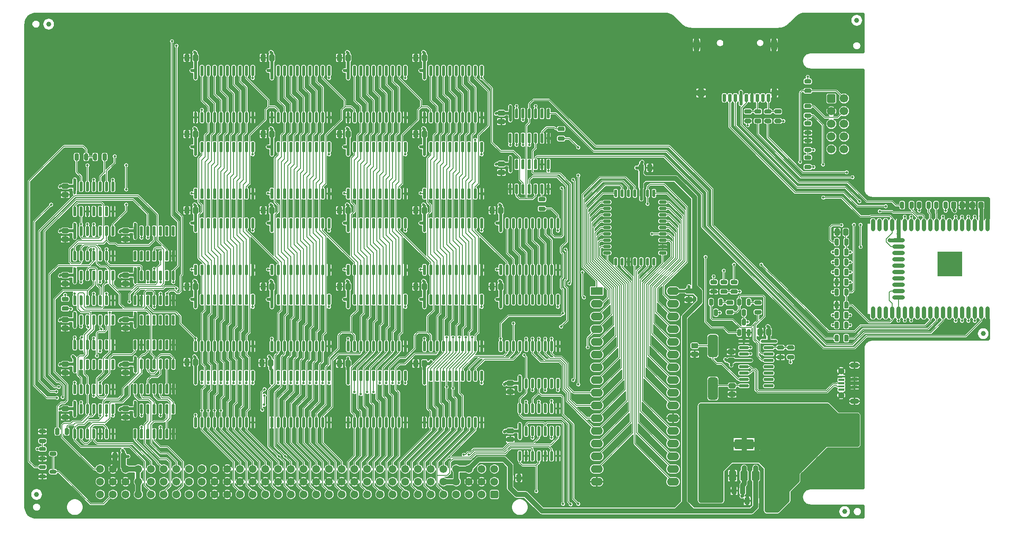
<source format=gtl>
G04 #@! TF.GenerationSoftware,KiCad,Pcbnew,(5.1.10-1-10_14)*
G04 #@! TF.CreationDate,2022-01-14T08:56:19-05:00*
G04 #@! TF.ProjectId,NuBus-ESP32,4e754275-732d-4455-9350-33322e6b6963,rev?*
G04 #@! TF.SameCoordinates,Original*
G04 #@! TF.FileFunction,Copper,L1,Top*
G04 #@! TF.FilePolarity,Positive*
%FSLAX46Y46*%
G04 Gerber Fmt 4.6, Leading zero omitted, Abs format (unit mm)*
G04 Created by KiCad (PCBNEW (5.1.10-1-10_14)) date 2022-01-14 08:56:19*
%MOMM*%
%LPD*%
G01*
G04 APERTURE LIST*
G04 #@! TA.AperFunction,SMDPad,CuDef*
%ADD10O,2.500000X0.900000*%
G04 #@! TD*
G04 #@! TA.AperFunction,SMDPad,CuDef*
%ADD11O,0.900000X2.500000*%
G04 #@! TD*
G04 #@! TA.AperFunction,SMDPad,CuDef*
%ADD12R,5.000000X5.000000*%
G04 #@! TD*
G04 #@! TA.AperFunction,ComponentPad*
%ADD13C,0.800000*%
G04 #@! TD*
G04 #@! TA.AperFunction,SMDPad,CuDef*
%ADD14R,0.500000X3.000000*%
G04 #@! TD*
G04 #@! TA.AperFunction,SMDPad,CuDef*
%ADD15R,3.000000X0.500000*%
G04 #@! TD*
G04 #@! TA.AperFunction,SMDPad,CuDef*
%ADD16R,1.500000X1.500000*%
G04 #@! TD*
G04 #@! TA.AperFunction,ComponentPad*
%ADD17C,1.700000*%
G04 #@! TD*
G04 #@! TA.AperFunction,ComponentPad*
%ADD18C,1.550000*%
G04 #@! TD*
G04 #@! TA.AperFunction,ComponentPad*
%ADD19C,6.400000*%
G04 #@! TD*
G04 #@! TA.AperFunction,ComponentPad*
%ADD20R,2.400000X1.600000*%
G04 #@! TD*
G04 #@! TA.AperFunction,ComponentPad*
%ADD21O,2.400000X1.600000*%
G04 #@! TD*
G04 #@! TA.AperFunction,SMDPad,CuDef*
%ADD22C,1.000000*%
G04 #@! TD*
G04 #@! TA.AperFunction,ComponentPad*
%ADD23O,1.900000X1.070000*%
G04 #@! TD*
G04 #@! TA.AperFunction,ComponentPad*
%ADD24C,1.300000*%
G04 #@! TD*
G04 #@! TA.AperFunction,ViaPad*
%ADD25C,0.600000*%
G04 #@! TD*
G04 #@! TA.AperFunction,ViaPad*
%ADD26C,0.500000*%
G04 #@! TD*
G04 #@! TA.AperFunction,ViaPad*
%ADD27C,1.000000*%
G04 #@! TD*
G04 #@! TA.AperFunction,ViaPad*
%ADD28C,0.800000*%
G04 #@! TD*
G04 #@! TA.AperFunction,Conductor*
%ADD29C,0.150000*%
G04 #@! TD*
G04 #@! TA.AperFunction,Conductor*
%ADD30C,0.600000*%
G04 #@! TD*
G04 #@! TA.AperFunction,Conductor*
%ADD31C,0.500000*%
G04 #@! TD*
G04 #@! TA.AperFunction,Conductor*
%ADD32C,0.400000*%
G04 #@! TD*
G04 #@! TA.AperFunction,Conductor*
%ADD33C,1.000000*%
G04 #@! TD*
G04 #@! TA.AperFunction,Conductor*
%ADD34C,0.800000*%
G04 #@! TD*
G04 #@! TA.AperFunction,Conductor*
%ADD35C,0.700000*%
G04 #@! TD*
G04 #@! TA.AperFunction,Conductor*
%ADD36C,0.100000*%
G04 #@! TD*
G04 APERTURE END LIST*
G04 #@! TA.AperFunction,SMDPad,CuDef*
G36*
G01*
X165210000Y-129215500D02*
X165210000Y-128340500D01*
G75*
G02*
X165472500Y-128078000I262500J0D01*
G01*
X165997500Y-128078000D01*
G75*
G02*
X166260000Y-128340500I0J-262500D01*
G01*
X166260000Y-129215500D01*
G75*
G02*
X165997500Y-129478000I-262500J0D01*
G01*
X165472500Y-129478000D01*
G75*
G02*
X165210000Y-129215500I0J262500D01*
G01*
G37*
G04 #@! TD.AperFunction*
G04 #@! TA.AperFunction,SMDPad,CuDef*
G36*
G01*
X166910000Y-129215500D02*
X166910000Y-128340500D01*
G75*
G02*
X167172500Y-128078000I262500J0D01*
G01*
X167697500Y-128078000D01*
G75*
G02*
X167960000Y-128340500I0J-262500D01*
G01*
X167960000Y-129215500D01*
G75*
G02*
X167697500Y-129478000I-262500J0D01*
G01*
X167172500Y-129478000D01*
G75*
G02*
X166910000Y-129215500I0J262500D01*
G01*
G37*
G04 #@! TD.AperFunction*
D10*
X243258500Y-92710000D03*
X243258500Y-91440000D03*
X243258500Y-90170000D03*
X243258500Y-88900000D03*
X243258500Y-87630000D03*
X243258500Y-81280000D03*
X243258500Y-82550000D03*
X243258500Y-83820000D03*
X243258500Y-85090000D03*
X243258500Y-86360000D03*
D11*
X261048500Y-95745000D03*
X259778500Y-95745000D03*
X258508500Y-95745000D03*
X257238500Y-95745000D03*
X255968500Y-95745000D03*
X254698500Y-95745000D03*
X253428500Y-95745000D03*
X252158500Y-95745000D03*
X250888500Y-95745000D03*
X249618500Y-95745000D03*
X248348500Y-95745000D03*
X247078500Y-95745000D03*
X245808500Y-95745000D03*
X244538500Y-95745000D03*
X243268500Y-95745000D03*
X241998500Y-95745000D03*
X240728500Y-95745000D03*
X239458500Y-95745000D03*
X238188500Y-95745000D03*
X238188500Y-78245000D03*
X239458500Y-78245000D03*
X240728500Y-78245000D03*
X241998500Y-78245000D03*
X243268500Y-78245000D03*
X244538500Y-78245000D03*
X245808500Y-78245000D03*
X247078500Y-78245000D03*
X248348500Y-78245000D03*
X249618500Y-78245000D03*
X250888500Y-78245000D03*
X252158500Y-78245000D03*
X253428500Y-78245000D03*
X254698500Y-78245000D03*
X255968500Y-78245000D03*
X257238500Y-78245000D03*
X258508500Y-78245000D03*
X259778500Y-78245000D03*
X261048500Y-78245000D03*
D12*
X253518500Y-85995000D03*
D13*
X252391500Y-84868000D03*
X253518500Y-84868000D03*
X254645500Y-84868000D03*
X254645500Y-87122000D03*
X253518500Y-87122000D03*
X252391500Y-87122000D03*
X252391500Y-85995000D03*
X254645500Y-85995000D03*
D14*
X255550500Y-85995000D03*
D15*
X253518500Y-83963000D03*
D14*
X251486500Y-85995000D03*
D15*
X253518500Y-88154000D03*
D16*
X253518500Y-85995000D03*
G04 #@! TA.AperFunction,SMDPad,CuDef*
G36*
G01*
X225658500Y-63671000D02*
X224683500Y-63671000D01*
G75*
G02*
X224471000Y-63458500I0J212500D01*
G01*
X224471000Y-63033500D01*
G75*
G02*
X224683500Y-62821000I212500J0D01*
G01*
X225658500Y-62821000D01*
G75*
G02*
X225871000Y-63033500I0J-212500D01*
G01*
X225871000Y-63458500D01*
G75*
G02*
X225658500Y-63671000I-212500J0D01*
G01*
G37*
G04 #@! TD.AperFunction*
G04 #@! TA.AperFunction,SMDPad,CuDef*
G36*
G01*
X225658500Y-61771000D02*
X224683500Y-61771000D01*
G75*
G02*
X224471000Y-61558500I0J212500D01*
G01*
X224471000Y-61133500D01*
G75*
G02*
X224683500Y-60921000I212500J0D01*
G01*
X225658500Y-60921000D01*
G75*
G02*
X225871000Y-61133500I0J-212500D01*
G01*
X225871000Y-61558500D01*
G75*
G02*
X225658500Y-61771000I-212500J0D01*
G01*
G37*
G04 #@! TD.AperFunction*
G04 #@! TA.AperFunction,ComponentPad*
G36*
G01*
X229020000Y-53559000D02*
X229020000Y-52359000D01*
G75*
G02*
X229270000Y-52109000I250000J0D01*
G01*
X230470000Y-52109000D01*
G75*
G02*
X230720000Y-52359000I0J-250000D01*
G01*
X230720000Y-53559000D01*
G75*
G02*
X230470000Y-53809000I-250000J0D01*
G01*
X229270000Y-53809000D01*
G75*
G02*
X229020000Y-53559000I0J250000D01*
G01*
G37*
G04 #@! TD.AperFunction*
D17*
X229870000Y-55499000D03*
X229870000Y-58039000D03*
X229870000Y-60579000D03*
X229870000Y-63119000D03*
X232410000Y-52959000D03*
X232410000Y-55499000D03*
X232410000Y-58039000D03*
X232410000Y-60579000D03*
X232410000Y-63119000D03*
G04 #@! TA.AperFunction,SMDPad,CuDef*
G36*
G01*
X230525000Y-82137500D02*
X230525000Y-81162500D01*
G75*
G02*
X230737500Y-80950000I212500J0D01*
G01*
X231162500Y-80950000D01*
G75*
G02*
X231375000Y-81162500I0J-212500D01*
G01*
X231375000Y-82137500D01*
G75*
G02*
X231162500Y-82350000I-212500J0D01*
G01*
X230737500Y-82350000D01*
G75*
G02*
X230525000Y-82137500I0J212500D01*
G01*
G37*
G04 #@! TD.AperFunction*
G04 #@! TA.AperFunction,SMDPad,CuDef*
G36*
G01*
X232425000Y-82137500D02*
X232425000Y-81162500D01*
G75*
G02*
X232637500Y-80950000I212500J0D01*
G01*
X233062500Y-80950000D01*
G75*
G02*
X233275000Y-81162500I0J-212500D01*
G01*
X233275000Y-82137500D01*
G75*
G02*
X233062500Y-82350000I-212500J0D01*
G01*
X232637500Y-82350000D01*
G75*
G02*
X232425000Y-82137500I0J212500D01*
G01*
G37*
G04 #@! TD.AperFunction*
G04 #@! TA.AperFunction,SMDPad,CuDef*
G36*
G01*
X233275000Y-100362500D02*
X233275000Y-101337500D01*
G75*
G02*
X233062500Y-101550000I-212500J0D01*
G01*
X232637500Y-101550000D01*
G75*
G02*
X232425000Y-101337500I0J212500D01*
G01*
X232425000Y-100362500D01*
G75*
G02*
X232637500Y-100150000I212500J0D01*
G01*
X233062500Y-100150000D01*
G75*
G02*
X233275000Y-100362500I0J-212500D01*
G01*
G37*
G04 #@! TD.AperFunction*
G04 #@! TA.AperFunction,SMDPad,CuDef*
G36*
G01*
X231375000Y-100362500D02*
X231375000Y-101337500D01*
G75*
G02*
X231162500Y-101550000I-212500J0D01*
G01*
X230737500Y-101550000D01*
G75*
G02*
X230525000Y-101337500I0J212500D01*
G01*
X230525000Y-100362500D01*
G75*
G02*
X230737500Y-100150000I212500J0D01*
G01*
X231162500Y-100150000D01*
G75*
G02*
X231375000Y-100362500I0J-212500D01*
G01*
G37*
G04 #@! TD.AperFunction*
G04 #@! TA.AperFunction,SMDPad,CuDef*
G36*
G01*
X233275000Y-95762500D02*
X233275000Y-96737500D01*
G75*
G02*
X233062500Y-96950000I-212500J0D01*
G01*
X232637500Y-96950000D01*
G75*
G02*
X232425000Y-96737500I0J212500D01*
G01*
X232425000Y-95762500D01*
G75*
G02*
X232637500Y-95550000I212500J0D01*
G01*
X233062500Y-95550000D01*
G75*
G02*
X233275000Y-95762500I0J-212500D01*
G01*
G37*
G04 #@! TD.AperFunction*
G04 #@! TA.AperFunction,SMDPad,CuDef*
G36*
G01*
X231375000Y-95762500D02*
X231375000Y-96737500D01*
G75*
G02*
X231162500Y-96950000I-212500J0D01*
G01*
X230737500Y-96950000D01*
G75*
G02*
X230525000Y-96737500I0J212500D01*
G01*
X230525000Y-95762500D01*
G75*
G02*
X230737500Y-95550000I212500J0D01*
G01*
X231162500Y-95550000D01*
G75*
G02*
X231375000Y-95762500I0J-212500D01*
G01*
G37*
G04 #@! TD.AperFunction*
G04 #@! TA.AperFunction,SMDPad,CuDef*
G36*
G01*
X231375000Y-97762500D02*
X231375000Y-98737500D01*
G75*
G02*
X231162500Y-98950000I-212500J0D01*
G01*
X230737500Y-98950000D01*
G75*
G02*
X230525000Y-98737500I0J212500D01*
G01*
X230525000Y-97762500D01*
G75*
G02*
X230737500Y-97550000I212500J0D01*
G01*
X231162500Y-97550000D01*
G75*
G02*
X231375000Y-97762500I0J-212500D01*
G01*
G37*
G04 #@! TD.AperFunction*
G04 #@! TA.AperFunction,SMDPad,CuDef*
G36*
G01*
X233275000Y-97762500D02*
X233275000Y-98737500D01*
G75*
G02*
X233062500Y-98950000I-212500J0D01*
G01*
X232637500Y-98950000D01*
G75*
G02*
X232425000Y-98737500I0J212500D01*
G01*
X232425000Y-97762500D01*
G75*
G02*
X232637500Y-97550000I212500J0D01*
G01*
X233062500Y-97550000D01*
G75*
G02*
X233275000Y-97762500I0J-212500D01*
G01*
G37*
G04 #@! TD.AperFunction*
G04 #@! TA.AperFunction,SMDPad,CuDef*
G36*
G01*
X190327000Y-72490000D02*
X190327000Y-71315000D01*
G75*
G02*
X190477000Y-71165000I150000J0D01*
G01*
X190777000Y-71165000D01*
G75*
G02*
X190927000Y-71315000I0J-150000D01*
G01*
X190927000Y-72490000D01*
G75*
G02*
X190777000Y-72640000I-150000J0D01*
G01*
X190477000Y-72640000D01*
G75*
G02*
X190327000Y-72490000I0J150000D01*
G01*
G37*
G04 #@! TD.AperFunction*
G04 #@! TA.AperFunction,SMDPad,CuDef*
G36*
G01*
X189057000Y-72490000D02*
X189057000Y-71315000D01*
G75*
G02*
X189207000Y-71165000I150000J0D01*
G01*
X189507000Y-71165000D01*
G75*
G02*
X189657000Y-71315000I0J-150000D01*
G01*
X189657000Y-72490000D01*
G75*
G02*
X189507000Y-72640000I-150000J0D01*
G01*
X189207000Y-72640000D01*
G75*
G02*
X189057000Y-72490000I0J150000D01*
G01*
G37*
G04 #@! TD.AperFunction*
G04 #@! TA.AperFunction,SMDPad,CuDef*
G36*
G01*
X187787000Y-72490000D02*
X187787000Y-71315000D01*
G75*
G02*
X187937000Y-71165000I150000J0D01*
G01*
X188237000Y-71165000D01*
G75*
G02*
X188387000Y-71315000I0J-150000D01*
G01*
X188387000Y-72490000D01*
G75*
G02*
X188237000Y-72640000I-150000J0D01*
G01*
X187937000Y-72640000D01*
G75*
G02*
X187787000Y-72490000I0J150000D01*
G01*
G37*
G04 #@! TD.AperFunction*
G04 #@! TA.AperFunction,SMDPad,CuDef*
G36*
G01*
X186517000Y-72490000D02*
X186517000Y-71315000D01*
G75*
G02*
X186667000Y-71165000I150000J0D01*
G01*
X186967000Y-71165000D01*
G75*
G02*
X187117000Y-71315000I0J-150000D01*
G01*
X187117000Y-72490000D01*
G75*
G02*
X186967000Y-72640000I-150000J0D01*
G01*
X186667000Y-72640000D01*
G75*
G02*
X186517000Y-72490000I0J150000D01*
G01*
G37*
G04 #@! TD.AperFunction*
G04 #@! TA.AperFunction,SMDPad,CuDef*
G36*
G01*
X184327000Y-73810000D02*
X184327000Y-73510000D01*
G75*
G02*
X184477000Y-73360000I150000J0D01*
G01*
X185652000Y-73360000D01*
G75*
G02*
X185802000Y-73510000I0J-150000D01*
G01*
X185802000Y-73810000D01*
G75*
G02*
X185652000Y-73960000I-150000J0D01*
G01*
X184477000Y-73960000D01*
G75*
G02*
X184327000Y-73810000I0J150000D01*
G01*
G37*
G04 #@! TD.AperFunction*
G04 #@! TA.AperFunction,SMDPad,CuDef*
G36*
G01*
X184327000Y-75080000D02*
X184327000Y-74780000D01*
G75*
G02*
X184477000Y-74630000I150000J0D01*
G01*
X185652000Y-74630000D01*
G75*
G02*
X185802000Y-74780000I0J-150000D01*
G01*
X185802000Y-75080000D01*
G75*
G02*
X185652000Y-75230000I-150000J0D01*
G01*
X184477000Y-75230000D01*
G75*
G02*
X184327000Y-75080000I0J150000D01*
G01*
G37*
G04 #@! TD.AperFunction*
G04 #@! TA.AperFunction,SMDPad,CuDef*
G36*
G01*
X184327000Y-76350000D02*
X184327000Y-76050000D01*
G75*
G02*
X184477000Y-75900000I150000J0D01*
G01*
X185652000Y-75900000D01*
G75*
G02*
X185802000Y-76050000I0J-150000D01*
G01*
X185802000Y-76350000D01*
G75*
G02*
X185652000Y-76500000I-150000J0D01*
G01*
X184477000Y-76500000D01*
G75*
G02*
X184327000Y-76350000I0J150000D01*
G01*
G37*
G04 #@! TD.AperFunction*
G04 #@! TA.AperFunction,SMDPad,CuDef*
G36*
G01*
X184327000Y-77620000D02*
X184327000Y-77320000D01*
G75*
G02*
X184477000Y-77170000I150000J0D01*
G01*
X185652000Y-77170000D01*
G75*
G02*
X185802000Y-77320000I0J-150000D01*
G01*
X185802000Y-77620000D01*
G75*
G02*
X185652000Y-77770000I-150000J0D01*
G01*
X184477000Y-77770000D01*
G75*
G02*
X184327000Y-77620000I0J150000D01*
G01*
G37*
G04 #@! TD.AperFunction*
G04 #@! TA.AperFunction,SMDPad,CuDef*
G36*
G01*
X184327000Y-78890000D02*
X184327000Y-78590000D01*
G75*
G02*
X184477000Y-78440000I150000J0D01*
G01*
X185652000Y-78440000D01*
G75*
G02*
X185802000Y-78590000I0J-150000D01*
G01*
X185802000Y-78890000D01*
G75*
G02*
X185652000Y-79040000I-150000J0D01*
G01*
X184477000Y-79040000D01*
G75*
G02*
X184327000Y-78890000I0J150000D01*
G01*
G37*
G04 #@! TD.AperFunction*
G04 #@! TA.AperFunction,SMDPad,CuDef*
G36*
G01*
X184327000Y-80160000D02*
X184327000Y-79860000D01*
G75*
G02*
X184477000Y-79710000I150000J0D01*
G01*
X185652000Y-79710000D01*
G75*
G02*
X185802000Y-79860000I0J-150000D01*
G01*
X185802000Y-80160000D01*
G75*
G02*
X185652000Y-80310000I-150000J0D01*
G01*
X184477000Y-80310000D01*
G75*
G02*
X184327000Y-80160000I0J150000D01*
G01*
G37*
G04 #@! TD.AperFunction*
G04 #@! TA.AperFunction,SMDPad,CuDef*
G36*
G01*
X184327000Y-81430000D02*
X184327000Y-81130000D01*
G75*
G02*
X184477000Y-80980000I150000J0D01*
G01*
X185652000Y-80980000D01*
G75*
G02*
X185802000Y-81130000I0J-150000D01*
G01*
X185802000Y-81430000D01*
G75*
G02*
X185652000Y-81580000I-150000J0D01*
G01*
X184477000Y-81580000D01*
G75*
G02*
X184327000Y-81430000I0J150000D01*
G01*
G37*
G04 #@! TD.AperFunction*
G04 #@! TA.AperFunction,SMDPad,CuDef*
G36*
G01*
X184327000Y-82700000D02*
X184327000Y-82400000D01*
G75*
G02*
X184477000Y-82250000I150000J0D01*
G01*
X185652000Y-82250000D01*
G75*
G02*
X185802000Y-82400000I0J-150000D01*
G01*
X185802000Y-82700000D01*
G75*
G02*
X185652000Y-82850000I-150000J0D01*
G01*
X184477000Y-82850000D01*
G75*
G02*
X184327000Y-82700000I0J150000D01*
G01*
G37*
G04 #@! TD.AperFunction*
G04 #@! TA.AperFunction,SMDPad,CuDef*
G36*
G01*
X184327000Y-83970000D02*
X184327000Y-83670000D01*
G75*
G02*
X184477000Y-83520000I150000J0D01*
G01*
X185652000Y-83520000D01*
G75*
G02*
X185802000Y-83670000I0J-150000D01*
G01*
X185802000Y-83970000D01*
G75*
G02*
X185652000Y-84120000I-150000J0D01*
G01*
X184477000Y-84120000D01*
G75*
G02*
X184327000Y-83970000I0J150000D01*
G01*
G37*
G04 #@! TD.AperFunction*
G04 #@! TA.AperFunction,SMDPad,CuDef*
G36*
G01*
X186517000Y-86165000D02*
X186517000Y-84990000D01*
G75*
G02*
X186667000Y-84840000I150000J0D01*
G01*
X186967000Y-84840000D01*
G75*
G02*
X187117000Y-84990000I0J-150000D01*
G01*
X187117000Y-86165000D01*
G75*
G02*
X186967000Y-86315000I-150000J0D01*
G01*
X186667000Y-86315000D01*
G75*
G02*
X186517000Y-86165000I0J150000D01*
G01*
G37*
G04 #@! TD.AperFunction*
G04 #@! TA.AperFunction,SMDPad,CuDef*
G36*
G01*
X187787000Y-86165000D02*
X187787000Y-84990000D01*
G75*
G02*
X187937000Y-84840000I150000J0D01*
G01*
X188237000Y-84840000D01*
G75*
G02*
X188387000Y-84990000I0J-150000D01*
G01*
X188387000Y-86165000D01*
G75*
G02*
X188237000Y-86315000I-150000J0D01*
G01*
X187937000Y-86315000D01*
G75*
G02*
X187787000Y-86165000I0J150000D01*
G01*
G37*
G04 #@! TD.AperFunction*
G04 #@! TA.AperFunction,SMDPad,CuDef*
G36*
G01*
X189057000Y-86165000D02*
X189057000Y-84990000D01*
G75*
G02*
X189207000Y-84840000I150000J0D01*
G01*
X189507000Y-84840000D01*
G75*
G02*
X189657000Y-84990000I0J-150000D01*
G01*
X189657000Y-86165000D01*
G75*
G02*
X189507000Y-86315000I-150000J0D01*
G01*
X189207000Y-86315000D01*
G75*
G02*
X189057000Y-86165000I0J150000D01*
G01*
G37*
G04 #@! TD.AperFunction*
G04 #@! TA.AperFunction,SMDPad,CuDef*
G36*
G01*
X190327000Y-86165000D02*
X190327000Y-84990000D01*
G75*
G02*
X190477000Y-84840000I150000J0D01*
G01*
X190777000Y-84840000D01*
G75*
G02*
X190927000Y-84990000I0J-150000D01*
G01*
X190927000Y-86165000D01*
G75*
G02*
X190777000Y-86315000I-150000J0D01*
G01*
X190477000Y-86315000D01*
G75*
G02*
X190327000Y-86165000I0J150000D01*
G01*
G37*
G04 #@! TD.AperFunction*
G04 #@! TA.AperFunction,SMDPad,CuDef*
G36*
G01*
X191597000Y-86165000D02*
X191597000Y-84990000D01*
G75*
G02*
X191747000Y-84840000I150000J0D01*
G01*
X192047000Y-84840000D01*
G75*
G02*
X192197000Y-84990000I0J-150000D01*
G01*
X192197000Y-86165000D01*
G75*
G02*
X192047000Y-86315000I-150000J0D01*
G01*
X191747000Y-86315000D01*
G75*
G02*
X191597000Y-86165000I0J150000D01*
G01*
G37*
G04 #@! TD.AperFunction*
G04 #@! TA.AperFunction,SMDPad,CuDef*
G36*
G01*
X192867000Y-86165000D02*
X192867000Y-84990000D01*
G75*
G02*
X193017000Y-84840000I150000J0D01*
G01*
X193317000Y-84840000D01*
G75*
G02*
X193467000Y-84990000I0J-150000D01*
G01*
X193467000Y-86165000D01*
G75*
G02*
X193317000Y-86315000I-150000J0D01*
G01*
X193017000Y-86315000D01*
G75*
G02*
X192867000Y-86165000I0J150000D01*
G01*
G37*
G04 #@! TD.AperFunction*
G04 #@! TA.AperFunction,SMDPad,CuDef*
G36*
G01*
X194137000Y-86165000D02*
X194137000Y-84990000D01*
G75*
G02*
X194287000Y-84840000I150000J0D01*
G01*
X194587000Y-84840000D01*
G75*
G02*
X194737000Y-84990000I0J-150000D01*
G01*
X194737000Y-86165000D01*
G75*
G02*
X194587000Y-86315000I-150000J0D01*
G01*
X194287000Y-86315000D01*
G75*
G02*
X194137000Y-86165000I0J150000D01*
G01*
G37*
G04 #@! TD.AperFunction*
G04 #@! TA.AperFunction,SMDPad,CuDef*
G36*
G01*
X195452000Y-83970000D02*
X195452000Y-83670000D01*
G75*
G02*
X195602000Y-83520000I150000J0D01*
G01*
X196777000Y-83520000D01*
G75*
G02*
X196927000Y-83670000I0J-150000D01*
G01*
X196927000Y-83970000D01*
G75*
G02*
X196777000Y-84120000I-150000J0D01*
G01*
X195602000Y-84120000D01*
G75*
G02*
X195452000Y-83970000I0J150000D01*
G01*
G37*
G04 #@! TD.AperFunction*
G04 #@! TA.AperFunction,SMDPad,CuDef*
G36*
G01*
X195452000Y-82700000D02*
X195452000Y-82400000D01*
G75*
G02*
X195602000Y-82250000I150000J0D01*
G01*
X196777000Y-82250000D01*
G75*
G02*
X196927000Y-82400000I0J-150000D01*
G01*
X196927000Y-82700000D01*
G75*
G02*
X196777000Y-82850000I-150000J0D01*
G01*
X195602000Y-82850000D01*
G75*
G02*
X195452000Y-82700000I0J150000D01*
G01*
G37*
G04 #@! TD.AperFunction*
G04 #@! TA.AperFunction,SMDPad,CuDef*
G36*
G01*
X195452000Y-81430000D02*
X195452000Y-81130000D01*
G75*
G02*
X195602000Y-80980000I150000J0D01*
G01*
X196777000Y-80980000D01*
G75*
G02*
X196927000Y-81130000I0J-150000D01*
G01*
X196927000Y-81430000D01*
G75*
G02*
X196777000Y-81580000I-150000J0D01*
G01*
X195602000Y-81580000D01*
G75*
G02*
X195452000Y-81430000I0J150000D01*
G01*
G37*
G04 #@! TD.AperFunction*
G04 #@! TA.AperFunction,SMDPad,CuDef*
G36*
G01*
X195452000Y-80160000D02*
X195452000Y-79860000D01*
G75*
G02*
X195602000Y-79710000I150000J0D01*
G01*
X196777000Y-79710000D01*
G75*
G02*
X196927000Y-79860000I0J-150000D01*
G01*
X196927000Y-80160000D01*
G75*
G02*
X196777000Y-80310000I-150000J0D01*
G01*
X195602000Y-80310000D01*
G75*
G02*
X195452000Y-80160000I0J150000D01*
G01*
G37*
G04 #@! TD.AperFunction*
G04 #@! TA.AperFunction,SMDPad,CuDef*
G36*
G01*
X195452000Y-78890000D02*
X195452000Y-78590000D01*
G75*
G02*
X195602000Y-78440000I150000J0D01*
G01*
X196777000Y-78440000D01*
G75*
G02*
X196927000Y-78590000I0J-150000D01*
G01*
X196927000Y-78890000D01*
G75*
G02*
X196777000Y-79040000I-150000J0D01*
G01*
X195602000Y-79040000D01*
G75*
G02*
X195452000Y-78890000I0J150000D01*
G01*
G37*
G04 #@! TD.AperFunction*
G04 #@! TA.AperFunction,SMDPad,CuDef*
G36*
G01*
X195452000Y-77620000D02*
X195452000Y-77320000D01*
G75*
G02*
X195602000Y-77170000I150000J0D01*
G01*
X196777000Y-77170000D01*
G75*
G02*
X196927000Y-77320000I0J-150000D01*
G01*
X196927000Y-77620000D01*
G75*
G02*
X196777000Y-77770000I-150000J0D01*
G01*
X195602000Y-77770000D01*
G75*
G02*
X195452000Y-77620000I0J150000D01*
G01*
G37*
G04 #@! TD.AperFunction*
G04 #@! TA.AperFunction,SMDPad,CuDef*
G36*
G01*
X195452000Y-76350000D02*
X195452000Y-76050000D01*
G75*
G02*
X195602000Y-75900000I150000J0D01*
G01*
X196777000Y-75900000D01*
G75*
G02*
X196927000Y-76050000I0J-150000D01*
G01*
X196927000Y-76350000D01*
G75*
G02*
X196777000Y-76500000I-150000J0D01*
G01*
X195602000Y-76500000D01*
G75*
G02*
X195452000Y-76350000I0J150000D01*
G01*
G37*
G04 #@! TD.AperFunction*
G04 #@! TA.AperFunction,SMDPad,CuDef*
G36*
G01*
X195452000Y-75080000D02*
X195452000Y-74780000D01*
G75*
G02*
X195602000Y-74630000I150000J0D01*
G01*
X196777000Y-74630000D01*
G75*
G02*
X196927000Y-74780000I0J-150000D01*
G01*
X196927000Y-75080000D01*
G75*
G02*
X196777000Y-75230000I-150000J0D01*
G01*
X195602000Y-75230000D01*
G75*
G02*
X195452000Y-75080000I0J150000D01*
G01*
G37*
G04 #@! TD.AperFunction*
G04 #@! TA.AperFunction,SMDPad,CuDef*
G36*
G01*
X195452000Y-73810000D02*
X195452000Y-73510000D01*
G75*
G02*
X195602000Y-73360000I150000J0D01*
G01*
X196777000Y-73360000D01*
G75*
G02*
X196927000Y-73510000I0J-150000D01*
G01*
X196927000Y-73810000D01*
G75*
G02*
X196777000Y-73960000I-150000J0D01*
G01*
X195602000Y-73960000D01*
G75*
G02*
X195452000Y-73810000I0J150000D01*
G01*
G37*
G04 #@! TD.AperFunction*
G04 #@! TA.AperFunction,SMDPad,CuDef*
G36*
G01*
X194137000Y-72490000D02*
X194137000Y-71315000D01*
G75*
G02*
X194287000Y-71165000I150000J0D01*
G01*
X194587000Y-71165000D01*
G75*
G02*
X194737000Y-71315000I0J-150000D01*
G01*
X194737000Y-72490000D01*
G75*
G02*
X194587000Y-72640000I-150000J0D01*
G01*
X194287000Y-72640000D01*
G75*
G02*
X194137000Y-72490000I0J150000D01*
G01*
G37*
G04 #@! TD.AperFunction*
G04 #@! TA.AperFunction,SMDPad,CuDef*
G36*
G01*
X192867000Y-72490000D02*
X192867000Y-71315000D01*
G75*
G02*
X193017000Y-71165000I150000J0D01*
G01*
X193317000Y-71165000D01*
G75*
G02*
X193467000Y-71315000I0J-150000D01*
G01*
X193467000Y-72490000D01*
G75*
G02*
X193317000Y-72640000I-150000J0D01*
G01*
X193017000Y-72640000D01*
G75*
G02*
X192867000Y-72490000I0J150000D01*
G01*
G37*
G04 #@! TD.AperFunction*
G04 #@! TA.AperFunction,SMDPad,CuDef*
G36*
G01*
X191597000Y-72490000D02*
X191597000Y-71315000D01*
G75*
G02*
X191747000Y-71165000I150000J0D01*
G01*
X192047000Y-71165000D01*
G75*
G02*
X192197000Y-71315000I0J-150000D01*
G01*
X192197000Y-72490000D01*
G75*
G02*
X192047000Y-72640000I-150000J0D01*
G01*
X191747000Y-72640000D01*
G75*
G02*
X191597000Y-72490000I0J150000D01*
G01*
G37*
G04 #@! TD.AperFunction*
G04 #@! TA.AperFunction,SMDPad,CuDef*
G36*
G01*
X202127500Y-103537000D02*
X203002500Y-103537000D01*
G75*
G02*
X203265000Y-103799500I0J-262500D01*
G01*
X203265000Y-104324500D01*
G75*
G02*
X203002500Y-104587000I-262500J0D01*
G01*
X202127500Y-104587000D01*
G75*
G02*
X201865000Y-104324500I0J262500D01*
G01*
X201865000Y-103799500D01*
G75*
G02*
X202127500Y-103537000I262500J0D01*
G01*
G37*
G04 #@! TD.AperFunction*
G04 #@! TA.AperFunction,SMDPad,CuDef*
G36*
G01*
X202127500Y-101837000D02*
X203002500Y-101837000D01*
G75*
G02*
X203265000Y-102099500I0J-262500D01*
G01*
X203265000Y-102624500D01*
G75*
G02*
X203002500Y-102887000I-262500J0D01*
G01*
X202127500Y-102887000D01*
G75*
G02*
X201865000Y-102624500I0J262500D01*
G01*
X201865000Y-102099500D01*
G75*
G02*
X202127500Y-101837000I262500J0D01*
G01*
G37*
G04 #@! TD.AperFunction*
G04 #@! TA.AperFunction,SMDPad,CuDef*
G36*
G01*
X216185500Y-99194000D02*
X216185500Y-100069000D01*
G75*
G02*
X215923000Y-100331500I-262500J0D01*
G01*
X215398000Y-100331500D01*
G75*
G02*
X215135500Y-100069000I0J262500D01*
G01*
X215135500Y-99194000D01*
G75*
G02*
X215398000Y-98931500I262500J0D01*
G01*
X215923000Y-98931500D01*
G75*
G02*
X216185500Y-99194000I0J-262500D01*
G01*
G37*
G04 #@! TD.AperFunction*
G04 #@! TA.AperFunction,SMDPad,CuDef*
G36*
G01*
X217885500Y-99194000D02*
X217885500Y-100069000D01*
G75*
G02*
X217623000Y-100331500I-262500J0D01*
G01*
X217098000Y-100331500D01*
G75*
G02*
X216835500Y-100069000I0J262500D01*
G01*
X216835500Y-99194000D01*
G75*
G02*
X217098000Y-98931500I262500J0D01*
G01*
X217623000Y-98931500D01*
G75*
G02*
X217885500Y-99194000I0J-262500D01*
G01*
G37*
G04 #@! TD.AperFunction*
G04 #@! TA.AperFunction,SMDPad,CuDef*
G36*
G01*
X216384000Y-101623000D02*
X216384000Y-101323000D01*
G75*
G02*
X216534000Y-101173000I150000J0D01*
G01*
X218184000Y-101173000D01*
G75*
G02*
X218334000Y-101323000I0J-150000D01*
G01*
X218334000Y-101623000D01*
G75*
G02*
X218184000Y-101773000I-150000J0D01*
G01*
X216534000Y-101773000D01*
G75*
G02*
X216384000Y-101623000I0J150000D01*
G01*
G37*
G04 #@! TD.AperFunction*
G04 #@! TA.AperFunction,SMDPad,CuDef*
G36*
G01*
X216384000Y-102893000D02*
X216384000Y-102593000D01*
G75*
G02*
X216534000Y-102443000I150000J0D01*
G01*
X218184000Y-102443000D01*
G75*
G02*
X218334000Y-102593000I0J-150000D01*
G01*
X218334000Y-102893000D01*
G75*
G02*
X218184000Y-103043000I-150000J0D01*
G01*
X216534000Y-103043000D01*
G75*
G02*
X216384000Y-102893000I0J150000D01*
G01*
G37*
G04 #@! TD.AperFunction*
G04 #@! TA.AperFunction,SMDPad,CuDef*
G36*
G01*
X216384000Y-104163000D02*
X216384000Y-103863000D01*
G75*
G02*
X216534000Y-103713000I150000J0D01*
G01*
X218184000Y-103713000D01*
G75*
G02*
X218334000Y-103863000I0J-150000D01*
G01*
X218334000Y-104163000D01*
G75*
G02*
X218184000Y-104313000I-150000J0D01*
G01*
X216534000Y-104313000D01*
G75*
G02*
X216384000Y-104163000I0J150000D01*
G01*
G37*
G04 #@! TD.AperFunction*
G04 #@! TA.AperFunction,SMDPad,CuDef*
G36*
G01*
X216384000Y-105433000D02*
X216384000Y-105133000D01*
G75*
G02*
X216534000Y-104983000I150000J0D01*
G01*
X218184000Y-104983000D01*
G75*
G02*
X218334000Y-105133000I0J-150000D01*
G01*
X218334000Y-105433000D01*
G75*
G02*
X218184000Y-105583000I-150000J0D01*
G01*
X216534000Y-105583000D01*
G75*
G02*
X216384000Y-105433000I0J150000D01*
G01*
G37*
G04 #@! TD.AperFunction*
G04 #@! TA.AperFunction,SMDPad,CuDef*
G36*
G01*
X216384000Y-106703000D02*
X216384000Y-106403000D01*
G75*
G02*
X216534000Y-106253000I150000J0D01*
G01*
X218184000Y-106253000D01*
G75*
G02*
X218334000Y-106403000I0J-150000D01*
G01*
X218334000Y-106703000D01*
G75*
G02*
X218184000Y-106853000I-150000J0D01*
G01*
X216534000Y-106853000D01*
G75*
G02*
X216384000Y-106703000I0J150000D01*
G01*
G37*
G04 #@! TD.AperFunction*
G04 #@! TA.AperFunction,SMDPad,CuDef*
G36*
G01*
X216384000Y-107973000D02*
X216384000Y-107673000D01*
G75*
G02*
X216534000Y-107523000I150000J0D01*
G01*
X218184000Y-107523000D01*
G75*
G02*
X218334000Y-107673000I0J-150000D01*
G01*
X218334000Y-107973000D01*
G75*
G02*
X218184000Y-108123000I-150000J0D01*
G01*
X216534000Y-108123000D01*
G75*
G02*
X216384000Y-107973000I0J150000D01*
G01*
G37*
G04 #@! TD.AperFunction*
G04 #@! TA.AperFunction,SMDPad,CuDef*
G36*
G01*
X216384000Y-109243000D02*
X216384000Y-108943000D01*
G75*
G02*
X216534000Y-108793000I150000J0D01*
G01*
X218184000Y-108793000D01*
G75*
G02*
X218334000Y-108943000I0J-150000D01*
G01*
X218334000Y-109243000D01*
G75*
G02*
X218184000Y-109393000I-150000J0D01*
G01*
X216534000Y-109393000D01*
G75*
G02*
X216384000Y-109243000I0J150000D01*
G01*
G37*
G04 #@! TD.AperFunction*
G04 #@! TA.AperFunction,SMDPad,CuDef*
G36*
G01*
X216384000Y-110513000D02*
X216384000Y-110213000D01*
G75*
G02*
X216534000Y-110063000I150000J0D01*
G01*
X218184000Y-110063000D01*
G75*
G02*
X218334000Y-110213000I0J-150000D01*
G01*
X218334000Y-110513000D01*
G75*
G02*
X218184000Y-110663000I-150000J0D01*
G01*
X216534000Y-110663000D01*
G75*
G02*
X216384000Y-110513000I0J150000D01*
G01*
G37*
G04 #@! TD.AperFunction*
G04 #@! TA.AperFunction,SMDPad,CuDef*
G36*
G01*
X211434000Y-110513000D02*
X211434000Y-110213000D01*
G75*
G02*
X211584000Y-110063000I150000J0D01*
G01*
X213234000Y-110063000D01*
G75*
G02*
X213384000Y-110213000I0J-150000D01*
G01*
X213384000Y-110513000D01*
G75*
G02*
X213234000Y-110663000I-150000J0D01*
G01*
X211584000Y-110663000D01*
G75*
G02*
X211434000Y-110513000I0J150000D01*
G01*
G37*
G04 #@! TD.AperFunction*
G04 #@! TA.AperFunction,SMDPad,CuDef*
G36*
G01*
X211434000Y-109243000D02*
X211434000Y-108943000D01*
G75*
G02*
X211584000Y-108793000I150000J0D01*
G01*
X213234000Y-108793000D01*
G75*
G02*
X213384000Y-108943000I0J-150000D01*
G01*
X213384000Y-109243000D01*
G75*
G02*
X213234000Y-109393000I-150000J0D01*
G01*
X211584000Y-109393000D01*
G75*
G02*
X211434000Y-109243000I0J150000D01*
G01*
G37*
G04 #@! TD.AperFunction*
G04 #@! TA.AperFunction,SMDPad,CuDef*
G36*
G01*
X211434000Y-107973000D02*
X211434000Y-107673000D01*
G75*
G02*
X211584000Y-107523000I150000J0D01*
G01*
X213234000Y-107523000D01*
G75*
G02*
X213384000Y-107673000I0J-150000D01*
G01*
X213384000Y-107973000D01*
G75*
G02*
X213234000Y-108123000I-150000J0D01*
G01*
X211584000Y-108123000D01*
G75*
G02*
X211434000Y-107973000I0J150000D01*
G01*
G37*
G04 #@! TD.AperFunction*
G04 #@! TA.AperFunction,SMDPad,CuDef*
G36*
G01*
X211434000Y-106703000D02*
X211434000Y-106403000D01*
G75*
G02*
X211584000Y-106253000I150000J0D01*
G01*
X213234000Y-106253000D01*
G75*
G02*
X213384000Y-106403000I0J-150000D01*
G01*
X213384000Y-106703000D01*
G75*
G02*
X213234000Y-106853000I-150000J0D01*
G01*
X211584000Y-106853000D01*
G75*
G02*
X211434000Y-106703000I0J150000D01*
G01*
G37*
G04 #@! TD.AperFunction*
G04 #@! TA.AperFunction,SMDPad,CuDef*
G36*
G01*
X211434000Y-105433000D02*
X211434000Y-105133000D01*
G75*
G02*
X211584000Y-104983000I150000J0D01*
G01*
X213234000Y-104983000D01*
G75*
G02*
X213384000Y-105133000I0J-150000D01*
G01*
X213384000Y-105433000D01*
G75*
G02*
X213234000Y-105583000I-150000J0D01*
G01*
X211584000Y-105583000D01*
G75*
G02*
X211434000Y-105433000I0J150000D01*
G01*
G37*
G04 #@! TD.AperFunction*
G04 #@! TA.AperFunction,SMDPad,CuDef*
G36*
G01*
X211434000Y-104163000D02*
X211434000Y-103863000D01*
G75*
G02*
X211584000Y-103713000I150000J0D01*
G01*
X213234000Y-103713000D01*
G75*
G02*
X213384000Y-103863000I0J-150000D01*
G01*
X213384000Y-104163000D01*
G75*
G02*
X213234000Y-104313000I-150000J0D01*
G01*
X211584000Y-104313000D01*
G75*
G02*
X211434000Y-104163000I0J150000D01*
G01*
G37*
G04 #@! TD.AperFunction*
G04 #@! TA.AperFunction,SMDPad,CuDef*
G36*
G01*
X211434000Y-102893000D02*
X211434000Y-102593000D01*
G75*
G02*
X211584000Y-102443000I150000J0D01*
G01*
X213234000Y-102443000D01*
G75*
G02*
X213384000Y-102593000I0J-150000D01*
G01*
X213384000Y-102893000D01*
G75*
G02*
X213234000Y-103043000I-150000J0D01*
G01*
X211584000Y-103043000D01*
G75*
G02*
X211434000Y-102893000I0J150000D01*
G01*
G37*
G04 #@! TD.AperFunction*
G04 #@! TA.AperFunction,SMDPad,CuDef*
G36*
G01*
X211434000Y-101623000D02*
X211434000Y-101323000D01*
G75*
G02*
X211584000Y-101173000I150000J0D01*
G01*
X213234000Y-101173000D01*
G75*
G02*
X213384000Y-101323000I0J-150000D01*
G01*
X213384000Y-101623000D01*
G75*
G02*
X213234000Y-101773000I-150000J0D01*
G01*
X211584000Y-101773000D01*
G75*
G02*
X211434000Y-101623000I0J150000D01*
G01*
G37*
G04 #@! TD.AperFunction*
G04 #@! TA.AperFunction,SMDPad,CuDef*
G36*
G01*
X76397500Y-69960000D02*
X77272500Y-69960000D01*
G75*
G02*
X77535000Y-70222500I0J-262500D01*
G01*
X77535000Y-70747500D01*
G75*
G02*
X77272500Y-71010000I-262500J0D01*
G01*
X76397500Y-71010000D01*
G75*
G02*
X76135000Y-70747500I0J262500D01*
G01*
X76135000Y-70222500D01*
G75*
G02*
X76397500Y-69960000I262500J0D01*
G01*
G37*
G04 #@! TD.AperFunction*
G04 #@! TA.AperFunction,SMDPad,CuDef*
G36*
G01*
X76397500Y-71660000D02*
X77272500Y-71660000D01*
G75*
G02*
X77535000Y-71922500I0J-262500D01*
G01*
X77535000Y-72447500D01*
G75*
G02*
X77272500Y-72710000I-262500J0D01*
G01*
X76397500Y-72710000D01*
G75*
G02*
X76135000Y-72447500I0J262500D01*
G01*
X76135000Y-71922500D01*
G75*
G02*
X76397500Y-71660000I262500J0D01*
G01*
G37*
G04 #@! TD.AperFunction*
G04 #@! TA.AperFunction,ComponentPad*
G36*
G01*
X163335000Y-131554998D02*
X163335000Y-132605002D01*
G75*
G02*
X163085002Y-132855000I-249998J0D01*
G01*
X162034998Y-132855000D01*
G75*
G02*
X161785000Y-132605002I0J249998D01*
G01*
X161785000Y-131554998D01*
G75*
G02*
X162034998Y-131305000I249998J0D01*
G01*
X163085002Y-131305000D01*
G75*
G02*
X163335000Y-131554998I0J-249998D01*
G01*
G37*
G04 #@! TD.AperFunction*
D18*
X160020000Y-132080000D03*
X157480000Y-132080000D03*
X154940000Y-132080000D03*
X152400000Y-132080000D03*
X149860000Y-132080000D03*
X147320000Y-132080000D03*
X144780000Y-132080000D03*
X142240000Y-132080000D03*
X139700000Y-132080000D03*
X137160000Y-132080000D03*
X134620000Y-132080000D03*
X132080000Y-132080000D03*
X129540000Y-132080000D03*
X127000000Y-132080000D03*
X124460000Y-132080000D03*
X121920000Y-132080000D03*
X119380000Y-132080000D03*
X116840000Y-132080000D03*
X114300000Y-132080000D03*
X111760000Y-132080000D03*
X109220000Y-132080000D03*
X106680000Y-132080000D03*
X104140000Y-132080000D03*
X101600000Y-132080000D03*
X99060000Y-132080000D03*
X96520000Y-132080000D03*
X93980000Y-132080000D03*
X91440000Y-132080000D03*
X88900000Y-132080000D03*
X86360000Y-132080000D03*
X83820000Y-132080000D03*
X162560000Y-129540000D03*
X160020000Y-129540000D03*
X157480000Y-129540000D03*
X154940000Y-129540000D03*
X152400000Y-129540000D03*
X149860000Y-129540000D03*
X147320000Y-129540000D03*
X144780000Y-129540000D03*
X142240000Y-129540000D03*
X139700000Y-129540000D03*
X137160000Y-129540000D03*
X134620000Y-129540000D03*
X132080000Y-129540000D03*
X129540000Y-129540000D03*
X127000000Y-129540000D03*
X124460000Y-129540000D03*
X121920000Y-129540000D03*
X119380000Y-129540000D03*
X116840000Y-129540000D03*
X114300000Y-129540000D03*
X111760000Y-129540000D03*
X109220000Y-129540000D03*
X106680000Y-129540000D03*
X104140000Y-129540000D03*
X101600000Y-129540000D03*
X99060000Y-129540000D03*
X96520000Y-129540000D03*
X93980000Y-129540000D03*
X91440000Y-129540000D03*
X88900000Y-129540000D03*
X86360000Y-129540000D03*
X83820000Y-129540000D03*
X162560000Y-127000000D03*
X160020000Y-127000000D03*
X157480000Y-127000000D03*
X154940000Y-127000000D03*
X152400000Y-127000000D03*
X149860000Y-127000000D03*
X147320000Y-127000000D03*
X144780000Y-127000000D03*
X142240000Y-127000000D03*
X139700000Y-127000000D03*
X137160000Y-127000000D03*
X134620000Y-127000000D03*
X132080000Y-127000000D03*
X129540000Y-127000000D03*
X127000000Y-127000000D03*
X124460000Y-127000000D03*
X121920000Y-127000000D03*
X119380000Y-127000000D03*
X116840000Y-127000000D03*
X114300000Y-127000000D03*
X111760000Y-127000000D03*
X109220000Y-127000000D03*
X106680000Y-127000000D03*
X104140000Y-127000000D03*
X101600000Y-127000000D03*
X99060000Y-127000000D03*
X96520000Y-127000000D03*
X93980000Y-127000000D03*
X91440000Y-127000000D03*
X88900000Y-127000000D03*
X86360000Y-127000000D03*
X83820000Y-127000000D03*
G04 #@! TA.AperFunction,SMDPad,CuDef*
G36*
G01*
X172870000Y-115845000D02*
X172570000Y-115845000D01*
G75*
G02*
X172420000Y-115695000I0J150000D01*
G01*
X172420000Y-114045000D01*
G75*
G02*
X172570000Y-113895000I150000J0D01*
G01*
X172870000Y-113895000D01*
G75*
G02*
X173020000Y-114045000I0J-150000D01*
G01*
X173020000Y-115695000D01*
G75*
G02*
X172870000Y-115845000I-150000J0D01*
G01*
G37*
G04 #@! TD.AperFunction*
G04 #@! TA.AperFunction,SMDPad,CuDef*
G36*
G01*
X170330000Y-115845000D02*
X170030000Y-115845000D01*
G75*
G02*
X169880000Y-115695000I0J150000D01*
G01*
X169880000Y-114045000D01*
G75*
G02*
X170030000Y-113895000I150000J0D01*
G01*
X170330000Y-113895000D01*
G75*
G02*
X170480000Y-114045000I0J-150000D01*
G01*
X170480000Y-115695000D01*
G75*
G02*
X170330000Y-115845000I-150000J0D01*
G01*
G37*
G04 #@! TD.AperFunction*
G04 #@! TA.AperFunction,SMDPad,CuDef*
G36*
G01*
X171600000Y-115845000D02*
X171300000Y-115845000D01*
G75*
G02*
X171150000Y-115695000I0J150000D01*
G01*
X171150000Y-114045000D01*
G75*
G02*
X171300000Y-113895000I150000J0D01*
G01*
X171600000Y-113895000D01*
G75*
G02*
X171750000Y-114045000I0J-150000D01*
G01*
X171750000Y-115695000D01*
G75*
G02*
X171600000Y-115845000I-150000J0D01*
G01*
G37*
G04 #@! TD.AperFunction*
G04 #@! TA.AperFunction,SMDPad,CuDef*
G36*
G01*
X167790000Y-115845000D02*
X167490000Y-115845000D01*
G75*
G02*
X167340000Y-115695000I0J150000D01*
G01*
X167340000Y-114045000D01*
G75*
G02*
X167490000Y-113895000I150000J0D01*
G01*
X167790000Y-113895000D01*
G75*
G02*
X167940000Y-114045000I0J-150000D01*
G01*
X167940000Y-115695000D01*
G75*
G02*
X167790000Y-115845000I-150000J0D01*
G01*
G37*
G04 #@! TD.AperFunction*
G04 #@! TA.AperFunction,SMDPad,CuDef*
G36*
G01*
X169060000Y-115845000D02*
X168760000Y-115845000D01*
G75*
G02*
X168610000Y-115695000I0J150000D01*
G01*
X168610000Y-114045000D01*
G75*
G02*
X168760000Y-113895000I150000J0D01*
G01*
X169060000Y-113895000D01*
G75*
G02*
X169210000Y-114045000I0J-150000D01*
G01*
X169210000Y-115695000D01*
G75*
G02*
X169060000Y-115845000I-150000J0D01*
G01*
G37*
G04 #@! TD.AperFunction*
G04 #@! TA.AperFunction,SMDPad,CuDef*
G36*
G01*
X171600000Y-110895000D02*
X171300000Y-110895000D01*
G75*
G02*
X171150000Y-110745000I0J150000D01*
G01*
X171150000Y-109095000D01*
G75*
G02*
X171300000Y-108945000I150000J0D01*
G01*
X171600000Y-108945000D01*
G75*
G02*
X171750000Y-109095000I0J-150000D01*
G01*
X171750000Y-110745000D01*
G75*
G02*
X171600000Y-110895000I-150000J0D01*
G01*
G37*
G04 #@! TD.AperFunction*
G04 #@! TA.AperFunction,SMDPad,CuDef*
G36*
G01*
X172870000Y-110895000D02*
X172570000Y-110895000D01*
G75*
G02*
X172420000Y-110745000I0J150000D01*
G01*
X172420000Y-109095000D01*
G75*
G02*
X172570000Y-108945000I150000J0D01*
G01*
X172870000Y-108945000D01*
G75*
G02*
X173020000Y-109095000I0J-150000D01*
G01*
X173020000Y-110745000D01*
G75*
G02*
X172870000Y-110895000I-150000J0D01*
G01*
G37*
G04 #@! TD.AperFunction*
G04 #@! TA.AperFunction,SMDPad,CuDef*
G36*
G01*
X174140000Y-110895000D02*
X173840000Y-110895000D01*
G75*
G02*
X173690000Y-110745000I0J150000D01*
G01*
X173690000Y-109095000D01*
G75*
G02*
X173840000Y-108945000I150000J0D01*
G01*
X174140000Y-108945000D01*
G75*
G02*
X174290000Y-109095000I0J-150000D01*
G01*
X174290000Y-110745000D01*
G75*
G02*
X174140000Y-110895000I-150000J0D01*
G01*
G37*
G04 #@! TD.AperFunction*
G04 #@! TA.AperFunction,SMDPad,CuDef*
G36*
G01*
X174140000Y-115845000D02*
X173840000Y-115845000D01*
G75*
G02*
X173690000Y-115695000I0J150000D01*
G01*
X173690000Y-114045000D01*
G75*
G02*
X173840000Y-113895000I150000J0D01*
G01*
X174140000Y-113895000D01*
G75*
G02*
X174290000Y-114045000I0J-150000D01*
G01*
X174290000Y-115695000D01*
G75*
G02*
X174140000Y-115845000I-150000J0D01*
G01*
G37*
G04 #@! TD.AperFunction*
G04 #@! TA.AperFunction,SMDPad,CuDef*
G36*
G01*
X169060000Y-110895000D02*
X168760000Y-110895000D01*
G75*
G02*
X168610000Y-110745000I0J150000D01*
G01*
X168610000Y-109095000D01*
G75*
G02*
X168760000Y-108945000I150000J0D01*
G01*
X169060000Y-108945000D01*
G75*
G02*
X169210000Y-109095000I0J-150000D01*
G01*
X169210000Y-110745000D01*
G75*
G02*
X169060000Y-110895000I-150000J0D01*
G01*
G37*
G04 #@! TD.AperFunction*
G04 #@! TA.AperFunction,SMDPad,CuDef*
G36*
G01*
X175410000Y-110895000D02*
X175110000Y-110895000D01*
G75*
G02*
X174960000Y-110745000I0J150000D01*
G01*
X174960000Y-109095000D01*
G75*
G02*
X175110000Y-108945000I150000J0D01*
G01*
X175410000Y-108945000D01*
G75*
G02*
X175560000Y-109095000I0J-150000D01*
G01*
X175560000Y-110745000D01*
G75*
G02*
X175410000Y-110895000I-150000J0D01*
G01*
G37*
G04 #@! TD.AperFunction*
G04 #@! TA.AperFunction,SMDPad,CuDef*
G36*
G01*
X170330000Y-110895000D02*
X170030000Y-110895000D01*
G75*
G02*
X169880000Y-110745000I0J150000D01*
G01*
X169880000Y-109095000D01*
G75*
G02*
X170030000Y-108945000I150000J0D01*
G01*
X170330000Y-108945000D01*
G75*
G02*
X170480000Y-109095000I0J-150000D01*
G01*
X170480000Y-110745000D01*
G75*
G02*
X170330000Y-110895000I-150000J0D01*
G01*
G37*
G04 #@! TD.AperFunction*
G04 #@! TA.AperFunction,SMDPad,CuDef*
G36*
G01*
X175410000Y-115845000D02*
X175110000Y-115845000D01*
G75*
G02*
X174960000Y-115695000I0J150000D01*
G01*
X174960000Y-114045000D01*
G75*
G02*
X175110000Y-113895000I150000J0D01*
G01*
X175410000Y-113895000D01*
G75*
G02*
X175560000Y-114045000I0J-150000D01*
G01*
X175560000Y-115695000D01*
G75*
G02*
X175410000Y-115845000I-150000J0D01*
G01*
G37*
G04 #@! TD.AperFunction*
G04 #@! TA.AperFunction,SMDPad,CuDef*
G36*
G01*
X167790000Y-110895000D02*
X167490000Y-110895000D01*
G75*
G02*
X167340000Y-110745000I0J150000D01*
G01*
X167340000Y-109095000D01*
G75*
G02*
X167490000Y-108945000I150000J0D01*
G01*
X167790000Y-108945000D01*
G75*
G02*
X167940000Y-109095000I0J-150000D01*
G01*
X167940000Y-110745000D01*
G75*
G02*
X167790000Y-110895000I-150000J0D01*
G01*
G37*
G04 #@! TD.AperFunction*
D19*
X230759000Y-39878000D03*
D13*
X233159000Y-39878000D03*
X232456056Y-41575056D03*
X230759000Y-42278000D03*
X229061944Y-41575056D03*
X228359000Y-39878000D03*
X229061944Y-38180944D03*
X230759000Y-37478000D03*
X232456056Y-38180944D03*
X232456056Y-125429944D03*
X230759000Y-124727000D03*
X229061944Y-125429944D03*
X228359000Y-127127000D03*
X229061944Y-128824056D03*
X230759000Y-129527000D03*
X232456056Y-128824056D03*
X233159000Y-127127000D03*
D19*
X230759000Y-127127000D03*
G04 #@! TA.AperFunction,SMDPad,CuDef*
G36*
G01*
X215275000Y-132912500D02*
X215275000Y-133787500D01*
G75*
G02*
X215012500Y-134050000I-262500J0D01*
G01*
X214487500Y-134050000D01*
G75*
G02*
X214225000Y-133787500I0J262500D01*
G01*
X214225000Y-132912500D01*
G75*
G02*
X214487500Y-132650000I262500J0D01*
G01*
X215012500Y-132650000D01*
G75*
G02*
X215275000Y-132912500I0J-262500D01*
G01*
G37*
G04 #@! TD.AperFunction*
G04 #@! TA.AperFunction,SMDPad,CuDef*
G36*
G01*
X213575000Y-132912500D02*
X213575000Y-133787500D01*
G75*
G02*
X213312500Y-134050000I-262500J0D01*
G01*
X212787500Y-134050000D01*
G75*
G02*
X212525000Y-133787500I0J262500D01*
G01*
X212525000Y-132912500D01*
G75*
G02*
X212787500Y-132650000I262500J0D01*
G01*
X213312500Y-132650000D01*
G75*
G02*
X213575000Y-132912500I0J-262500D01*
G01*
G37*
G04 #@! TD.AperFunction*
G04 #@! TA.AperFunction,SMDPad,CuDef*
G36*
G01*
X210975000Y-130912500D02*
X210975000Y-131787500D01*
G75*
G02*
X210712500Y-132050000I-262500J0D01*
G01*
X210187500Y-132050000D01*
G75*
G02*
X209925000Y-131787500I0J262500D01*
G01*
X209925000Y-130912500D01*
G75*
G02*
X210187500Y-130650000I262500J0D01*
G01*
X210712500Y-130650000D01*
G75*
G02*
X210975000Y-130912500I0J-262500D01*
G01*
G37*
G04 #@! TD.AperFunction*
G04 #@! TA.AperFunction,SMDPad,CuDef*
G36*
G01*
X212675000Y-130912500D02*
X212675000Y-131787500D01*
G75*
G02*
X212412500Y-132050000I-262500J0D01*
G01*
X211887500Y-132050000D01*
G75*
G02*
X211625000Y-131787500I0J262500D01*
G01*
X211625000Y-130912500D01*
G75*
G02*
X211887500Y-130650000I262500J0D01*
G01*
X212412500Y-130650000D01*
G75*
G02*
X212675000Y-130912500I0J-262500D01*
G01*
G37*
G04 #@! TD.AperFunction*
G04 #@! TA.AperFunction,SMDPad,CuDef*
G36*
G01*
X118260000Y-109405000D02*
X117960000Y-109405000D01*
G75*
G02*
X117810000Y-109255000I0J150000D01*
G01*
X117810000Y-107505000D01*
G75*
G02*
X117960000Y-107355000I150000J0D01*
G01*
X118260000Y-107355000D01*
G75*
G02*
X118410000Y-107505000I0J-150000D01*
G01*
X118410000Y-109255000D01*
G75*
G02*
X118260000Y-109405000I-150000J0D01*
G01*
G37*
G04 #@! TD.AperFunction*
G04 #@! TA.AperFunction,SMDPad,CuDef*
G36*
G01*
X119530000Y-109405000D02*
X119230000Y-109405000D01*
G75*
G02*
X119080000Y-109255000I0J150000D01*
G01*
X119080000Y-107505000D01*
G75*
G02*
X119230000Y-107355000I150000J0D01*
G01*
X119530000Y-107355000D01*
G75*
G02*
X119680000Y-107505000I0J-150000D01*
G01*
X119680000Y-109255000D01*
G75*
G02*
X119530000Y-109405000I-150000J0D01*
G01*
G37*
G04 #@! TD.AperFunction*
G04 #@! TA.AperFunction,SMDPad,CuDef*
G36*
G01*
X120800000Y-109405000D02*
X120500000Y-109405000D01*
G75*
G02*
X120350000Y-109255000I0J150000D01*
G01*
X120350000Y-107505000D01*
G75*
G02*
X120500000Y-107355000I150000J0D01*
G01*
X120800000Y-107355000D01*
G75*
G02*
X120950000Y-107505000I0J-150000D01*
G01*
X120950000Y-109255000D01*
G75*
G02*
X120800000Y-109405000I-150000J0D01*
G01*
G37*
G04 #@! TD.AperFunction*
G04 #@! TA.AperFunction,SMDPad,CuDef*
G36*
G01*
X122070000Y-109405000D02*
X121770000Y-109405000D01*
G75*
G02*
X121620000Y-109255000I0J150000D01*
G01*
X121620000Y-107505000D01*
G75*
G02*
X121770000Y-107355000I150000J0D01*
G01*
X122070000Y-107355000D01*
G75*
G02*
X122220000Y-107505000I0J-150000D01*
G01*
X122220000Y-109255000D01*
G75*
G02*
X122070000Y-109405000I-150000J0D01*
G01*
G37*
G04 #@! TD.AperFunction*
G04 #@! TA.AperFunction,SMDPad,CuDef*
G36*
G01*
X123340000Y-109405000D02*
X123040000Y-109405000D01*
G75*
G02*
X122890000Y-109255000I0J150000D01*
G01*
X122890000Y-107505000D01*
G75*
G02*
X123040000Y-107355000I150000J0D01*
G01*
X123340000Y-107355000D01*
G75*
G02*
X123490000Y-107505000I0J-150000D01*
G01*
X123490000Y-109255000D01*
G75*
G02*
X123340000Y-109405000I-150000J0D01*
G01*
G37*
G04 #@! TD.AperFunction*
G04 #@! TA.AperFunction,SMDPad,CuDef*
G36*
G01*
X124610000Y-109405000D02*
X124310000Y-109405000D01*
G75*
G02*
X124160000Y-109255000I0J150000D01*
G01*
X124160000Y-107505000D01*
G75*
G02*
X124310000Y-107355000I150000J0D01*
G01*
X124610000Y-107355000D01*
G75*
G02*
X124760000Y-107505000I0J-150000D01*
G01*
X124760000Y-109255000D01*
G75*
G02*
X124610000Y-109405000I-150000J0D01*
G01*
G37*
G04 #@! TD.AperFunction*
G04 #@! TA.AperFunction,SMDPad,CuDef*
G36*
G01*
X125880000Y-109405000D02*
X125580000Y-109405000D01*
G75*
G02*
X125430000Y-109255000I0J150000D01*
G01*
X125430000Y-107505000D01*
G75*
G02*
X125580000Y-107355000I150000J0D01*
G01*
X125880000Y-107355000D01*
G75*
G02*
X126030000Y-107505000I0J-150000D01*
G01*
X126030000Y-109255000D01*
G75*
G02*
X125880000Y-109405000I-150000J0D01*
G01*
G37*
G04 #@! TD.AperFunction*
G04 #@! TA.AperFunction,SMDPad,CuDef*
G36*
G01*
X127150000Y-109405000D02*
X126850000Y-109405000D01*
G75*
G02*
X126700000Y-109255000I0J150000D01*
G01*
X126700000Y-107505000D01*
G75*
G02*
X126850000Y-107355000I150000J0D01*
G01*
X127150000Y-107355000D01*
G75*
G02*
X127300000Y-107505000I0J-150000D01*
G01*
X127300000Y-109255000D01*
G75*
G02*
X127150000Y-109405000I-150000J0D01*
G01*
G37*
G04 #@! TD.AperFunction*
G04 #@! TA.AperFunction,SMDPad,CuDef*
G36*
G01*
X128420000Y-109405000D02*
X128120000Y-109405000D01*
G75*
G02*
X127970000Y-109255000I0J150000D01*
G01*
X127970000Y-107505000D01*
G75*
G02*
X128120000Y-107355000I150000J0D01*
G01*
X128420000Y-107355000D01*
G75*
G02*
X128570000Y-107505000I0J-150000D01*
G01*
X128570000Y-109255000D01*
G75*
G02*
X128420000Y-109405000I-150000J0D01*
G01*
G37*
G04 #@! TD.AperFunction*
G04 #@! TA.AperFunction,SMDPad,CuDef*
G36*
G01*
X129690000Y-109405000D02*
X129390000Y-109405000D01*
G75*
G02*
X129240000Y-109255000I0J150000D01*
G01*
X129240000Y-107505000D01*
G75*
G02*
X129390000Y-107355000I150000J0D01*
G01*
X129690000Y-107355000D01*
G75*
G02*
X129840000Y-107505000I0J-150000D01*
G01*
X129840000Y-109255000D01*
G75*
G02*
X129690000Y-109405000I-150000J0D01*
G01*
G37*
G04 #@! TD.AperFunction*
G04 #@! TA.AperFunction,SMDPad,CuDef*
G36*
G01*
X129690000Y-118705000D02*
X129390000Y-118705000D01*
G75*
G02*
X129240000Y-118555000I0J150000D01*
G01*
X129240000Y-116805000D01*
G75*
G02*
X129390000Y-116655000I150000J0D01*
G01*
X129690000Y-116655000D01*
G75*
G02*
X129840000Y-116805000I0J-150000D01*
G01*
X129840000Y-118555000D01*
G75*
G02*
X129690000Y-118705000I-150000J0D01*
G01*
G37*
G04 #@! TD.AperFunction*
G04 #@! TA.AperFunction,SMDPad,CuDef*
G36*
G01*
X128420000Y-118705000D02*
X128120000Y-118705000D01*
G75*
G02*
X127970000Y-118555000I0J150000D01*
G01*
X127970000Y-116805000D01*
G75*
G02*
X128120000Y-116655000I150000J0D01*
G01*
X128420000Y-116655000D01*
G75*
G02*
X128570000Y-116805000I0J-150000D01*
G01*
X128570000Y-118555000D01*
G75*
G02*
X128420000Y-118705000I-150000J0D01*
G01*
G37*
G04 #@! TD.AperFunction*
G04 #@! TA.AperFunction,SMDPad,CuDef*
G36*
G01*
X127150000Y-118705000D02*
X126850000Y-118705000D01*
G75*
G02*
X126700000Y-118555000I0J150000D01*
G01*
X126700000Y-116805000D01*
G75*
G02*
X126850000Y-116655000I150000J0D01*
G01*
X127150000Y-116655000D01*
G75*
G02*
X127300000Y-116805000I0J-150000D01*
G01*
X127300000Y-118555000D01*
G75*
G02*
X127150000Y-118705000I-150000J0D01*
G01*
G37*
G04 #@! TD.AperFunction*
G04 #@! TA.AperFunction,SMDPad,CuDef*
G36*
G01*
X125880000Y-118705000D02*
X125580000Y-118705000D01*
G75*
G02*
X125430000Y-118555000I0J150000D01*
G01*
X125430000Y-116805000D01*
G75*
G02*
X125580000Y-116655000I150000J0D01*
G01*
X125880000Y-116655000D01*
G75*
G02*
X126030000Y-116805000I0J-150000D01*
G01*
X126030000Y-118555000D01*
G75*
G02*
X125880000Y-118705000I-150000J0D01*
G01*
G37*
G04 #@! TD.AperFunction*
G04 #@! TA.AperFunction,SMDPad,CuDef*
G36*
G01*
X124610000Y-118705000D02*
X124310000Y-118705000D01*
G75*
G02*
X124160000Y-118555000I0J150000D01*
G01*
X124160000Y-116805000D01*
G75*
G02*
X124310000Y-116655000I150000J0D01*
G01*
X124610000Y-116655000D01*
G75*
G02*
X124760000Y-116805000I0J-150000D01*
G01*
X124760000Y-118555000D01*
G75*
G02*
X124610000Y-118705000I-150000J0D01*
G01*
G37*
G04 #@! TD.AperFunction*
G04 #@! TA.AperFunction,SMDPad,CuDef*
G36*
G01*
X123340000Y-118705000D02*
X123040000Y-118705000D01*
G75*
G02*
X122890000Y-118555000I0J150000D01*
G01*
X122890000Y-116805000D01*
G75*
G02*
X123040000Y-116655000I150000J0D01*
G01*
X123340000Y-116655000D01*
G75*
G02*
X123490000Y-116805000I0J-150000D01*
G01*
X123490000Y-118555000D01*
G75*
G02*
X123340000Y-118705000I-150000J0D01*
G01*
G37*
G04 #@! TD.AperFunction*
G04 #@! TA.AperFunction,SMDPad,CuDef*
G36*
G01*
X122070000Y-118705000D02*
X121770000Y-118705000D01*
G75*
G02*
X121620000Y-118555000I0J150000D01*
G01*
X121620000Y-116805000D01*
G75*
G02*
X121770000Y-116655000I150000J0D01*
G01*
X122070000Y-116655000D01*
G75*
G02*
X122220000Y-116805000I0J-150000D01*
G01*
X122220000Y-118555000D01*
G75*
G02*
X122070000Y-118705000I-150000J0D01*
G01*
G37*
G04 #@! TD.AperFunction*
G04 #@! TA.AperFunction,SMDPad,CuDef*
G36*
G01*
X120800000Y-118705000D02*
X120500000Y-118705000D01*
G75*
G02*
X120350000Y-118555000I0J150000D01*
G01*
X120350000Y-116805000D01*
G75*
G02*
X120500000Y-116655000I150000J0D01*
G01*
X120800000Y-116655000D01*
G75*
G02*
X120950000Y-116805000I0J-150000D01*
G01*
X120950000Y-118555000D01*
G75*
G02*
X120800000Y-118705000I-150000J0D01*
G01*
G37*
G04 #@! TD.AperFunction*
G04 #@! TA.AperFunction,SMDPad,CuDef*
G36*
G01*
X119530000Y-118705000D02*
X119230000Y-118705000D01*
G75*
G02*
X119080000Y-118555000I0J150000D01*
G01*
X119080000Y-116805000D01*
G75*
G02*
X119230000Y-116655000I150000J0D01*
G01*
X119530000Y-116655000D01*
G75*
G02*
X119680000Y-116805000I0J-150000D01*
G01*
X119680000Y-118555000D01*
G75*
G02*
X119530000Y-118705000I-150000J0D01*
G01*
G37*
G04 #@! TD.AperFunction*
G04 #@! TA.AperFunction,SMDPad,CuDef*
G36*
G01*
X118260000Y-118705000D02*
X117960000Y-118705000D01*
G75*
G02*
X117810000Y-118555000I0J150000D01*
G01*
X117810000Y-116805000D01*
G75*
G02*
X117960000Y-116655000I150000J0D01*
G01*
X118260000Y-116655000D01*
G75*
G02*
X118410000Y-116805000I0J-150000D01*
G01*
X118410000Y-118555000D01*
G75*
G02*
X118260000Y-118705000I-150000J0D01*
G01*
G37*
G04 #@! TD.AperFunction*
G04 #@! TA.AperFunction,SMDPad,CuDef*
G36*
G01*
X255492500Y-74732500D02*
X255492500Y-73857500D01*
G75*
G02*
X255755000Y-73595000I262500J0D01*
G01*
X256280000Y-73595000D01*
G75*
G02*
X256542500Y-73857500I0J-262500D01*
G01*
X256542500Y-74732500D01*
G75*
G02*
X256280000Y-74995000I-262500J0D01*
G01*
X255755000Y-74995000D01*
G75*
G02*
X255492500Y-74732500I0J262500D01*
G01*
G37*
G04 #@! TD.AperFunction*
G04 #@! TA.AperFunction,SMDPad,CuDef*
G36*
G01*
X253792500Y-74732500D02*
X253792500Y-73857500D01*
G75*
G02*
X254055000Y-73595000I262500J0D01*
G01*
X254580000Y-73595000D01*
G75*
G02*
X254842500Y-73857500I0J-262500D01*
G01*
X254842500Y-74732500D01*
G75*
G02*
X254580000Y-74995000I-262500J0D01*
G01*
X254055000Y-74995000D01*
G75*
G02*
X253792500Y-74732500I0J262500D01*
G01*
G37*
G04 #@! TD.AperFunction*
G04 #@! TA.AperFunction,SMDPad,CuDef*
G36*
G01*
X260303500Y-73857500D02*
X260303500Y-74732500D01*
G75*
G02*
X260041000Y-74995000I-262500J0D01*
G01*
X259516000Y-74995000D01*
G75*
G02*
X259253500Y-74732500I0J262500D01*
G01*
X259253500Y-73857500D01*
G75*
G02*
X259516000Y-73595000I262500J0D01*
G01*
X260041000Y-73595000D01*
G75*
G02*
X260303500Y-73857500I0J-262500D01*
G01*
G37*
G04 #@! TD.AperFunction*
G04 #@! TA.AperFunction,SMDPad,CuDef*
G36*
G01*
X258603500Y-73857500D02*
X258603500Y-74732500D01*
G75*
G02*
X258341000Y-74995000I-262500J0D01*
G01*
X257816000Y-74995000D01*
G75*
G02*
X257553500Y-74732500I0J262500D01*
G01*
X257553500Y-73857500D01*
G75*
G02*
X257816000Y-73595000I262500J0D01*
G01*
X258341000Y-73595000D01*
G75*
G02*
X258603500Y-73857500I0J-262500D01*
G01*
G37*
G04 #@! TD.AperFunction*
G04 #@! TA.AperFunction,SMDPad,CuDef*
G36*
G01*
X78890000Y-98195000D02*
X78590000Y-98195000D01*
G75*
G02*
X78440000Y-98045000I0J150000D01*
G01*
X78440000Y-96395000D01*
G75*
G02*
X78590000Y-96245000I150000J0D01*
G01*
X78890000Y-96245000D01*
G75*
G02*
X79040000Y-96395000I0J-150000D01*
G01*
X79040000Y-98045000D01*
G75*
G02*
X78890000Y-98195000I-150000J0D01*
G01*
G37*
G04 #@! TD.AperFunction*
G04 #@! TA.AperFunction,SMDPad,CuDef*
G36*
G01*
X86510000Y-103145000D02*
X86210000Y-103145000D01*
G75*
G02*
X86060000Y-102995000I0J150000D01*
G01*
X86060000Y-101345000D01*
G75*
G02*
X86210000Y-101195000I150000J0D01*
G01*
X86510000Y-101195000D01*
G75*
G02*
X86660000Y-101345000I0J-150000D01*
G01*
X86660000Y-102995000D01*
G75*
G02*
X86510000Y-103145000I-150000J0D01*
G01*
G37*
G04 #@! TD.AperFunction*
G04 #@! TA.AperFunction,SMDPad,CuDef*
G36*
G01*
X81430000Y-98195000D02*
X81130000Y-98195000D01*
G75*
G02*
X80980000Y-98045000I0J150000D01*
G01*
X80980000Y-96395000D01*
G75*
G02*
X81130000Y-96245000I150000J0D01*
G01*
X81430000Y-96245000D01*
G75*
G02*
X81580000Y-96395000I0J-150000D01*
G01*
X81580000Y-98045000D01*
G75*
G02*
X81430000Y-98195000I-150000J0D01*
G01*
G37*
G04 #@! TD.AperFunction*
G04 #@! TA.AperFunction,SMDPad,CuDef*
G36*
G01*
X86510000Y-98195000D02*
X86210000Y-98195000D01*
G75*
G02*
X86060000Y-98045000I0J150000D01*
G01*
X86060000Y-96395000D01*
G75*
G02*
X86210000Y-96245000I150000J0D01*
G01*
X86510000Y-96245000D01*
G75*
G02*
X86660000Y-96395000I0J-150000D01*
G01*
X86660000Y-98045000D01*
G75*
G02*
X86510000Y-98195000I-150000J0D01*
G01*
G37*
G04 #@! TD.AperFunction*
G04 #@! TA.AperFunction,SMDPad,CuDef*
G36*
G01*
X80160000Y-98195000D02*
X79860000Y-98195000D01*
G75*
G02*
X79710000Y-98045000I0J150000D01*
G01*
X79710000Y-96395000D01*
G75*
G02*
X79860000Y-96245000I150000J0D01*
G01*
X80160000Y-96245000D01*
G75*
G02*
X80310000Y-96395000I0J-150000D01*
G01*
X80310000Y-98045000D01*
G75*
G02*
X80160000Y-98195000I-150000J0D01*
G01*
G37*
G04 #@! TD.AperFunction*
G04 #@! TA.AperFunction,SMDPad,CuDef*
G36*
G01*
X85240000Y-103145000D02*
X84940000Y-103145000D01*
G75*
G02*
X84790000Y-102995000I0J150000D01*
G01*
X84790000Y-101345000D01*
G75*
G02*
X84940000Y-101195000I150000J0D01*
G01*
X85240000Y-101195000D01*
G75*
G02*
X85390000Y-101345000I0J-150000D01*
G01*
X85390000Y-102995000D01*
G75*
G02*
X85240000Y-103145000I-150000J0D01*
G01*
G37*
G04 #@! TD.AperFunction*
G04 #@! TA.AperFunction,SMDPad,CuDef*
G36*
G01*
X85240000Y-98195000D02*
X84940000Y-98195000D01*
G75*
G02*
X84790000Y-98045000I0J150000D01*
G01*
X84790000Y-96395000D01*
G75*
G02*
X84940000Y-96245000I150000J0D01*
G01*
X85240000Y-96245000D01*
G75*
G02*
X85390000Y-96395000I0J-150000D01*
G01*
X85390000Y-98045000D01*
G75*
G02*
X85240000Y-98195000I-150000J0D01*
G01*
G37*
G04 #@! TD.AperFunction*
G04 #@! TA.AperFunction,SMDPad,CuDef*
G36*
G01*
X83970000Y-98195000D02*
X83670000Y-98195000D01*
G75*
G02*
X83520000Y-98045000I0J150000D01*
G01*
X83520000Y-96395000D01*
G75*
G02*
X83670000Y-96245000I150000J0D01*
G01*
X83970000Y-96245000D01*
G75*
G02*
X84120000Y-96395000I0J-150000D01*
G01*
X84120000Y-98045000D01*
G75*
G02*
X83970000Y-98195000I-150000J0D01*
G01*
G37*
G04 #@! TD.AperFunction*
G04 #@! TA.AperFunction,SMDPad,CuDef*
G36*
G01*
X82700000Y-98195000D02*
X82400000Y-98195000D01*
G75*
G02*
X82250000Y-98045000I0J150000D01*
G01*
X82250000Y-96395000D01*
G75*
G02*
X82400000Y-96245000I150000J0D01*
G01*
X82700000Y-96245000D01*
G75*
G02*
X82850000Y-96395000I0J-150000D01*
G01*
X82850000Y-98045000D01*
G75*
G02*
X82700000Y-98195000I-150000J0D01*
G01*
G37*
G04 #@! TD.AperFunction*
G04 #@! TA.AperFunction,SMDPad,CuDef*
G36*
G01*
X80160000Y-103145000D02*
X79860000Y-103145000D01*
G75*
G02*
X79710000Y-102995000I0J150000D01*
G01*
X79710000Y-101345000D01*
G75*
G02*
X79860000Y-101195000I150000J0D01*
G01*
X80160000Y-101195000D01*
G75*
G02*
X80310000Y-101345000I0J-150000D01*
G01*
X80310000Y-102995000D01*
G75*
G02*
X80160000Y-103145000I-150000J0D01*
G01*
G37*
G04 #@! TD.AperFunction*
G04 #@! TA.AperFunction,SMDPad,CuDef*
G36*
G01*
X78890000Y-103145000D02*
X78590000Y-103145000D01*
G75*
G02*
X78440000Y-102995000I0J150000D01*
G01*
X78440000Y-101345000D01*
G75*
G02*
X78590000Y-101195000I150000J0D01*
G01*
X78890000Y-101195000D01*
G75*
G02*
X79040000Y-101345000I0J-150000D01*
G01*
X79040000Y-102995000D01*
G75*
G02*
X78890000Y-103145000I-150000J0D01*
G01*
G37*
G04 #@! TD.AperFunction*
G04 #@! TA.AperFunction,SMDPad,CuDef*
G36*
G01*
X82700000Y-103145000D02*
X82400000Y-103145000D01*
G75*
G02*
X82250000Y-102995000I0J150000D01*
G01*
X82250000Y-101345000D01*
G75*
G02*
X82400000Y-101195000I150000J0D01*
G01*
X82700000Y-101195000D01*
G75*
G02*
X82850000Y-101345000I0J-150000D01*
G01*
X82850000Y-102995000D01*
G75*
G02*
X82700000Y-103145000I-150000J0D01*
G01*
G37*
G04 #@! TD.AperFunction*
G04 #@! TA.AperFunction,SMDPad,CuDef*
G36*
G01*
X81430000Y-103145000D02*
X81130000Y-103145000D01*
G75*
G02*
X80980000Y-102995000I0J150000D01*
G01*
X80980000Y-101345000D01*
G75*
G02*
X81130000Y-101195000I150000J0D01*
G01*
X81430000Y-101195000D01*
G75*
G02*
X81580000Y-101345000I0J-150000D01*
G01*
X81580000Y-102995000D01*
G75*
G02*
X81430000Y-103145000I-150000J0D01*
G01*
G37*
G04 #@! TD.AperFunction*
G04 #@! TA.AperFunction,SMDPad,CuDef*
G36*
G01*
X83970000Y-103145000D02*
X83670000Y-103145000D01*
G75*
G02*
X83520000Y-102995000I0J150000D01*
G01*
X83520000Y-101345000D01*
G75*
G02*
X83670000Y-101195000I150000J0D01*
G01*
X83970000Y-101195000D01*
G75*
G02*
X84120000Y-101345000I0J-150000D01*
G01*
X84120000Y-102995000D01*
G75*
G02*
X83970000Y-103145000I-150000J0D01*
G01*
G37*
G04 #@! TD.AperFunction*
G04 #@! TA.AperFunction,SMDPad,CuDef*
G36*
G01*
X148740000Y-118705000D02*
X148440000Y-118705000D01*
G75*
G02*
X148290000Y-118555000I0J150000D01*
G01*
X148290000Y-116805000D01*
G75*
G02*
X148440000Y-116655000I150000J0D01*
G01*
X148740000Y-116655000D01*
G75*
G02*
X148890000Y-116805000I0J-150000D01*
G01*
X148890000Y-118555000D01*
G75*
G02*
X148740000Y-118705000I-150000J0D01*
G01*
G37*
G04 #@! TD.AperFunction*
G04 #@! TA.AperFunction,SMDPad,CuDef*
G36*
G01*
X150010000Y-118705000D02*
X149710000Y-118705000D01*
G75*
G02*
X149560000Y-118555000I0J150000D01*
G01*
X149560000Y-116805000D01*
G75*
G02*
X149710000Y-116655000I150000J0D01*
G01*
X150010000Y-116655000D01*
G75*
G02*
X150160000Y-116805000I0J-150000D01*
G01*
X150160000Y-118555000D01*
G75*
G02*
X150010000Y-118705000I-150000J0D01*
G01*
G37*
G04 #@! TD.AperFunction*
G04 #@! TA.AperFunction,SMDPad,CuDef*
G36*
G01*
X151280000Y-118705000D02*
X150980000Y-118705000D01*
G75*
G02*
X150830000Y-118555000I0J150000D01*
G01*
X150830000Y-116805000D01*
G75*
G02*
X150980000Y-116655000I150000J0D01*
G01*
X151280000Y-116655000D01*
G75*
G02*
X151430000Y-116805000I0J-150000D01*
G01*
X151430000Y-118555000D01*
G75*
G02*
X151280000Y-118705000I-150000J0D01*
G01*
G37*
G04 #@! TD.AperFunction*
G04 #@! TA.AperFunction,SMDPad,CuDef*
G36*
G01*
X152550000Y-118705000D02*
X152250000Y-118705000D01*
G75*
G02*
X152100000Y-118555000I0J150000D01*
G01*
X152100000Y-116805000D01*
G75*
G02*
X152250000Y-116655000I150000J0D01*
G01*
X152550000Y-116655000D01*
G75*
G02*
X152700000Y-116805000I0J-150000D01*
G01*
X152700000Y-118555000D01*
G75*
G02*
X152550000Y-118705000I-150000J0D01*
G01*
G37*
G04 #@! TD.AperFunction*
G04 #@! TA.AperFunction,SMDPad,CuDef*
G36*
G01*
X153820000Y-118705000D02*
X153520000Y-118705000D01*
G75*
G02*
X153370000Y-118555000I0J150000D01*
G01*
X153370000Y-116805000D01*
G75*
G02*
X153520000Y-116655000I150000J0D01*
G01*
X153820000Y-116655000D01*
G75*
G02*
X153970000Y-116805000I0J-150000D01*
G01*
X153970000Y-118555000D01*
G75*
G02*
X153820000Y-118705000I-150000J0D01*
G01*
G37*
G04 #@! TD.AperFunction*
G04 #@! TA.AperFunction,SMDPad,CuDef*
G36*
G01*
X155090000Y-118705000D02*
X154790000Y-118705000D01*
G75*
G02*
X154640000Y-118555000I0J150000D01*
G01*
X154640000Y-116805000D01*
G75*
G02*
X154790000Y-116655000I150000J0D01*
G01*
X155090000Y-116655000D01*
G75*
G02*
X155240000Y-116805000I0J-150000D01*
G01*
X155240000Y-118555000D01*
G75*
G02*
X155090000Y-118705000I-150000J0D01*
G01*
G37*
G04 #@! TD.AperFunction*
G04 #@! TA.AperFunction,SMDPad,CuDef*
G36*
G01*
X156360000Y-118705000D02*
X156060000Y-118705000D01*
G75*
G02*
X155910000Y-118555000I0J150000D01*
G01*
X155910000Y-116805000D01*
G75*
G02*
X156060000Y-116655000I150000J0D01*
G01*
X156360000Y-116655000D01*
G75*
G02*
X156510000Y-116805000I0J-150000D01*
G01*
X156510000Y-118555000D01*
G75*
G02*
X156360000Y-118705000I-150000J0D01*
G01*
G37*
G04 #@! TD.AperFunction*
G04 #@! TA.AperFunction,SMDPad,CuDef*
G36*
G01*
X157630000Y-118705000D02*
X157330000Y-118705000D01*
G75*
G02*
X157180000Y-118555000I0J150000D01*
G01*
X157180000Y-116805000D01*
G75*
G02*
X157330000Y-116655000I150000J0D01*
G01*
X157630000Y-116655000D01*
G75*
G02*
X157780000Y-116805000I0J-150000D01*
G01*
X157780000Y-118555000D01*
G75*
G02*
X157630000Y-118705000I-150000J0D01*
G01*
G37*
G04 #@! TD.AperFunction*
G04 #@! TA.AperFunction,SMDPad,CuDef*
G36*
G01*
X158900000Y-118705000D02*
X158600000Y-118705000D01*
G75*
G02*
X158450000Y-118555000I0J150000D01*
G01*
X158450000Y-116805000D01*
G75*
G02*
X158600000Y-116655000I150000J0D01*
G01*
X158900000Y-116655000D01*
G75*
G02*
X159050000Y-116805000I0J-150000D01*
G01*
X159050000Y-118555000D01*
G75*
G02*
X158900000Y-118705000I-150000J0D01*
G01*
G37*
G04 #@! TD.AperFunction*
G04 #@! TA.AperFunction,SMDPad,CuDef*
G36*
G01*
X160170000Y-118705000D02*
X159870000Y-118705000D01*
G75*
G02*
X159720000Y-118555000I0J150000D01*
G01*
X159720000Y-116805000D01*
G75*
G02*
X159870000Y-116655000I150000J0D01*
G01*
X160170000Y-116655000D01*
G75*
G02*
X160320000Y-116805000I0J-150000D01*
G01*
X160320000Y-118555000D01*
G75*
G02*
X160170000Y-118705000I-150000J0D01*
G01*
G37*
G04 #@! TD.AperFunction*
G04 #@! TA.AperFunction,SMDPad,CuDef*
G36*
G01*
X160170000Y-109405000D02*
X159870000Y-109405000D01*
G75*
G02*
X159720000Y-109255000I0J150000D01*
G01*
X159720000Y-107505000D01*
G75*
G02*
X159870000Y-107355000I150000J0D01*
G01*
X160170000Y-107355000D01*
G75*
G02*
X160320000Y-107505000I0J-150000D01*
G01*
X160320000Y-109255000D01*
G75*
G02*
X160170000Y-109405000I-150000J0D01*
G01*
G37*
G04 #@! TD.AperFunction*
G04 #@! TA.AperFunction,SMDPad,CuDef*
G36*
G01*
X158900000Y-109405000D02*
X158600000Y-109405000D01*
G75*
G02*
X158450000Y-109255000I0J150000D01*
G01*
X158450000Y-107505000D01*
G75*
G02*
X158600000Y-107355000I150000J0D01*
G01*
X158900000Y-107355000D01*
G75*
G02*
X159050000Y-107505000I0J-150000D01*
G01*
X159050000Y-109255000D01*
G75*
G02*
X158900000Y-109405000I-150000J0D01*
G01*
G37*
G04 #@! TD.AperFunction*
G04 #@! TA.AperFunction,SMDPad,CuDef*
G36*
G01*
X157630000Y-109405000D02*
X157330000Y-109405000D01*
G75*
G02*
X157180000Y-109255000I0J150000D01*
G01*
X157180000Y-107505000D01*
G75*
G02*
X157330000Y-107355000I150000J0D01*
G01*
X157630000Y-107355000D01*
G75*
G02*
X157780000Y-107505000I0J-150000D01*
G01*
X157780000Y-109255000D01*
G75*
G02*
X157630000Y-109405000I-150000J0D01*
G01*
G37*
G04 #@! TD.AperFunction*
G04 #@! TA.AperFunction,SMDPad,CuDef*
G36*
G01*
X156360000Y-109405000D02*
X156060000Y-109405000D01*
G75*
G02*
X155910000Y-109255000I0J150000D01*
G01*
X155910000Y-107505000D01*
G75*
G02*
X156060000Y-107355000I150000J0D01*
G01*
X156360000Y-107355000D01*
G75*
G02*
X156510000Y-107505000I0J-150000D01*
G01*
X156510000Y-109255000D01*
G75*
G02*
X156360000Y-109405000I-150000J0D01*
G01*
G37*
G04 #@! TD.AperFunction*
G04 #@! TA.AperFunction,SMDPad,CuDef*
G36*
G01*
X155090000Y-109405000D02*
X154790000Y-109405000D01*
G75*
G02*
X154640000Y-109255000I0J150000D01*
G01*
X154640000Y-107505000D01*
G75*
G02*
X154790000Y-107355000I150000J0D01*
G01*
X155090000Y-107355000D01*
G75*
G02*
X155240000Y-107505000I0J-150000D01*
G01*
X155240000Y-109255000D01*
G75*
G02*
X155090000Y-109405000I-150000J0D01*
G01*
G37*
G04 #@! TD.AperFunction*
G04 #@! TA.AperFunction,SMDPad,CuDef*
G36*
G01*
X153820000Y-109405000D02*
X153520000Y-109405000D01*
G75*
G02*
X153370000Y-109255000I0J150000D01*
G01*
X153370000Y-107505000D01*
G75*
G02*
X153520000Y-107355000I150000J0D01*
G01*
X153820000Y-107355000D01*
G75*
G02*
X153970000Y-107505000I0J-150000D01*
G01*
X153970000Y-109255000D01*
G75*
G02*
X153820000Y-109405000I-150000J0D01*
G01*
G37*
G04 #@! TD.AperFunction*
G04 #@! TA.AperFunction,SMDPad,CuDef*
G36*
G01*
X152550000Y-109405000D02*
X152250000Y-109405000D01*
G75*
G02*
X152100000Y-109255000I0J150000D01*
G01*
X152100000Y-107505000D01*
G75*
G02*
X152250000Y-107355000I150000J0D01*
G01*
X152550000Y-107355000D01*
G75*
G02*
X152700000Y-107505000I0J-150000D01*
G01*
X152700000Y-109255000D01*
G75*
G02*
X152550000Y-109405000I-150000J0D01*
G01*
G37*
G04 #@! TD.AperFunction*
G04 #@! TA.AperFunction,SMDPad,CuDef*
G36*
G01*
X151280000Y-109405000D02*
X150980000Y-109405000D01*
G75*
G02*
X150830000Y-109255000I0J150000D01*
G01*
X150830000Y-107505000D01*
G75*
G02*
X150980000Y-107355000I150000J0D01*
G01*
X151280000Y-107355000D01*
G75*
G02*
X151430000Y-107505000I0J-150000D01*
G01*
X151430000Y-109255000D01*
G75*
G02*
X151280000Y-109405000I-150000J0D01*
G01*
G37*
G04 #@! TD.AperFunction*
G04 #@! TA.AperFunction,SMDPad,CuDef*
G36*
G01*
X150010000Y-109405000D02*
X149710000Y-109405000D01*
G75*
G02*
X149560000Y-109255000I0J150000D01*
G01*
X149560000Y-107505000D01*
G75*
G02*
X149710000Y-107355000I150000J0D01*
G01*
X150010000Y-107355000D01*
G75*
G02*
X150160000Y-107505000I0J-150000D01*
G01*
X150160000Y-109255000D01*
G75*
G02*
X150010000Y-109405000I-150000J0D01*
G01*
G37*
G04 #@! TD.AperFunction*
G04 #@! TA.AperFunction,SMDPad,CuDef*
G36*
G01*
X148740000Y-109405000D02*
X148440000Y-109405000D01*
G75*
G02*
X148290000Y-109255000I0J150000D01*
G01*
X148290000Y-107505000D01*
G75*
G02*
X148440000Y-107355000I150000J0D01*
G01*
X148740000Y-107355000D01*
G75*
G02*
X148890000Y-107505000I0J-150000D01*
G01*
X148890000Y-109255000D01*
G75*
G02*
X148740000Y-109405000I-150000J0D01*
G01*
G37*
G04 #@! TD.AperFunction*
D20*
X183007000Y-91440000D03*
D21*
X198247000Y-129540000D03*
X183007000Y-93980000D03*
X198247000Y-127000000D03*
X183007000Y-96520000D03*
X198247000Y-124460000D03*
X183007000Y-99060000D03*
X198247000Y-121920000D03*
X183007000Y-101600000D03*
X198247000Y-119380000D03*
X183007000Y-104140000D03*
X198247000Y-116840000D03*
X183007000Y-106680000D03*
X198247000Y-114300000D03*
X183007000Y-109220000D03*
X198247000Y-111760000D03*
X183007000Y-111760000D03*
X198247000Y-109220000D03*
X183007000Y-114300000D03*
X198247000Y-106680000D03*
X183007000Y-116840000D03*
X198247000Y-104140000D03*
X183007000Y-119380000D03*
X198247000Y-101600000D03*
X183007000Y-121920000D03*
X198247000Y-99060000D03*
X183007000Y-124460000D03*
X198247000Y-96520000D03*
X183007000Y-127000000D03*
X198247000Y-93980000D03*
X183007000Y-129540000D03*
X198247000Y-91440000D03*
G04 #@! TA.AperFunction,SMDPad,CuDef*
G36*
G01*
X165297500Y-111030000D02*
X166172500Y-111030000D01*
G75*
G02*
X166435000Y-111292500I0J-262500D01*
G01*
X166435000Y-111817500D01*
G75*
G02*
X166172500Y-112080000I-262500J0D01*
G01*
X165297500Y-112080000D01*
G75*
G02*
X165035000Y-111817500I0J262500D01*
G01*
X165035000Y-111292500D01*
G75*
G02*
X165297500Y-111030000I262500J0D01*
G01*
G37*
G04 #@! TD.AperFunction*
G04 #@! TA.AperFunction,SMDPad,CuDef*
G36*
G01*
X165297500Y-109330000D02*
X166172500Y-109330000D01*
G75*
G02*
X166435000Y-109592500I0J-262500D01*
G01*
X166435000Y-110117500D01*
G75*
G02*
X166172500Y-110380000I-262500J0D01*
G01*
X165297500Y-110380000D01*
G75*
G02*
X165035000Y-110117500I0J262500D01*
G01*
X165035000Y-109592500D01*
G75*
G02*
X165297500Y-109330000I262500J0D01*
G01*
G37*
G04 #@! TD.AperFunction*
G04 #@! TA.AperFunction,SMDPad,CuDef*
G36*
G01*
X165297500Y-118855000D02*
X166172500Y-118855000D01*
G75*
G02*
X166435000Y-119117500I0J-262500D01*
G01*
X166435000Y-119642500D01*
G75*
G02*
X166172500Y-119905000I-262500J0D01*
G01*
X165297500Y-119905000D01*
G75*
G02*
X165035000Y-119642500I0J262500D01*
G01*
X165035000Y-119117500D01*
G75*
G02*
X165297500Y-118855000I262500J0D01*
G01*
G37*
G04 #@! TD.AperFunction*
G04 #@! TA.AperFunction,SMDPad,CuDef*
G36*
G01*
X165297500Y-120555000D02*
X166172500Y-120555000D01*
G75*
G02*
X166435000Y-120817500I0J-262500D01*
G01*
X166435000Y-121342500D01*
G75*
G02*
X166172500Y-121605000I-262500J0D01*
G01*
X165297500Y-121605000D01*
G75*
G02*
X165035000Y-121342500I0J262500D01*
G01*
X165035000Y-120817500D01*
G75*
G02*
X165297500Y-120555000I262500J0D01*
G01*
G37*
G04 #@! TD.AperFunction*
G04 #@! TA.AperFunction,SMDPad,CuDef*
G36*
G01*
X87305000Y-124022500D02*
X87305000Y-124897500D01*
G75*
G02*
X87042500Y-125160000I-262500J0D01*
G01*
X86517500Y-125160000D01*
G75*
G02*
X86255000Y-124897500I0J262500D01*
G01*
X86255000Y-124022500D01*
G75*
G02*
X86517500Y-123760000I262500J0D01*
G01*
X87042500Y-123760000D01*
G75*
G02*
X87305000Y-124022500I0J-262500D01*
G01*
G37*
G04 #@! TD.AperFunction*
G04 #@! TA.AperFunction,SMDPad,CuDef*
G36*
G01*
X89005000Y-124022500D02*
X89005000Y-124897500D01*
G75*
G02*
X88742500Y-125160000I-262500J0D01*
G01*
X88217500Y-125160000D01*
G75*
G02*
X87955000Y-124897500I0J262500D01*
G01*
X87955000Y-124022500D01*
G75*
G02*
X88217500Y-123760000I262500J0D01*
G01*
X88742500Y-123760000D01*
G75*
G02*
X89005000Y-124022500I0J-262500D01*
G01*
G37*
G04 #@! TD.AperFunction*
G04 #@! TA.AperFunction,SMDPad,CuDef*
G36*
G01*
X193072000Y-67239500D02*
X193072000Y-66364500D01*
G75*
G02*
X193334500Y-66102000I262500J0D01*
G01*
X193859500Y-66102000D01*
G75*
G02*
X194122000Y-66364500I0J-262500D01*
G01*
X194122000Y-67239500D01*
G75*
G02*
X193859500Y-67502000I-262500J0D01*
G01*
X193334500Y-67502000D01*
G75*
G02*
X193072000Y-67239500I0J262500D01*
G01*
G37*
G04 #@! TD.AperFunction*
G04 #@! TA.AperFunction,SMDPad,CuDef*
G36*
G01*
X191372000Y-67239500D02*
X191372000Y-66364500D01*
G75*
G02*
X191634500Y-66102000I262500J0D01*
G01*
X192159500Y-66102000D01*
G75*
G02*
X192422000Y-66364500I0J-262500D01*
G01*
X192422000Y-67239500D01*
G75*
G02*
X192159500Y-67502000I-262500J0D01*
G01*
X191634500Y-67502000D01*
G75*
G02*
X191372000Y-67239500I0J262500D01*
G01*
G37*
G04 #@! TD.AperFunction*
G04 #@! TA.AperFunction,SMDPad,CuDef*
G36*
G01*
X163519500Y-55355000D02*
X164394500Y-55355000D01*
G75*
G02*
X164657000Y-55617500I0J-262500D01*
G01*
X164657000Y-56142500D01*
G75*
G02*
X164394500Y-56405000I-262500J0D01*
G01*
X163519500Y-56405000D01*
G75*
G02*
X163257000Y-56142500I0J262500D01*
G01*
X163257000Y-55617500D01*
G75*
G02*
X163519500Y-55355000I262500J0D01*
G01*
G37*
G04 #@! TD.AperFunction*
G04 #@! TA.AperFunction,SMDPad,CuDef*
G36*
G01*
X163519500Y-57055000D02*
X164394500Y-57055000D01*
G75*
G02*
X164657000Y-57317500I0J-262500D01*
G01*
X164657000Y-57842500D01*
G75*
G02*
X164394500Y-58105000I-262500J0D01*
G01*
X163519500Y-58105000D01*
G75*
G02*
X163257000Y-57842500I0J262500D01*
G01*
X163257000Y-57317500D01*
G75*
G02*
X163519500Y-57055000I262500J0D01*
G01*
G37*
G04 #@! TD.AperFunction*
G04 #@! TA.AperFunction,SMDPad,CuDef*
G36*
G01*
X163519500Y-67215000D02*
X164394500Y-67215000D01*
G75*
G02*
X164657000Y-67477500I0J-262500D01*
G01*
X164657000Y-68002500D01*
G75*
G02*
X164394500Y-68265000I-262500J0D01*
G01*
X163519500Y-68265000D01*
G75*
G02*
X163257000Y-68002500I0J262500D01*
G01*
X163257000Y-67477500D01*
G75*
G02*
X163519500Y-67215000I262500J0D01*
G01*
G37*
G04 #@! TD.AperFunction*
G04 #@! TA.AperFunction,SMDPad,CuDef*
G36*
G01*
X163519500Y-65515000D02*
X164394500Y-65515000D01*
G75*
G02*
X164657000Y-65777500I0J-262500D01*
G01*
X164657000Y-66302500D01*
G75*
G02*
X164394500Y-66565000I-262500J0D01*
G01*
X163519500Y-66565000D01*
G75*
G02*
X163257000Y-66302500I0J262500D01*
G01*
X163257000Y-65777500D01*
G75*
G02*
X163519500Y-65515000I262500J0D01*
G01*
G37*
G04 #@! TD.AperFunction*
G04 #@! TA.AperFunction,SMDPad,CuDef*
G36*
G01*
X165885000Y-56920000D02*
X165585000Y-56920000D01*
G75*
G02*
X165435000Y-56770000I0J150000D01*
G01*
X165435000Y-55120000D01*
G75*
G02*
X165585000Y-54970000I150000J0D01*
G01*
X165885000Y-54970000D01*
G75*
G02*
X166035000Y-55120000I0J-150000D01*
G01*
X166035000Y-56770000D01*
G75*
G02*
X165885000Y-56920000I-150000J0D01*
G01*
G37*
G04 #@! TD.AperFunction*
G04 #@! TA.AperFunction,SMDPad,CuDef*
G36*
G01*
X173505000Y-61870000D02*
X173205000Y-61870000D01*
G75*
G02*
X173055000Y-61720000I0J150000D01*
G01*
X173055000Y-60070000D01*
G75*
G02*
X173205000Y-59920000I150000J0D01*
G01*
X173505000Y-59920000D01*
G75*
G02*
X173655000Y-60070000I0J-150000D01*
G01*
X173655000Y-61720000D01*
G75*
G02*
X173505000Y-61870000I-150000J0D01*
G01*
G37*
G04 #@! TD.AperFunction*
G04 #@! TA.AperFunction,SMDPad,CuDef*
G36*
G01*
X168425000Y-56920000D02*
X168125000Y-56920000D01*
G75*
G02*
X167975000Y-56770000I0J150000D01*
G01*
X167975000Y-55120000D01*
G75*
G02*
X168125000Y-54970000I150000J0D01*
G01*
X168425000Y-54970000D01*
G75*
G02*
X168575000Y-55120000I0J-150000D01*
G01*
X168575000Y-56770000D01*
G75*
G02*
X168425000Y-56920000I-150000J0D01*
G01*
G37*
G04 #@! TD.AperFunction*
G04 #@! TA.AperFunction,SMDPad,CuDef*
G36*
G01*
X173505000Y-56920000D02*
X173205000Y-56920000D01*
G75*
G02*
X173055000Y-56770000I0J150000D01*
G01*
X173055000Y-55120000D01*
G75*
G02*
X173205000Y-54970000I150000J0D01*
G01*
X173505000Y-54970000D01*
G75*
G02*
X173655000Y-55120000I0J-150000D01*
G01*
X173655000Y-56770000D01*
G75*
G02*
X173505000Y-56920000I-150000J0D01*
G01*
G37*
G04 #@! TD.AperFunction*
G04 #@! TA.AperFunction,SMDPad,CuDef*
G36*
G01*
X167155000Y-56920000D02*
X166855000Y-56920000D01*
G75*
G02*
X166705000Y-56770000I0J150000D01*
G01*
X166705000Y-55120000D01*
G75*
G02*
X166855000Y-54970000I150000J0D01*
G01*
X167155000Y-54970000D01*
G75*
G02*
X167305000Y-55120000I0J-150000D01*
G01*
X167305000Y-56770000D01*
G75*
G02*
X167155000Y-56920000I-150000J0D01*
G01*
G37*
G04 #@! TD.AperFunction*
G04 #@! TA.AperFunction,SMDPad,CuDef*
G36*
G01*
X172235000Y-61870000D02*
X171935000Y-61870000D01*
G75*
G02*
X171785000Y-61720000I0J150000D01*
G01*
X171785000Y-60070000D01*
G75*
G02*
X171935000Y-59920000I150000J0D01*
G01*
X172235000Y-59920000D01*
G75*
G02*
X172385000Y-60070000I0J-150000D01*
G01*
X172385000Y-61720000D01*
G75*
G02*
X172235000Y-61870000I-150000J0D01*
G01*
G37*
G04 #@! TD.AperFunction*
G04 #@! TA.AperFunction,SMDPad,CuDef*
G36*
G01*
X172235000Y-56920000D02*
X171935000Y-56920000D01*
G75*
G02*
X171785000Y-56770000I0J150000D01*
G01*
X171785000Y-55120000D01*
G75*
G02*
X171935000Y-54970000I150000J0D01*
G01*
X172235000Y-54970000D01*
G75*
G02*
X172385000Y-55120000I0J-150000D01*
G01*
X172385000Y-56770000D01*
G75*
G02*
X172235000Y-56920000I-150000J0D01*
G01*
G37*
G04 #@! TD.AperFunction*
G04 #@! TA.AperFunction,SMDPad,CuDef*
G36*
G01*
X170965000Y-56920000D02*
X170665000Y-56920000D01*
G75*
G02*
X170515000Y-56770000I0J150000D01*
G01*
X170515000Y-55120000D01*
G75*
G02*
X170665000Y-54970000I150000J0D01*
G01*
X170965000Y-54970000D01*
G75*
G02*
X171115000Y-55120000I0J-150000D01*
G01*
X171115000Y-56770000D01*
G75*
G02*
X170965000Y-56920000I-150000J0D01*
G01*
G37*
G04 #@! TD.AperFunction*
G04 #@! TA.AperFunction,SMDPad,CuDef*
G36*
G01*
X169695000Y-56920000D02*
X169395000Y-56920000D01*
G75*
G02*
X169245000Y-56770000I0J150000D01*
G01*
X169245000Y-55120000D01*
G75*
G02*
X169395000Y-54970000I150000J0D01*
G01*
X169695000Y-54970000D01*
G75*
G02*
X169845000Y-55120000I0J-150000D01*
G01*
X169845000Y-56770000D01*
G75*
G02*
X169695000Y-56920000I-150000J0D01*
G01*
G37*
G04 #@! TD.AperFunction*
G04 #@! TA.AperFunction,SMDPad,CuDef*
G36*
G01*
X167155000Y-61870000D02*
X166855000Y-61870000D01*
G75*
G02*
X166705000Y-61720000I0J150000D01*
G01*
X166705000Y-60070000D01*
G75*
G02*
X166855000Y-59920000I150000J0D01*
G01*
X167155000Y-59920000D01*
G75*
G02*
X167305000Y-60070000I0J-150000D01*
G01*
X167305000Y-61720000D01*
G75*
G02*
X167155000Y-61870000I-150000J0D01*
G01*
G37*
G04 #@! TD.AperFunction*
G04 #@! TA.AperFunction,SMDPad,CuDef*
G36*
G01*
X165885000Y-61870000D02*
X165585000Y-61870000D01*
G75*
G02*
X165435000Y-61720000I0J150000D01*
G01*
X165435000Y-60070000D01*
G75*
G02*
X165585000Y-59920000I150000J0D01*
G01*
X165885000Y-59920000D01*
G75*
G02*
X166035000Y-60070000I0J-150000D01*
G01*
X166035000Y-61720000D01*
G75*
G02*
X165885000Y-61870000I-150000J0D01*
G01*
G37*
G04 #@! TD.AperFunction*
G04 #@! TA.AperFunction,SMDPad,CuDef*
G36*
G01*
X169695000Y-61870000D02*
X169395000Y-61870000D01*
G75*
G02*
X169245000Y-61720000I0J150000D01*
G01*
X169245000Y-60070000D01*
G75*
G02*
X169395000Y-59920000I150000J0D01*
G01*
X169695000Y-59920000D01*
G75*
G02*
X169845000Y-60070000I0J-150000D01*
G01*
X169845000Y-61720000D01*
G75*
G02*
X169695000Y-61870000I-150000J0D01*
G01*
G37*
G04 #@! TD.AperFunction*
G04 #@! TA.AperFunction,SMDPad,CuDef*
G36*
G01*
X168425000Y-61870000D02*
X168125000Y-61870000D01*
G75*
G02*
X167975000Y-61720000I0J150000D01*
G01*
X167975000Y-60070000D01*
G75*
G02*
X168125000Y-59920000I150000J0D01*
G01*
X168425000Y-59920000D01*
G75*
G02*
X168575000Y-60070000I0J-150000D01*
G01*
X168575000Y-61720000D01*
G75*
G02*
X168425000Y-61870000I-150000J0D01*
G01*
G37*
G04 #@! TD.AperFunction*
G04 #@! TA.AperFunction,SMDPad,CuDef*
G36*
G01*
X170965000Y-61870000D02*
X170665000Y-61870000D01*
G75*
G02*
X170515000Y-61720000I0J150000D01*
G01*
X170515000Y-60070000D01*
G75*
G02*
X170665000Y-59920000I150000J0D01*
G01*
X170965000Y-59920000D01*
G75*
G02*
X171115000Y-60070000I0J-150000D01*
G01*
X171115000Y-61720000D01*
G75*
G02*
X170965000Y-61870000I-150000J0D01*
G01*
G37*
G04 #@! TD.AperFunction*
G04 #@! TA.AperFunction,SMDPad,CuDef*
G36*
G01*
X165885000Y-67080000D02*
X165585000Y-67080000D01*
G75*
G02*
X165435000Y-66930000I0J150000D01*
G01*
X165435000Y-65280000D01*
G75*
G02*
X165585000Y-65130000I150000J0D01*
G01*
X165885000Y-65130000D01*
G75*
G02*
X166035000Y-65280000I0J-150000D01*
G01*
X166035000Y-66930000D01*
G75*
G02*
X165885000Y-67080000I-150000J0D01*
G01*
G37*
G04 #@! TD.AperFunction*
G04 #@! TA.AperFunction,SMDPad,CuDef*
G36*
G01*
X173505000Y-72030000D02*
X173205000Y-72030000D01*
G75*
G02*
X173055000Y-71880000I0J150000D01*
G01*
X173055000Y-70230000D01*
G75*
G02*
X173205000Y-70080000I150000J0D01*
G01*
X173505000Y-70080000D01*
G75*
G02*
X173655000Y-70230000I0J-150000D01*
G01*
X173655000Y-71880000D01*
G75*
G02*
X173505000Y-72030000I-150000J0D01*
G01*
G37*
G04 #@! TD.AperFunction*
G04 #@! TA.AperFunction,SMDPad,CuDef*
G36*
G01*
X168425000Y-67080000D02*
X168125000Y-67080000D01*
G75*
G02*
X167975000Y-66930000I0J150000D01*
G01*
X167975000Y-65280000D01*
G75*
G02*
X168125000Y-65130000I150000J0D01*
G01*
X168425000Y-65130000D01*
G75*
G02*
X168575000Y-65280000I0J-150000D01*
G01*
X168575000Y-66930000D01*
G75*
G02*
X168425000Y-67080000I-150000J0D01*
G01*
G37*
G04 #@! TD.AperFunction*
G04 #@! TA.AperFunction,SMDPad,CuDef*
G36*
G01*
X173505000Y-67080000D02*
X173205000Y-67080000D01*
G75*
G02*
X173055000Y-66930000I0J150000D01*
G01*
X173055000Y-65280000D01*
G75*
G02*
X173205000Y-65130000I150000J0D01*
G01*
X173505000Y-65130000D01*
G75*
G02*
X173655000Y-65280000I0J-150000D01*
G01*
X173655000Y-66930000D01*
G75*
G02*
X173505000Y-67080000I-150000J0D01*
G01*
G37*
G04 #@! TD.AperFunction*
G04 #@! TA.AperFunction,SMDPad,CuDef*
G36*
G01*
X167155000Y-67080000D02*
X166855000Y-67080000D01*
G75*
G02*
X166705000Y-66930000I0J150000D01*
G01*
X166705000Y-65280000D01*
G75*
G02*
X166855000Y-65130000I150000J0D01*
G01*
X167155000Y-65130000D01*
G75*
G02*
X167305000Y-65280000I0J-150000D01*
G01*
X167305000Y-66930000D01*
G75*
G02*
X167155000Y-67080000I-150000J0D01*
G01*
G37*
G04 #@! TD.AperFunction*
G04 #@! TA.AperFunction,SMDPad,CuDef*
G36*
G01*
X172235000Y-72030000D02*
X171935000Y-72030000D01*
G75*
G02*
X171785000Y-71880000I0J150000D01*
G01*
X171785000Y-70230000D01*
G75*
G02*
X171935000Y-70080000I150000J0D01*
G01*
X172235000Y-70080000D01*
G75*
G02*
X172385000Y-70230000I0J-150000D01*
G01*
X172385000Y-71880000D01*
G75*
G02*
X172235000Y-72030000I-150000J0D01*
G01*
G37*
G04 #@! TD.AperFunction*
G04 #@! TA.AperFunction,SMDPad,CuDef*
G36*
G01*
X172235000Y-67080000D02*
X171935000Y-67080000D01*
G75*
G02*
X171785000Y-66930000I0J150000D01*
G01*
X171785000Y-65280000D01*
G75*
G02*
X171935000Y-65130000I150000J0D01*
G01*
X172235000Y-65130000D01*
G75*
G02*
X172385000Y-65280000I0J-150000D01*
G01*
X172385000Y-66930000D01*
G75*
G02*
X172235000Y-67080000I-150000J0D01*
G01*
G37*
G04 #@! TD.AperFunction*
G04 #@! TA.AperFunction,SMDPad,CuDef*
G36*
G01*
X170965000Y-67080000D02*
X170665000Y-67080000D01*
G75*
G02*
X170515000Y-66930000I0J150000D01*
G01*
X170515000Y-65280000D01*
G75*
G02*
X170665000Y-65130000I150000J0D01*
G01*
X170965000Y-65130000D01*
G75*
G02*
X171115000Y-65280000I0J-150000D01*
G01*
X171115000Y-66930000D01*
G75*
G02*
X170965000Y-67080000I-150000J0D01*
G01*
G37*
G04 #@! TD.AperFunction*
G04 #@! TA.AperFunction,SMDPad,CuDef*
G36*
G01*
X169695000Y-67080000D02*
X169395000Y-67080000D01*
G75*
G02*
X169245000Y-66930000I0J150000D01*
G01*
X169245000Y-65280000D01*
G75*
G02*
X169395000Y-65130000I150000J0D01*
G01*
X169695000Y-65130000D01*
G75*
G02*
X169845000Y-65280000I0J-150000D01*
G01*
X169845000Y-66930000D01*
G75*
G02*
X169695000Y-67080000I-150000J0D01*
G01*
G37*
G04 #@! TD.AperFunction*
G04 #@! TA.AperFunction,SMDPad,CuDef*
G36*
G01*
X167155000Y-72030000D02*
X166855000Y-72030000D01*
G75*
G02*
X166705000Y-71880000I0J150000D01*
G01*
X166705000Y-70230000D01*
G75*
G02*
X166855000Y-70080000I150000J0D01*
G01*
X167155000Y-70080000D01*
G75*
G02*
X167305000Y-70230000I0J-150000D01*
G01*
X167305000Y-71880000D01*
G75*
G02*
X167155000Y-72030000I-150000J0D01*
G01*
G37*
G04 #@! TD.AperFunction*
G04 #@! TA.AperFunction,SMDPad,CuDef*
G36*
G01*
X165885000Y-72030000D02*
X165585000Y-72030000D01*
G75*
G02*
X165435000Y-71880000I0J150000D01*
G01*
X165435000Y-70230000D01*
G75*
G02*
X165585000Y-70080000I150000J0D01*
G01*
X165885000Y-70080000D01*
G75*
G02*
X166035000Y-70230000I0J-150000D01*
G01*
X166035000Y-71880000D01*
G75*
G02*
X165885000Y-72030000I-150000J0D01*
G01*
G37*
G04 #@! TD.AperFunction*
G04 #@! TA.AperFunction,SMDPad,CuDef*
G36*
G01*
X169695000Y-72030000D02*
X169395000Y-72030000D01*
G75*
G02*
X169245000Y-71880000I0J150000D01*
G01*
X169245000Y-70230000D01*
G75*
G02*
X169395000Y-70080000I150000J0D01*
G01*
X169695000Y-70080000D01*
G75*
G02*
X169845000Y-70230000I0J-150000D01*
G01*
X169845000Y-71880000D01*
G75*
G02*
X169695000Y-72030000I-150000J0D01*
G01*
G37*
G04 #@! TD.AperFunction*
G04 #@! TA.AperFunction,SMDPad,CuDef*
G36*
G01*
X168425000Y-72030000D02*
X168125000Y-72030000D01*
G75*
G02*
X167975000Y-71880000I0J150000D01*
G01*
X167975000Y-70230000D01*
G75*
G02*
X168125000Y-70080000I150000J0D01*
G01*
X168425000Y-70080000D01*
G75*
G02*
X168575000Y-70230000I0J-150000D01*
G01*
X168575000Y-71880000D01*
G75*
G02*
X168425000Y-72030000I-150000J0D01*
G01*
G37*
G04 #@! TD.AperFunction*
G04 #@! TA.AperFunction,SMDPad,CuDef*
G36*
G01*
X170965000Y-72030000D02*
X170665000Y-72030000D01*
G75*
G02*
X170515000Y-71880000I0J150000D01*
G01*
X170515000Y-70230000D01*
G75*
G02*
X170665000Y-70080000I150000J0D01*
G01*
X170965000Y-70080000D01*
G75*
G02*
X171115000Y-70230000I0J-150000D01*
G01*
X171115000Y-71880000D01*
G75*
G02*
X170965000Y-72030000I-150000J0D01*
G01*
G37*
G04 #@! TD.AperFunction*
G04 #@! TA.AperFunction,SMDPad,CuDef*
G36*
G01*
X206716000Y-113169000D02*
X205716000Y-113169000D01*
G75*
G02*
X205216000Y-112669000I0J500000D01*
G01*
X205216000Y-109169000D01*
G75*
G02*
X205716000Y-108669000I500000J0D01*
G01*
X206716000Y-108669000D01*
G75*
G02*
X207216000Y-109169000I0J-500000D01*
G01*
X207216000Y-112669000D01*
G75*
G02*
X206716000Y-113169000I-500000J0D01*
G01*
G37*
G04 #@! TD.AperFunction*
G04 #@! TA.AperFunction,SMDPad,CuDef*
G36*
G01*
X206716000Y-104669000D02*
X205716000Y-104669000D01*
G75*
G02*
X205216000Y-104169000I0J500000D01*
G01*
X205216000Y-100669000D01*
G75*
G02*
X205716000Y-100169000I500000J0D01*
G01*
X206716000Y-100169000D01*
G75*
G02*
X207216000Y-100669000I0J-500000D01*
G01*
X207216000Y-104169000D01*
G75*
G02*
X206716000Y-104669000I-500000J0D01*
G01*
G37*
G04 #@! TD.AperFunction*
G04 #@! TA.AperFunction,SMDPad,CuDef*
G36*
G01*
X210305000Y-105808000D02*
X209430000Y-105808000D01*
G75*
G02*
X209167500Y-105545500I0J262500D01*
G01*
X209167500Y-105020500D01*
G75*
G02*
X209430000Y-104758000I262500J0D01*
G01*
X210305000Y-104758000D01*
G75*
G02*
X210567500Y-105020500I0J-262500D01*
G01*
X210567500Y-105545500D01*
G75*
G02*
X210305000Y-105808000I-262500J0D01*
G01*
G37*
G04 #@! TD.AperFunction*
G04 #@! TA.AperFunction,SMDPad,CuDef*
G36*
G01*
X210305000Y-104108000D02*
X209430000Y-104108000D01*
G75*
G02*
X209167500Y-103845500I0J262500D01*
G01*
X209167500Y-103320500D01*
G75*
G02*
X209430000Y-103058000I262500J0D01*
G01*
X210305000Y-103058000D01*
G75*
G02*
X210567500Y-103320500I0J-262500D01*
G01*
X210567500Y-103845500D01*
G75*
G02*
X210305000Y-104108000I-262500J0D01*
G01*
G37*
G04 #@! TD.AperFunction*
G04 #@! TA.AperFunction,SMDPad,CuDef*
G36*
G01*
X133500000Y-72985000D02*
X133200000Y-72985000D01*
G75*
G02*
X133050000Y-72835000I0J150000D01*
G01*
X133050000Y-71085000D01*
G75*
G02*
X133200000Y-70935000I150000J0D01*
G01*
X133500000Y-70935000D01*
G75*
G02*
X133650000Y-71085000I0J-150000D01*
G01*
X133650000Y-72835000D01*
G75*
G02*
X133500000Y-72985000I-150000J0D01*
G01*
G37*
G04 #@! TD.AperFunction*
G04 #@! TA.AperFunction,SMDPad,CuDef*
G36*
G01*
X134770000Y-72985000D02*
X134470000Y-72985000D01*
G75*
G02*
X134320000Y-72835000I0J150000D01*
G01*
X134320000Y-71085000D01*
G75*
G02*
X134470000Y-70935000I150000J0D01*
G01*
X134770000Y-70935000D01*
G75*
G02*
X134920000Y-71085000I0J-150000D01*
G01*
X134920000Y-72835000D01*
G75*
G02*
X134770000Y-72985000I-150000J0D01*
G01*
G37*
G04 #@! TD.AperFunction*
G04 #@! TA.AperFunction,SMDPad,CuDef*
G36*
G01*
X136040000Y-72985000D02*
X135740000Y-72985000D01*
G75*
G02*
X135590000Y-72835000I0J150000D01*
G01*
X135590000Y-71085000D01*
G75*
G02*
X135740000Y-70935000I150000J0D01*
G01*
X136040000Y-70935000D01*
G75*
G02*
X136190000Y-71085000I0J-150000D01*
G01*
X136190000Y-72835000D01*
G75*
G02*
X136040000Y-72985000I-150000J0D01*
G01*
G37*
G04 #@! TD.AperFunction*
G04 #@! TA.AperFunction,SMDPad,CuDef*
G36*
G01*
X137310000Y-72985000D02*
X137010000Y-72985000D01*
G75*
G02*
X136860000Y-72835000I0J150000D01*
G01*
X136860000Y-71085000D01*
G75*
G02*
X137010000Y-70935000I150000J0D01*
G01*
X137310000Y-70935000D01*
G75*
G02*
X137460000Y-71085000I0J-150000D01*
G01*
X137460000Y-72835000D01*
G75*
G02*
X137310000Y-72985000I-150000J0D01*
G01*
G37*
G04 #@! TD.AperFunction*
G04 #@! TA.AperFunction,SMDPad,CuDef*
G36*
G01*
X138580000Y-72985000D02*
X138280000Y-72985000D01*
G75*
G02*
X138130000Y-72835000I0J150000D01*
G01*
X138130000Y-71085000D01*
G75*
G02*
X138280000Y-70935000I150000J0D01*
G01*
X138580000Y-70935000D01*
G75*
G02*
X138730000Y-71085000I0J-150000D01*
G01*
X138730000Y-72835000D01*
G75*
G02*
X138580000Y-72985000I-150000J0D01*
G01*
G37*
G04 #@! TD.AperFunction*
G04 #@! TA.AperFunction,SMDPad,CuDef*
G36*
G01*
X139850000Y-72985000D02*
X139550000Y-72985000D01*
G75*
G02*
X139400000Y-72835000I0J150000D01*
G01*
X139400000Y-71085000D01*
G75*
G02*
X139550000Y-70935000I150000J0D01*
G01*
X139850000Y-70935000D01*
G75*
G02*
X140000000Y-71085000I0J-150000D01*
G01*
X140000000Y-72835000D01*
G75*
G02*
X139850000Y-72985000I-150000J0D01*
G01*
G37*
G04 #@! TD.AperFunction*
G04 #@! TA.AperFunction,SMDPad,CuDef*
G36*
G01*
X141120000Y-72985000D02*
X140820000Y-72985000D01*
G75*
G02*
X140670000Y-72835000I0J150000D01*
G01*
X140670000Y-71085000D01*
G75*
G02*
X140820000Y-70935000I150000J0D01*
G01*
X141120000Y-70935000D01*
G75*
G02*
X141270000Y-71085000I0J-150000D01*
G01*
X141270000Y-72835000D01*
G75*
G02*
X141120000Y-72985000I-150000J0D01*
G01*
G37*
G04 #@! TD.AperFunction*
G04 #@! TA.AperFunction,SMDPad,CuDef*
G36*
G01*
X142390000Y-72985000D02*
X142090000Y-72985000D01*
G75*
G02*
X141940000Y-72835000I0J150000D01*
G01*
X141940000Y-71085000D01*
G75*
G02*
X142090000Y-70935000I150000J0D01*
G01*
X142390000Y-70935000D01*
G75*
G02*
X142540000Y-71085000I0J-150000D01*
G01*
X142540000Y-72835000D01*
G75*
G02*
X142390000Y-72985000I-150000J0D01*
G01*
G37*
G04 #@! TD.AperFunction*
G04 #@! TA.AperFunction,SMDPad,CuDef*
G36*
G01*
X143660000Y-72985000D02*
X143360000Y-72985000D01*
G75*
G02*
X143210000Y-72835000I0J150000D01*
G01*
X143210000Y-71085000D01*
G75*
G02*
X143360000Y-70935000I150000J0D01*
G01*
X143660000Y-70935000D01*
G75*
G02*
X143810000Y-71085000I0J-150000D01*
G01*
X143810000Y-72835000D01*
G75*
G02*
X143660000Y-72985000I-150000J0D01*
G01*
G37*
G04 #@! TD.AperFunction*
G04 #@! TA.AperFunction,SMDPad,CuDef*
G36*
G01*
X144930000Y-72985000D02*
X144630000Y-72985000D01*
G75*
G02*
X144480000Y-72835000I0J150000D01*
G01*
X144480000Y-71085000D01*
G75*
G02*
X144630000Y-70935000I150000J0D01*
G01*
X144930000Y-70935000D01*
G75*
G02*
X145080000Y-71085000I0J-150000D01*
G01*
X145080000Y-72835000D01*
G75*
G02*
X144930000Y-72985000I-150000J0D01*
G01*
G37*
G04 #@! TD.AperFunction*
G04 #@! TA.AperFunction,SMDPad,CuDef*
G36*
G01*
X144930000Y-63685000D02*
X144630000Y-63685000D01*
G75*
G02*
X144480000Y-63535000I0J150000D01*
G01*
X144480000Y-61785000D01*
G75*
G02*
X144630000Y-61635000I150000J0D01*
G01*
X144930000Y-61635000D01*
G75*
G02*
X145080000Y-61785000I0J-150000D01*
G01*
X145080000Y-63535000D01*
G75*
G02*
X144930000Y-63685000I-150000J0D01*
G01*
G37*
G04 #@! TD.AperFunction*
G04 #@! TA.AperFunction,SMDPad,CuDef*
G36*
G01*
X143660000Y-63685000D02*
X143360000Y-63685000D01*
G75*
G02*
X143210000Y-63535000I0J150000D01*
G01*
X143210000Y-61785000D01*
G75*
G02*
X143360000Y-61635000I150000J0D01*
G01*
X143660000Y-61635000D01*
G75*
G02*
X143810000Y-61785000I0J-150000D01*
G01*
X143810000Y-63535000D01*
G75*
G02*
X143660000Y-63685000I-150000J0D01*
G01*
G37*
G04 #@! TD.AperFunction*
G04 #@! TA.AperFunction,SMDPad,CuDef*
G36*
G01*
X142390000Y-63685000D02*
X142090000Y-63685000D01*
G75*
G02*
X141940000Y-63535000I0J150000D01*
G01*
X141940000Y-61785000D01*
G75*
G02*
X142090000Y-61635000I150000J0D01*
G01*
X142390000Y-61635000D01*
G75*
G02*
X142540000Y-61785000I0J-150000D01*
G01*
X142540000Y-63535000D01*
G75*
G02*
X142390000Y-63685000I-150000J0D01*
G01*
G37*
G04 #@! TD.AperFunction*
G04 #@! TA.AperFunction,SMDPad,CuDef*
G36*
G01*
X141120000Y-63685000D02*
X140820000Y-63685000D01*
G75*
G02*
X140670000Y-63535000I0J150000D01*
G01*
X140670000Y-61785000D01*
G75*
G02*
X140820000Y-61635000I150000J0D01*
G01*
X141120000Y-61635000D01*
G75*
G02*
X141270000Y-61785000I0J-150000D01*
G01*
X141270000Y-63535000D01*
G75*
G02*
X141120000Y-63685000I-150000J0D01*
G01*
G37*
G04 #@! TD.AperFunction*
G04 #@! TA.AperFunction,SMDPad,CuDef*
G36*
G01*
X139850000Y-63685000D02*
X139550000Y-63685000D01*
G75*
G02*
X139400000Y-63535000I0J150000D01*
G01*
X139400000Y-61785000D01*
G75*
G02*
X139550000Y-61635000I150000J0D01*
G01*
X139850000Y-61635000D01*
G75*
G02*
X140000000Y-61785000I0J-150000D01*
G01*
X140000000Y-63535000D01*
G75*
G02*
X139850000Y-63685000I-150000J0D01*
G01*
G37*
G04 #@! TD.AperFunction*
G04 #@! TA.AperFunction,SMDPad,CuDef*
G36*
G01*
X138580000Y-63685000D02*
X138280000Y-63685000D01*
G75*
G02*
X138130000Y-63535000I0J150000D01*
G01*
X138130000Y-61785000D01*
G75*
G02*
X138280000Y-61635000I150000J0D01*
G01*
X138580000Y-61635000D01*
G75*
G02*
X138730000Y-61785000I0J-150000D01*
G01*
X138730000Y-63535000D01*
G75*
G02*
X138580000Y-63685000I-150000J0D01*
G01*
G37*
G04 #@! TD.AperFunction*
G04 #@! TA.AperFunction,SMDPad,CuDef*
G36*
G01*
X137310000Y-63685000D02*
X137010000Y-63685000D01*
G75*
G02*
X136860000Y-63535000I0J150000D01*
G01*
X136860000Y-61785000D01*
G75*
G02*
X137010000Y-61635000I150000J0D01*
G01*
X137310000Y-61635000D01*
G75*
G02*
X137460000Y-61785000I0J-150000D01*
G01*
X137460000Y-63535000D01*
G75*
G02*
X137310000Y-63685000I-150000J0D01*
G01*
G37*
G04 #@! TD.AperFunction*
G04 #@! TA.AperFunction,SMDPad,CuDef*
G36*
G01*
X136040000Y-63685000D02*
X135740000Y-63685000D01*
G75*
G02*
X135590000Y-63535000I0J150000D01*
G01*
X135590000Y-61785000D01*
G75*
G02*
X135740000Y-61635000I150000J0D01*
G01*
X136040000Y-61635000D01*
G75*
G02*
X136190000Y-61785000I0J-150000D01*
G01*
X136190000Y-63535000D01*
G75*
G02*
X136040000Y-63685000I-150000J0D01*
G01*
G37*
G04 #@! TD.AperFunction*
G04 #@! TA.AperFunction,SMDPad,CuDef*
G36*
G01*
X134770000Y-63685000D02*
X134470000Y-63685000D01*
G75*
G02*
X134320000Y-63535000I0J150000D01*
G01*
X134320000Y-61785000D01*
G75*
G02*
X134470000Y-61635000I150000J0D01*
G01*
X134770000Y-61635000D01*
G75*
G02*
X134920000Y-61785000I0J-150000D01*
G01*
X134920000Y-63535000D01*
G75*
G02*
X134770000Y-63685000I-150000J0D01*
G01*
G37*
G04 #@! TD.AperFunction*
G04 #@! TA.AperFunction,SMDPad,CuDef*
G36*
G01*
X133500000Y-63685000D02*
X133200000Y-63685000D01*
G75*
G02*
X133050000Y-63535000I0J150000D01*
G01*
X133050000Y-61785000D01*
G75*
G02*
X133200000Y-61635000I150000J0D01*
G01*
X133500000Y-61635000D01*
G75*
G02*
X133650000Y-61785000I0J-150000D01*
G01*
X133650000Y-63535000D01*
G75*
G02*
X133500000Y-63685000I-150000J0D01*
G01*
G37*
G04 #@! TD.AperFunction*
G04 #@! TA.AperFunction,SMDPad,CuDef*
G36*
G01*
X78890000Y-115975000D02*
X78590000Y-115975000D01*
G75*
G02*
X78440000Y-115825000I0J150000D01*
G01*
X78440000Y-114175000D01*
G75*
G02*
X78590000Y-114025000I150000J0D01*
G01*
X78890000Y-114025000D01*
G75*
G02*
X79040000Y-114175000I0J-150000D01*
G01*
X79040000Y-115825000D01*
G75*
G02*
X78890000Y-115975000I-150000J0D01*
G01*
G37*
G04 #@! TD.AperFunction*
G04 #@! TA.AperFunction,SMDPad,CuDef*
G36*
G01*
X86510000Y-120925000D02*
X86210000Y-120925000D01*
G75*
G02*
X86060000Y-120775000I0J150000D01*
G01*
X86060000Y-119125000D01*
G75*
G02*
X86210000Y-118975000I150000J0D01*
G01*
X86510000Y-118975000D01*
G75*
G02*
X86660000Y-119125000I0J-150000D01*
G01*
X86660000Y-120775000D01*
G75*
G02*
X86510000Y-120925000I-150000J0D01*
G01*
G37*
G04 #@! TD.AperFunction*
G04 #@! TA.AperFunction,SMDPad,CuDef*
G36*
G01*
X81430000Y-115975000D02*
X81130000Y-115975000D01*
G75*
G02*
X80980000Y-115825000I0J150000D01*
G01*
X80980000Y-114175000D01*
G75*
G02*
X81130000Y-114025000I150000J0D01*
G01*
X81430000Y-114025000D01*
G75*
G02*
X81580000Y-114175000I0J-150000D01*
G01*
X81580000Y-115825000D01*
G75*
G02*
X81430000Y-115975000I-150000J0D01*
G01*
G37*
G04 #@! TD.AperFunction*
G04 #@! TA.AperFunction,SMDPad,CuDef*
G36*
G01*
X86510000Y-115975000D02*
X86210000Y-115975000D01*
G75*
G02*
X86060000Y-115825000I0J150000D01*
G01*
X86060000Y-114175000D01*
G75*
G02*
X86210000Y-114025000I150000J0D01*
G01*
X86510000Y-114025000D01*
G75*
G02*
X86660000Y-114175000I0J-150000D01*
G01*
X86660000Y-115825000D01*
G75*
G02*
X86510000Y-115975000I-150000J0D01*
G01*
G37*
G04 #@! TD.AperFunction*
G04 #@! TA.AperFunction,SMDPad,CuDef*
G36*
G01*
X80160000Y-115975000D02*
X79860000Y-115975000D01*
G75*
G02*
X79710000Y-115825000I0J150000D01*
G01*
X79710000Y-114175000D01*
G75*
G02*
X79860000Y-114025000I150000J0D01*
G01*
X80160000Y-114025000D01*
G75*
G02*
X80310000Y-114175000I0J-150000D01*
G01*
X80310000Y-115825000D01*
G75*
G02*
X80160000Y-115975000I-150000J0D01*
G01*
G37*
G04 #@! TD.AperFunction*
G04 #@! TA.AperFunction,SMDPad,CuDef*
G36*
G01*
X85240000Y-120925000D02*
X84940000Y-120925000D01*
G75*
G02*
X84790000Y-120775000I0J150000D01*
G01*
X84790000Y-119125000D01*
G75*
G02*
X84940000Y-118975000I150000J0D01*
G01*
X85240000Y-118975000D01*
G75*
G02*
X85390000Y-119125000I0J-150000D01*
G01*
X85390000Y-120775000D01*
G75*
G02*
X85240000Y-120925000I-150000J0D01*
G01*
G37*
G04 #@! TD.AperFunction*
G04 #@! TA.AperFunction,SMDPad,CuDef*
G36*
G01*
X85240000Y-115975000D02*
X84940000Y-115975000D01*
G75*
G02*
X84790000Y-115825000I0J150000D01*
G01*
X84790000Y-114175000D01*
G75*
G02*
X84940000Y-114025000I150000J0D01*
G01*
X85240000Y-114025000D01*
G75*
G02*
X85390000Y-114175000I0J-150000D01*
G01*
X85390000Y-115825000D01*
G75*
G02*
X85240000Y-115975000I-150000J0D01*
G01*
G37*
G04 #@! TD.AperFunction*
G04 #@! TA.AperFunction,SMDPad,CuDef*
G36*
G01*
X83970000Y-115975000D02*
X83670000Y-115975000D01*
G75*
G02*
X83520000Y-115825000I0J150000D01*
G01*
X83520000Y-114175000D01*
G75*
G02*
X83670000Y-114025000I150000J0D01*
G01*
X83970000Y-114025000D01*
G75*
G02*
X84120000Y-114175000I0J-150000D01*
G01*
X84120000Y-115825000D01*
G75*
G02*
X83970000Y-115975000I-150000J0D01*
G01*
G37*
G04 #@! TD.AperFunction*
G04 #@! TA.AperFunction,SMDPad,CuDef*
G36*
G01*
X82700000Y-115975000D02*
X82400000Y-115975000D01*
G75*
G02*
X82250000Y-115825000I0J150000D01*
G01*
X82250000Y-114175000D01*
G75*
G02*
X82400000Y-114025000I150000J0D01*
G01*
X82700000Y-114025000D01*
G75*
G02*
X82850000Y-114175000I0J-150000D01*
G01*
X82850000Y-115825000D01*
G75*
G02*
X82700000Y-115975000I-150000J0D01*
G01*
G37*
G04 #@! TD.AperFunction*
G04 #@! TA.AperFunction,SMDPad,CuDef*
G36*
G01*
X80160000Y-120925000D02*
X79860000Y-120925000D01*
G75*
G02*
X79710000Y-120775000I0J150000D01*
G01*
X79710000Y-119125000D01*
G75*
G02*
X79860000Y-118975000I150000J0D01*
G01*
X80160000Y-118975000D01*
G75*
G02*
X80310000Y-119125000I0J-150000D01*
G01*
X80310000Y-120775000D01*
G75*
G02*
X80160000Y-120925000I-150000J0D01*
G01*
G37*
G04 #@! TD.AperFunction*
G04 #@! TA.AperFunction,SMDPad,CuDef*
G36*
G01*
X78890000Y-120925000D02*
X78590000Y-120925000D01*
G75*
G02*
X78440000Y-120775000I0J150000D01*
G01*
X78440000Y-119125000D01*
G75*
G02*
X78590000Y-118975000I150000J0D01*
G01*
X78890000Y-118975000D01*
G75*
G02*
X79040000Y-119125000I0J-150000D01*
G01*
X79040000Y-120775000D01*
G75*
G02*
X78890000Y-120925000I-150000J0D01*
G01*
G37*
G04 #@! TD.AperFunction*
G04 #@! TA.AperFunction,SMDPad,CuDef*
G36*
G01*
X82700000Y-120925000D02*
X82400000Y-120925000D01*
G75*
G02*
X82250000Y-120775000I0J150000D01*
G01*
X82250000Y-119125000D01*
G75*
G02*
X82400000Y-118975000I150000J0D01*
G01*
X82700000Y-118975000D01*
G75*
G02*
X82850000Y-119125000I0J-150000D01*
G01*
X82850000Y-120775000D01*
G75*
G02*
X82700000Y-120925000I-150000J0D01*
G01*
G37*
G04 #@! TD.AperFunction*
G04 #@! TA.AperFunction,SMDPad,CuDef*
G36*
G01*
X81430000Y-120925000D02*
X81130000Y-120925000D01*
G75*
G02*
X80980000Y-120775000I0J150000D01*
G01*
X80980000Y-119125000D01*
G75*
G02*
X81130000Y-118975000I150000J0D01*
G01*
X81430000Y-118975000D01*
G75*
G02*
X81580000Y-119125000I0J-150000D01*
G01*
X81580000Y-120775000D01*
G75*
G02*
X81430000Y-120925000I-150000J0D01*
G01*
G37*
G04 #@! TD.AperFunction*
G04 #@! TA.AperFunction,SMDPad,CuDef*
G36*
G01*
X83970000Y-120925000D02*
X83670000Y-120925000D01*
G75*
G02*
X83520000Y-120775000I0J150000D01*
G01*
X83520000Y-119125000D01*
G75*
G02*
X83670000Y-118975000I150000J0D01*
G01*
X83970000Y-118975000D01*
G75*
G02*
X84120000Y-119125000I0J-150000D01*
G01*
X84120000Y-120775000D01*
G75*
G02*
X83970000Y-120925000I-150000J0D01*
G01*
G37*
G04 #@! TD.AperFunction*
G04 #@! TA.AperFunction,SMDPad,CuDef*
G36*
G01*
X149115000Y-59633500D02*
X149115000Y-60508500D01*
G75*
G02*
X148852500Y-60771000I-262500J0D01*
G01*
X148327500Y-60771000D01*
G75*
G02*
X148065000Y-60508500I0J262500D01*
G01*
X148065000Y-59633500D01*
G75*
G02*
X148327500Y-59371000I262500J0D01*
G01*
X148852500Y-59371000D01*
G75*
G02*
X149115000Y-59633500I0J-262500D01*
G01*
G37*
G04 #@! TD.AperFunction*
G04 #@! TA.AperFunction,SMDPad,CuDef*
G36*
G01*
X147415000Y-59633500D02*
X147415000Y-60508500D01*
G75*
G02*
X147152500Y-60771000I-262500J0D01*
G01*
X146627500Y-60771000D01*
G75*
G02*
X146365000Y-60508500I0J262500D01*
G01*
X146365000Y-59633500D01*
G75*
G02*
X146627500Y-59371000I262500J0D01*
G01*
X147152500Y-59371000D01*
G75*
G02*
X147415000Y-59633500I0J-262500D01*
G01*
G37*
G04 #@! TD.AperFunction*
G04 #@! TA.AperFunction,SMDPad,CuDef*
G36*
G01*
X132175000Y-59633500D02*
X132175000Y-60508500D01*
G75*
G02*
X131912500Y-60771000I-262500J0D01*
G01*
X131387500Y-60771000D01*
G75*
G02*
X131125000Y-60508500I0J262500D01*
G01*
X131125000Y-59633500D01*
G75*
G02*
X131387500Y-59371000I262500J0D01*
G01*
X131912500Y-59371000D01*
G75*
G02*
X132175000Y-59633500I0J-262500D01*
G01*
G37*
G04 #@! TD.AperFunction*
G04 #@! TA.AperFunction,SMDPad,CuDef*
G36*
G01*
X133875000Y-59633500D02*
X133875000Y-60508500D01*
G75*
G02*
X133612500Y-60771000I-262500J0D01*
G01*
X133087500Y-60771000D01*
G75*
G02*
X132825000Y-60508500I0J262500D01*
G01*
X132825000Y-59633500D01*
G75*
G02*
X133087500Y-59371000I262500J0D01*
G01*
X133612500Y-59371000D01*
G75*
G02*
X133875000Y-59633500I0J-262500D01*
G01*
G37*
G04 #@! TD.AperFunction*
G04 #@! TA.AperFunction,SMDPad,CuDef*
G36*
G01*
X147415000Y-44393500D02*
X147415000Y-45268500D01*
G75*
G02*
X147152500Y-45531000I-262500J0D01*
G01*
X146627500Y-45531000D01*
G75*
G02*
X146365000Y-45268500I0J262500D01*
G01*
X146365000Y-44393500D01*
G75*
G02*
X146627500Y-44131000I262500J0D01*
G01*
X147152500Y-44131000D01*
G75*
G02*
X147415000Y-44393500I0J-262500D01*
G01*
G37*
G04 #@! TD.AperFunction*
G04 #@! TA.AperFunction,SMDPad,CuDef*
G36*
G01*
X149115000Y-44393500D02*
X149115000Y-45268500D01*
G75*
G02*
X148852500Y-45531000I-262500J0D01*
G01*
X148327500Y-45531000D01*
G75*
G02*
X148065000Y-45268500I0J262500D01*
G01*
X148065000Y-44393500D01*
G75*
G02*
X148327500Y-44131000I262500J0D01*
G01*
X148852500Y-44131000D01*
G75*
G02*
X149115000Y-44393500I0J-262500D01*
G01*
G37*
G04 #@! TD.AperFunction*
G04 #@! TA.AperFunction,SMDPad,CuDef*
G36*
G01*
X133875000Y-44393500D02*
X133875000Y-45268500D01*
G75*
G02*
X133612500Y-45531000I-262500J0D01*
G01*
X133087500Y-45531000D01*
G75*
G02*
X132825000Y-45268500I0J262500D01*
G01*
X132825000Y-44393500D01*
G75*
G02*
X133087500Y-44131000I262500J0D01*
G01*
X133612500Y-44131000D01*
G75*
G02*
X133875000Y-44393500I0J-262500D01*
G01*
G37*
G04 #@! TD.AperFunction*
G04 #@! TA.AperFunction,SMDPad,CuDef*
G36*
G01*
X132175000Y-44393500D02*
X132175000Y-45268500D01*
G75*
G02*
X131912500Y-45531000I-262500J0D01*
G01*
X131387500Y-45531000D01*
G75*
G02*
X131125000Y-45268500I0J262500D01*
G01*
X131125000Y-44393500D01*
G75*
G02*
X131387500Y-44131000I262500J0D01*
G01*
X131912500Y-44131000D01*
G75*
G02*
X132175000Y-44393500I0J-262500D01*
G01*
G37*
G04 #@! TD.AperFunction*
G04 #@! TA.AperFunction,SMDPad,CuDef*
G36*
G01*
X118635000Y-44393500D02*
X118635000Y-45268500D01*
G75*
G02*
X118372500Y-45531000I-262500J0D01*
G01*
X117847500Y-45531000D01*
G75*
G02*
X117585000Y-45268500I0J262500D01*
G01*
X117585000Y-44393500D01*
G75*
G02*
X117847500Y-44131000I262500J0D01*
G01*
X118372500Y-44131000D01*
G75*
G02*
X118635000Y-44393500I0J-262500D01*
G01*
G37*
G04 #@! TD.AperFunction*
G04 #@! TA.AperFunction,SMDPad,CuDef*
G36*
G01*
X116935000Y-44393500D02*
X116935000Y-45268500D01*
G75*
G02*
X116672500Y-45531000I-262500J0D01*
G01*
X116147500Y-45531000D01*
G75*
G02*
X115885000Y-45268500I0J262500D01*
G01*
X115885000Y-44393500D01*
G75*
G02*
X116147500Y-44131000I262500J0D01*
G01*
X116672500Y-44131000D01*
G75*
G02*
X116935000Y-44393500I0J-262500D01*
G01*
G37*
G04 #@! TD.AperFunction*
G04 #@! TA.AperFunction,SMDPad,CuDef*
G36*
G01*
X101695000Y-44393500D02*
X101695000Y-45268500D01*
G75*
G02*
X101432500Y-45531000I-262500J0D01*
G01*
X100907500Y-45531000D01*
G75*
G02*
X100645000Y-45268500I0J262500D01*
G01*
X100645000Y-44393500D01*
G75*
G02*
X100907500Y-44131000I262500J0D01*
G01*
X101432500Y-44131000D01*
G75*
G02*
X101695000Y-44393500I0J-262500D01*
G01*
G37*
G04 #@! TD.AperFunction*
G04 #@! TA.AperFunction,SMDPad,CuDef*
G36*
G01*
X103395000Y-44393500D02*
X103395000Y-45268500D01*
G75*
G02*
X103132500Y-45531000I-262500J0D01*
G01*
X102607500Y-45531000D01*
G75*
G02*
X102345000Y-45268500I0J262500D01*
G01*
X102345000Y-44393500D01*
G75*
G02*
X102607500Y-44131000I262500J0D01*
G01*
X103132500Y-44131000D01*
G75*
G02*
X103395000Y-44393500I0J-262500D01*
G01*
G37*
G04 #@! TD.AperFunction*
G04 #@! TA.AperFunction,SMDPad,CuDef*
G36*
G01*
X116935000Y-59633500D02*
X116935000Y-60508500D01*
G75*
G02*
X116672500Y-60771000I-262500J0D01*
G01*
X116147500Y-60771000D01*
G75*
G02*
X115885000Y-60508500I0J262500D01*
G01*
X115885000Y-59633500D01*
G75*
G02*
X116147500Y-59371000I262500J0D01*
G01*
X116672500Y-59371000D01*
G75*
G02*
X116935000Y-59633500I0J-262500D01*
G01*
G37*
G04 #@! TD.AperFunction*
G04 #@! TA.AperFunction,SMDPad,CuDef*
G36*
G01*
X118635000Y-59633500D02*
X118635000Y-60508500D01*
G75*
G02*
X118372500Y-60771000I-262500J0D01*
G01*
X117847500Y-60771000D01*
G75*
G02*
X117585000Y-60508500I0J262500D01*
G01*
X117585000Y-59633500D01*
G75*
G02*
X117847500Y-59371000I262500J0D01*
G01*
X118372500Y-59371000D01*
G75*
G02*
X118635000Y-59633500I0J-262500D01*
G01*
G37*
G04 #@! TD.AperFunction*
G04 #@! TA.AperFunction,SMDPad,CuDef*
G36*
G01*
X103395000Y-59633500D02*
X103395000Y-60508500D01*
G75*
G02*
X103132500Y-60771000I-262500J0D01*
G01*
X102607500Y-60771000D01*
G75*
G02*
X102345000Y-60508500I0J262500D01*
G01*
X102345000Y-59633500D01*
G75*
G02*
X102607500Y-59371000I262500J0D01*
G01*
X103132500Y-59371000D01*
G75*
G02*
X103395000Y-59633500I0J-262500D01*
G01*
G37*
G04 #@! TD.AperFunction*
G04 #@! TA.AperFunction,SMDPad,CuDef*
G36*
G01*
X101695000Y-59633500D02*
X101695000Y-60508500D01*
G75*
G02*
X101432500Y-60771000I-262500J0D01*
G01*
X100907500Y-60771000D01*
G75*
G02*
X100645000Y-60508500I0J262500D01*
G01*
X100645000Y-59633500D01*
G75*
G02*
X100907500Y-59371000I262500J0D01*
G01*
X101432500Y-59371000D01*
G75*
G02*
X101695000Y-59633500I0J-262500D01*
G01*
G37*
G04 #@! TD.AperFunction*
G04 #@! TA.AperFunction,SMDPad,CuDef*
G36*
G01*
X133875000Y-74873500D02*
X133875000Y-75748500D01*
G75*
G02*
X133612500Y-76011000I-262500J0D01*
G01*
X133087500Y-76011000D01*
G75*
G02*
X132825000Y-75748500I0J262500D01*
G01*
X132825000Y-74873500D01*
G75*
G02*
X133087500Y-74611000I262500J0D01*
G01*
X133612500Y-74611000D01*
G75*
G02*
X133875000Y-74873500I0J-262500D01*
G01*
G37*
G04 #@! TD.AperFunction*
G04 #@! TA.AperFunction,SMDPad,CuDef*
G36*
G01*
X132175000Y-74873500D02*
X132175000Y-75748500D01*
G75*
G02*
X131912500Y-76011000I-262500J0D01*
G01*
X131387500Y-76011000D01*
G75*
G02*
X131125000Y-75748500I0J262500D01*
G01*
X131125000Y-74873500D01*
G75*
G02*
X131387500Y-74611000I262500J0D01*
G01*
X131912500Y-74611000D01*
G75*
G02*
X132175000Y-74873500I0J-262500D01*
G01*
G37*
G04 #@! TD.AperFunction*
G04 #@! TA.AperFunction,SMDPad,CuDef*
G36*
G01*
X147415000Y-74873500D02*
X147415000Y-75748500D01*
G75*
G02*
X147152500Y-76011000I-262500J0D01*
G01*
X146627500Y-76011000D01*
G75*
G02*
X146365000Y-75748500I0J262500D01*
G01*
X146365000Y-74873500D01*
G75*
G02*
X146627500Y-74611000I262500J0D01*
G01*
X147152500Y-74611000D01*
G75*
G02*
X147415000Y-74873500I0J-262500D01*
G01*
G37*
G04 #@! TD.AperFunction*
G04 #@! TA.AperFunction,SMDPad,CuDef*
G36*
G01*
X149115000Y-74873500D02*
X149115000Y-75748500D01*
G75*
G02*
X148852500Y-76011000I-262500J0D01*
G01*
X148327500Y-76011000D01*
G75*
G02*
X148065000Y-75748500I0J262500D01*
G01*
X148065000Y-74873500D01*
G75*
G02*
X148327500Y-74611000I262500J0D01*
G01*
X148852500Y-74611000D01*
G75*
G02*
X149115000Y-74873500I0J-262500D01*
G01*
G37*
G04 #@! TD.AperFunction*
G04 #@! TA.AperFunction,SMDPad,CuDef*
G36*
G01*
X118635000Y-74873500D02*
X118635000Y-75748500D01*
G75*
G02*
X118372500Y-76011000I-262500J0D01*
G01*
X117847500Y-76011000D01*
G75*
G02*
X117585000Y-75748500I0J262500D01*
G01*
X117585000Y-74873500D01*
G75*
G02*
X117847500Y-74611000I262500J0D01*
G01*
X118372500Y-74611000D01*
G75*
G02*
X118635000Y-74873500I0J-262500D01*
G01*
G37*
G04 #@! TD.AperFunction*
G04 #@! TA.AperFunction,SMDPad,CuDef*
G36*
G01*
X116935000Y-74873500D02*
X116935000Y-75748500D01*
G75*
G02*
X116672500Y-76011000I-262500J0D01*
G01*
X116147500Y-76011000D01*
G75*
G02*
X115885000Y-75748500I0J262500D01*
G01*
X115885000Y-74873500D01*
G75*
G02*
X116147500Y-74611000I262500J0D01*
G01*
X116672500Y-74611000D01*
G75*
G02*
X116935000Y-74873500I0J-262500D01*
G01*
G37*
G04 #@! TD.AperFunction*
G04 #@! TA.AperFunction,SMDPad,CuDef*
G36*
G01*
X96035000Y-85365000D02*
X95735000Y-85365000D01*
G75*
G02*
X95585000Y-85215000I0J150000D01*
G01*
X95585000Y-83565000D01*
G75*
G02*
X95735000Y-83415000I150000J0D01*
G01*
X96035000Y-83415000D01*
G75*
G02*
X96185000Y-83565000I0J-150000D01*
G01*
X96185000Y-85215000D01*
G75*
G02*
X96035000Y-85365000I-150000J0D01*
G01*
G37*
G04 #@! TD.AperFunction*
G04 #@! TA.AperFunction,SMDPad,CuDef*
G36*
G01*
X93495000Y-85365000D02*
X93195000Y-85365000D01*
G75*
G02*
X93045000Y-85215000I0J150000D01*
G01*
X93045000Y-83565000D01*
G75*
G02*
X93195000Y-83415000I150000J0D01*
G01*
X93495000Y-83415000D01*
G75*
G02*
X93645000Y-83565000I0J-150000D01*
G01*
X93645000Y-85215000D01*
G75*
G02*
X93495000Y-85365000I-150000J0D01*
G01*
G37*
G04 #@! TD.AperFunction*
G04 #@! TA.AperFunction,SMDPad,CuDef*
G36*
G01*
X94765000Y-85365000D02*
X94465000Y-85365000D01*
G75*
G02*
X94315000Y-85215000I0J150000D01*
G01*
X94315000Y-83565000D01*
G75*
G02*
X94465000Y-83415000I150000J0D01*
G01*
X94765000Y-83415000D01*
G75*
G02*
X94915000Y-83565000I0J-150000D01*
G01*
X94915000Y-85215000D01*
G75*
G02*
X94765000Y-85365000I-150000J0D01*
G01*
G37*
G04 #@! TD.AperFunction*
G04 #@! TA.AperFunction,SMDPad,CuDef*
G36*
G01*
X90955000Y-85365000D02*
X90655000Y-85365000D01*
G75*
G02*
X90505000Y-85215000I0J150000D01*
G01*
X90505000Y-83565000D01*
G75*
G02*
X90655000Y-83415000I150000J0D01*
G01*
X90955000Y-83415000D01*
G75*
G02*
X91105000Y-83565000I0J-150000D01*
G01*
X91105000Y-85215000D01*
G75*
G02*
X90955000Y-85365000I-150000J0D01*
G01*
G37*
G04 #@! TD.AperFunction*
G04 #@! TA.AperFunction,SMDPad,CuDef*
G36*
G01*
X92225000Y-85365000D02*
X91925000Y-85365000D01*
G75*
G02*
X91775000Y-85215000I0J150000D01*
G01*
X91775000Y-83565000D01*
G75*
G02*
X91925000Y-83415000I150000J0D01*
G01*
X92225000Y-83415000D01*
G75*
G02*
X92375000Y-83565000I0J-150000D01*
G01*
X92375000Y-85215000D01*
G75*
G02*
X92225000Y-85365000I-150000J0D01*
G01*
G37*
G04 #@! TD.AperFunction*
G04 #@! TA.AperFunction,SMDPad,CuDef*
G36*
G01*
X94765000Y-80415000D02*
X94465000Y-80415000D01*
G75*
G02*
X94315000Y-80265000I0J150000D01*
G01*
X94315000Y-78615000D01*
G75*
G02*
X94465000Y-78465000I150000J0D01*
G01*
X94765000Y-78465000D01*
G75*
G02*
X94915000Y-78615000I0J-150000D01*
G01*
X94915000Y-80265000D01*
G75*
G02*
X94765000Y-80415000I-150000J0D01*
G01*
G37*
G04 #@! TD.AperFunction*
G04 #@! TA.AperFunction,SMDPad,CuDef*
G36*
G01*
X96035000Y-80415000D02*
X95735000Y-80415000D01*
G75*
G02*
X95585000Y-80265000I0J150000D01*
G01*
X95585000Y-78615000D01*
G75*
G02*
X95735000Y-78465000I150000J0D01*
G01*
X96035000Y-78465000D01*
G75*
G02*
X96185000Y-78615000I0J-150000D01*
G01*
X96185000Y-80265000D01*
G75*
G02*
X96035000Y-80415000I-150000J0D01*
G01*
G37*
G04 #@! TD.AperFunction*
G04 #@! TA.AperFunction,SMDPad,CuDef*
G36*
G01*
X97305000Y-80415000D02*
X97005000Y-80415000D01*
G75*
G02*
X96855000Y-80265000I0J150000D01*
G01*
X96855000Y-78615000D01*
G75*
G02*
X97005000Y-78465000I150000J0D01*
G01*
X97305000Y-78465000D01*
G75*
G02*
X97455000Y-78615000I0J-150000D01*
G01*
X97455000Y-80265000D01*
G75*
G02*
X97305000Y-80415000I-150000J0D01*
G01*
G37*
G04 #@! TD.AperFunction*
G04 #@! TA.AperFunction,SMDPad,CuDef*
G36*
G01*
X97305000Y-85365000D02*
X97005000Y-85365000D01*
G75*
G02*
X96855000Y-85215000I0J150000D01*
G01*
X96855000Y-83565000D01*
G75*
G02*
X97005000Y-83415000I150000J0D01*
G01*
X97305000Y-83415000D01*
G75*
G02*
X97455000Y-83565000I0J-150000D01*
G01*
X97455000Y-85215000D01*
G75*
G02*
X97305000Y-85365000I-150000J0D01*
G01*
G37*
G04 #@! TD.AperFunction*
G04 #@! TA.AperFunction,SMDPad,CuDef*
G36*
G01*
X92225000Y-80415000D02*
X91925000Y-80415000D01*
G75*
G02*
X91775000Y-80265000I0J150000D01*
G01*
X91775000Y-78615000D01*
G75*
G02*
X91925000Y-78465000I150000J0D01*
G01*
X92225000Y-78465000D01*
G75*
G02*
X92375000Y-78615000I0J-150000D01*
G01*
X92375000Y-80265000D01*
G75*
G02*
X92225000Y-80415000I-150000J0D01*
G01*
G37*
G04 #@! TD.AperFunction*
G04 #@! TA.AperFunction,SMDPad,CuDef*
G36*
G01*
X98575000Y-80415000D02*
X98275000Y-80415000D01*
G75*
G02*
X98125000Y-80265000I0J150000D01*
G01*
X98125000Y-78615000D01*
G75*
G02*
X98275000Y-78465000I150000J0D01*
G01*
X98575000Y-78465000D01*
G75*
G02*
X98725000Y-78615000I0J-150000D01*
G01*
X98725000Y-80265000D01*
G75*
G02*
X98575000Y-80415000I-150000J0D01*
G01*
G37*
G04 #@! TD.AperFunction*
G04 #@! TA.AperFunction,SMDPad,CuDef*
G36*
G01*
X93495000Y-80415000D02*
X93195000Y-80415000D01*
G75*
G02*
X93045000Y-80265000I0J150000D01*
G01*
X93045000Y-78615000D01*
G75*
G02*
X93195000Y-78465000I150000J0D01*
G01*
X93495000Y-78465000D01*
G75*
G02*
X93645000Y-78615000I0J-150000D01*
G01*
X93645000Y-80265000D01*
G75*
G02*
X93495000Y-80415000I-150000J0D01*
G01*
G37*
G04 #@! TD.AperFunction*
G04 #@! TA.AperFunction,SMDPad,CuDef*
G36*
G01*
X98575000Y-85365000D02*
X98275000Y-85365000D01*
G75*
G02*
X98125000Y-85215000I0J150000D01*
G01*
X98125000Y-83565000D01*
G75*
G02*
X98275000Y-83415000I150000J0D01*
G01*
X98575000Y-83415000D01*
G75*
G02*
X98725000Y-83565000I0J-150000D01*
G01*
X98725000Y-85215000D01*
G75*
G02*
X98575000Y-85365000I-150000J0D01*
G01*
G37*
G04 #@! TD.AperFunction*
G04 #@! TA.AperFunction,SMDPad,CuDef*
G36*
G01*
X90955000Y-80415000D02*
X90655000Y-80415000D01*
G75*
G02*
X90505000Y-80265000I0J150000D01*
G01*
X90505000Y-78615000D01*
G75*
G02*
X90655000Y-78465000I150000J0D01*
G01*
X90955000Y-78465000D01*
G75*
G02*
X91105000Y-78615000I0J-150000D01*
G01*
X91105000Y-80265000D01*
G75*
G02*
X90955000Y-80415000I-150000J0D01*
G01*
G37*
G04 #@! TD.AperFunction*
G04 #@! TA.AperFunction,SMDPad,CuDef*
G36*
G01*
X88462500Y-89440000D02*
X89337500Y-89440000D01*
G75*
G02*
X89600000Y-89702500I0J-262500D01*
G01*
X89600000Y-90227500D01*
G75*
G02*
X89337500Y-90490000I-262500J0D01*
G01*
X88462500Y-90490000D01*
G75*
G02*
X88200000Y-90227500I0J262500D01*
G01*
X88200000Y-89702500D01*
G75*
G02*
X88462500Y-89440000I262500J0D01*
G01*
G37*
G04 #@! TD.AperFunction*
G04 #@! TA.AperFunction,SMDPad,CuDef*
G36*
G01*
X88462500Y-87740000D02*
X89337500Y-87740000D01*
G75*
G02*
X89600000Y-88002500I0J-262500D01*
G01*
X89600000Y-88527500D01*
G75*
G02*
X89337500Y-88790000I-262500J0D01*
G01*
X88462500Y-88790000D01*
G75*
G02*
X88200000Y-88527500I0J262500D01*
G01*
X88200000Y-88002500D01*
G75*
G02*
X88462500Y-87740000I262500J0D01*
G01*
G37*
G04 #@! TD.AperFunction*
G04 #@! TA.AperFunction,SMDPad,CuDef*
G36*
G01*
X88462500Y-78850000D02*
X89337500Y-78850000D01*
G75*
G02*
X89600000Y-79112500I0J-262500D01*
G01*
X89600000Y-79637500D01*
G75*
G02*
X89337500Y-79900000I-262500J0D01*
G01*
X88462500Y-79900000D01*
G75*
G02*
X88200000Y-79637500I0J262500D01*
G01*
X88200000Y-79112500D01*
G75*
G02*
X88462500Y-78850000I262500J0D01*
G01*
G37*
G04 #@! TD.AperFunction*
G04 #@! TA.AperFunction,SMDPad,CuDef*
G36*
G01*
X88462500Y-80550000D02*
X89337500Y-80550000D01*
G75*
G02*
X89600000Y-80812500I0J-262500D01*
G01*
X89600000Y-81337500D01*
G75*
G02*
X89337500Y-81600000I-262500J0D01*
G01*
X88462500Y-81600000D01*
G75*
G02*
X88200000Y-81337500I0J262500D01*
G01*
X88200000Y-80812500D01*
G75*
G02*
X88462500Y-80550000I262500J0D01*
G01*
G37*
G04 #@! TD.AperFunction*
G04 #@! TA.AperFunction,SMDPad,CuDef*
G36*
G01*
X88462500Y-116110000D02*
X89337500Y-116110000D01*
G75*
G02*
X89600000Y-116372500I0J-262500D01*
G01*
X89600000Y-116897500D01*
G75*
G02*
X89337500Y-117160000I-262500J0D01*
G01*
X88462500Y-117160000D01*
G75*
G02*
X88200000Y-116897500I0J262500D01*
G01*
X88200000Y-116372500D01*
G75*
G02*
X88462500Y-116110000I262500J0D01*
G01*
G37*
G04 #@! TD.AperFunction*
G04 #@! TA.AperFunction,SMDPad,CuDef*
G36*
G01*
X88462500Y-114410000D02*
X89337500Y-114410000D01*
G75*
G02*
X89600000Y-114672500I0J-262500D01*
G01*
X89600000Y-115197500D01*
G75*
G02*
X89337500Y-115460000I-262500J0D01*
G01*
X88462500Y-115460000D01*
G75*
G02*
X88200000Y-115197500I0J262500D01*
G01*
X88200000Y-114672500D01*
G75*
G02*
X88462500Y-114410000I262500J0D01*
G01*
G37*
G04 #@! TD.AperFunction*
G04 #@! TA.AperFunction,SMDPad,CuDef*
G36*
G01*
X88462500Y-105520000D02*
X89337500Y-105520000D01*
G75*
G02*
X89600000Y-105782500I0J-262500D01*
G01*
X89600000Y-106307500D01*
G75*
G02*
X89337500Y-106570000I-262500J0D01*
G01*
X88462500Y-106570000D01*
G75*
G02*
X88200000Y-106307500I0J262500D01*
G01*
X88200000Y-105782500D01*
G75*
G02*
X88462500Y-105520000I262500J0D01*
G01*
G37*
G04 #@! TD.AperFunction*
G04 #@! TA.AperFunction,SMDPad,CuDef*
G36*
G01*
X88462500Y-107220000D02*
X89337500Y-107220000D01*
G75*
G02*
X89600000Y-107482500I0J-262500D01*
G01*
X89600000Y-108007500D01*
G75*
G02*
X89337500Y-108270000I-262500J0D01*
G01*
X88462500Y-108270000D01*
G75*
G02*
X88200000Y-108007500I0J262500D01*
G01*
X88200000Y-107482500D01*
G75*
G02*
X88462500Y-107220000I262500J0D01*
G01*
G37*
G04 #@! TD.AperFunction*
G04 #@! TA.AperFunction,SMDPad,CuDef*
G36*
G01*
X76397500Y-107220000D02*
X77272500Y-107220000D01*
G75*
G02*
X77535000Y-107482500I0J-262500D01*
G01*
X77535000Y-108007500D01*
G75*
G02*
X77272500Y-108270000I-262500J0D01*
G01*
X76397500Y-108270000D01*
G75*
G02*
X76135000Y-108007500I0J262500D01*
G01*
X76135000Y-107482500D01*
G75*
G02*
X76397500Y-107220000I262500J0D01*
G01*
G37*
G04 #@! TD.AperFunction*
G04 #@! TA.AperFunction,SMDPad,CuDef*
G36*
G01*
X76397500Y-105520000D02*
X77272500Y-105520000D01*
G75*
G02*
X77535000Y-105782500I0J-262500D01*
G01*
X77535000Y-106307500D01*
G75*
G02*
X77272500Y-106570000I-262500J0D01*
G01*
X76397500Y-106570000D01*
G75*
G02*
X76135000Y-106307500I0J262500D01*
G01*
X76135000Y-105782500D01*
G75*
G02*
X76397500Y-105520000I262500J0D01*
G01*
G37*
G04 #@! TD.AperFunction*
G04 #@! TA.AperFunction,SMDPad,CuDef*
G36*
G01*
X76397500Y-78850000D02*
X77272500Y-78850000D01*
G75*
G02*
X77535000Y-79112500I0J-262500D01*
G01*
X77535000Y-79637500D01*
G75*
G02*
X77272500Y-79900000I-262500J0D01*
G01*
X76397500Y-79900000D01*
G75*
G02*
X76135000Y-79637500I0J262500D01*
G01*
X76135000Y-79112500D01*
G75*
G02*
X76397500Y-78850000I262500J0D01*
G01*
G37*
G04 #@! TD.AperFunction*
G04 #@! TA.AperFunction,SMDPad,CuDef*
G36*
G01*
X76397500Y-80550000D02*
X77272500Y-80550000D01*
G75*
G02*
X77535000Y-80812500I0J-262500D01*
G01*
X77535000Y-81337500D01*
G75*
G02*
X77272500Y-81600000I-262500J0D01*
G01*
X76397500Y-81600000D01*
G75*
G02*
X76135000Y-81337500I0J262500D01*
G01*
X76135000Y-80812500D01*
G75*
G02*
X76397500Y-80550000I262500J0D01*
G01*
G37*
G04 #@! TD.AperFunction*
G04 #@! TA.AperFunction,SMDPad,CuDef*
G36*
G01*
X76397500Y-89440000D02*
X77272500Y-89440000D01*
G75*
G02*
X77535000Y-89702500I0J-262500D01*
G01*
X77535000Y-90227500D01*
G75*
G02*
X77272500Y-90490000I-262500J0D01*
G01*
X76397500Y-90490000D01*
G75*
G02*
X76135000Y-90227500I0J262500D01*
G01*
X76135000Y-89702500D01*
G75*
G02*
X76397500Y-89440000I262500J0D01*
G01*
G37*
G04 #@! TD.AperFunction*
G04 #@! TA.AperFunction,SMDPad,CuDef*
G36*
G01*
X76397500Y-87740000D02*
X77272500Y-87740000D01*
G75*
G02*
X77535000Y-88002500I0J-262500D01*
G01*
X77535000Y-88527500D01*
G75*
G02*
X77272500Y-88790000I-262500J0D01*
G01*
X76397500Y-88790000D01*
G75*
G02*
X76135000Y-88527500I0J262500D01*
G01*
X76135000Y-88002500D01*
G75*
G02*
X76397500Y-87740000I262500J0D01*
G01*
G37*
G04 #@! TD.AperFunction*
G04 #@! TA.AperFunction,SMDPad,CuDef*
G36*
G01*
X76397500Y-96630000D02*
X77272500Y-96630000D01*
G75*
G02*
X77535000Y-96892500I0J-262500D01*
G01*
X77535000Y-97417500D01*
G75*
G02*
X77272500Y-97680000I-262500J0D01*
G01*
X76397500Y-97680000D01*
G75*
G02*
X76135000Y-97417500I0J262500D01*
G01*
X76135000Y-96892500D01*
G75*
G02*
X76397500Y-96630000I262500J0D01*
G01*
G37*
G04 #@! TD.AperFunction*
G04 #@! TA.AperFunction,SMDPad,CuDef*
G36*
G01*
X76397500Y-98330000D02*
X77272500Y-98330000D01*
G75*
G02*
X77535000Y-98592500I0J-262500D01*
G01*
X77535000Y-99117500D01*
G75*
G02*
X77272500Y-99380000I-262500J0D01*
G01*
X76397500Y-99380000D01*
G75*
G02*
X76135000Y-99117500I0J262500D01*
G01*
X76135000Y-98592500D01*
G75*
G02*
X76397500Y-98330000I262500J0D01*
G01*
G37*
G04 #@! TD.AperFunction*
G04 #@! TA.AperFunction,SMDPad,CuDef*
G36*
G01*
X88462500Y-98330000D02*
X89337500Y-98330000D01*
G75*
G02*
X89600000Y-98592500I0J-262500D01*
G01*
X89600000Y-99117500D01*
G75*
G02*
X89337500Y-99380000I-262500J0D01*
G01*
X88462500Y-99380000D01*
G75*
G02*
X88200000Y-99117500I0J262500D01*
G01*
X88200000Y-98592500D01*
G75*
G02*
X88462500Y-98330000I262500J0D01*
G01*
G37*
G04 #@! TD.AperFunction*
G04 #@! TA.AperFunction,SMDPad,CuDef*
G36*
G01*
X88462500Y-96630000D02*
X89337500Y-96630000D01*
G75*
G02*
X89600000Y-96892500I0J-262500D01*
G01*
X89600000Y-97417500D01*
G75*
G02*
X89337500Y-97680000I-262500J0D01*
G01*
X88462500Y-97680000D01*
G75*
G02*
X88200000Y-97417500I0J262500D01*
G01*
X88200000Y-96892500D01*
G75*
G02*
X88462500Y-96630000I262500J0D01*
G01*
G37*
G04 #@! TD.AperFunction*
G04 #@! TA.AperFunction,SMDPad,CuDef*
G36*
G01*
X83970000Y-94255000D02*
X83670000Y-94255000D01*
G75*
G02*
X83520000Y-94105000I0J150000D01*
G01*
X83520000Y-92455000D01*
G75*
G02*
X83670000Y-92305000I150000J0D01*
G01*
X83970000Y-92305000D01*
G75*
G02*
X84120000Y-92455000I0J-150000D01*
G01*
X84120000Y-94105000D01*
G75*
G02*
X83970000Y-94255000I-150000J0D01*
G01*
G37*
G04 #@! TD.AperFunction*
G04 #@! TA.AperFunction,SMDPad,CuDef*
G36*
G01*
X81430000Y-94255000D02*
X81130000Y-94255000D01*
G75*
G02*
X80980000Y-94105000I0J150000D01*
G01*
X80980000Y-92455000D01*
G75*
G02*
X81130000Y-92305000I150000J0D01*
G01*
X81430000Y-92305000D01*
G75*
G02*
X81580000Y-92455000I0J-150000D01*
G01*
X81580000Y-94105000D01*
G75*
G02*
X81430000Y-94255000I-150000J0D01*
G01*
G37*
G04 #@! TD.AperFunction*
G04 #@! TA.AperFunction,SMDPad,CuDef*
G36*
G01*
X82700000Y-94255000D02*
X82400000Y-94255000D01*
G75*
G02*
X82250000Y-94105000I0J150000D01*
G01*
X82250000Y-92455000D01*
G75*
G02*
X82400000Y-92305000I150000J0D01*
G01*
X82700000Y-92305000D01*
G75*
G02*
X82850000Y-92455000I0J-150000D01*
G01*
X82850000Y-94105000D01*
G75*
G02*
X82700000Y-94255000I-150000J0D01*
G01*
G37*
G04 #@! TD.AperFunction*
G04 #@! TA.AperFunction,SMDPad,CuDef*
G36*
G01*
X78890000Y-94255000D02*
X78590000Y-94255000D01*
G75*
G02*
X78440000Y-94105000I0J150000D01*
G01*
X78440000Y-92455000D01*
G75*
G02*
X78590000Y-92305000I150000J0D01*
G01*
X78890000Y-92305000D01*
G75*
G02*
X79040000Y-92455000I0J-150000D01*
G01*
X79040000Y-94105000D01*
G75*
G02*
X78890000Y-94255000I-150000J0D01*
G01*
G37*
G04 #@! TD.AperFunction*
G04 #@! TA.AperFunction,SMDPad,CuDef*
G36*
G01*
X80160000Y-94255000D02*
X79860000Y-94255000D01*
G75*
G02*
X79710000Y-94105000I0J150000D01*
G01*
X79710000Y-92455000D01*
G75*
G02*
X79860000Y-92305000I150000J0D01*
G01*
X80160000Y-92305000D01*
G75*
G02*
X80310000Y-92455000I0J-150000D01*
G01*
X80310000Y-94105000D01*
G75*
G02*
X80160000Y-94255000I-150000J0D01*
G01*
G37*
G04 #@! TD.AperFunction*
G04 #@! TA.AperFunction,SMDPad,CuDef*
G36*
G01*
X82700000Y-89305000D02*
X82400000Y-89305000D01*
G75*
G02*
X82250000Y-89155000I0J150000D01*
G01*
X82250000Y-87505000D01*
G75*
G02*
X82400000Y-87355000I150000J0D01*
G01*
X82700000Y-87355000D01*
G75*
G02*
X82850000Y-87505000I0J-150000D01*
G01*
X82850000Y-89155000D01*
G75*
G02*
X82700000Y-89305000I-150000J0D01*
G01*
G37*
G04 #@! TD.AperFunction*
G04 #@! TA.AperFunction,SMDPad,CuDef*
G36*
G01*
X83970000Y-89305000D02*
X83670000Y-89305000D01*
G75*
G02*
X83520000Y-89155000I0J150000D01*
G01*
X83520000Y-87505000D01*
G75*
G02*
X83670000Y-87355000I150000J0D01*
G01*
X83970000Y-87355000D01*
G75*
G02*
X84120000Y-87505000I0J-150000D01*
G01*
X84120000Y-89155000D01*
G75*
G02*
X83970000Y-89305000I-150000J0D01*
G01*
G37*
G04 #@! TD.AperFunction*
G04 #@! TA.AperFunction,SMDPad,CuDef*
G36*
G01*
X85240000Y-89305000D02*
X84940000Y-89305000D01*
G75*
G02*
X84790000Y-89155000I0J150000D01*
G01*
X84790000Y-87505000D01*
G75*
G02*
X84940000Y-87355000I150000J0D01*
G01*
X85240000Y-87355000D01*
G75*
G02*
X85390000Y-87505000I0J-150000D01*
G01*
X85390000Y-89155000D01*
G75*
G02*
X85240000Y-89305000I-150000J0D01*
G01*
G37*
G04 #@! TD.AperFunction*
G04 #@! TA.AperFunction,SMDPad,CuDef*
G36*
G01*
X85240000Y-94255000D02*
X84940000Y-94255000D01*
G75*
G02*
X84790000Y-94105000I0J150000D01*
G01*
X84790000Y-92455000D01*
G75*
G02*
X84940000Y-92305000I150000J0D01*
G01*
X85240000Y-92305000D01*
G75*
G02*
X85390000Y-92455000I0J-150000D01*
G01*
X85390000Y-94105000D01*
G75*
G02*
X85240000Y-94255000I-150000J0D01*
G01*
G37*
G04 #@! TD.AperFunction*
G04 #@! TA.AperFunction,SMDPad,CuDef*
G36*
G01*
X80160000Y-89305000D02*
X79860000Y-89305000D01*
G75*
G02*
X79710000Y-89155000I0J150000D01*
G01*
X79710000Y-87505000D01*
G75*
G02*
X79860000Y-87355000I150000J0D01*
G01*
X80160000Y-87355000D01*
G75*
G02*
X80310000Y-87505000I0J-150000D01*
G01*
X80310000Y-89155000D01*
G75*
G02*
X80160000Y-89305000I-150000J0D01*
G01*
G37*
G04 #@! TD.AperFunction*
G04 #@! TA.AperFunction,SMDPad,CuDef*
G36*
G01*
X86510000Y-89305000D02*
X86210000Y-89305000D01*
G75*
G02*
X86060000Y-89155000I0J150000D01*
G01*
X86060000Y-87505000D01*
G75*
G02*
X86210000Y-87355000I150000J0D01*
G01*
X86510000Y-87355000D01*
G75*
G02*
X86660000Y-87505000I0J-150000D01*
G01*
X86660000Y-89155000D01*
G75*
G02*
X86510000Y-89305000I-150000J0D01*
G01*
G37*
G04 #@! TD.AperFunction*
G04 #@! TA.AperFunction,SMDPad,CuDef*
G36*
G01*
X81430000Y-89305000D02*
X81130000Y-89305000D01*
G75*
G02*
X80980000Y-89155000I0J150000D01*
G01*
X80980000Y-87505000D01*
G75*
G02*
X81130000Y-87355000I150000J0D01*
G01*
X81430000Y-87355000D01*
G75*
G02*
X81580000Y-87505000I0J-150000D01*
G01*
X81580000Y-89155000D01*
G75*
G02*
X81430000Y-89305000I-150000J0D01*
G01*
G37*
G04 #@! TD.AperFunction*
G04 #@! TA.AperFunction,SMDPad,CuDef*
G36*
G01*
X86510000Y-94255000D02*
X86210000Y-94255000D01*
G75*
G02*
X86060000Y-94105000I0J150000D01*
G01*
X86060000Y-92455000D01*
G75*
G02*
X86210000Y-92305000I150000J0D01*
G01*
X86510000Y-92305000D01*
G75*
G02*
X86660000Y-92455000I0J-150000D01*
G01*
X86660000Y-94105000D01*
G75*
G02*
X86510000Y-94255000I-150000J0D01*
G01*
G37*
G04 #@! TD.AperFunction*
G04 #@! TA.AperFunction,SMDPad,CuDef*
G36*
G01*
X78890000Y-89305000D02*
X78590000Y-89305000D01*
G75*
G02*
X78440000Y-89155000I0J150000D01*
G01*
X78440000Y-87505000D01*
G75*
G02*
X78590000Y-87355000I150000J0D01*
G01*
X78890000Y-87355000D01*
G75*
G02*
X79040000Y-87505000I0J-150000D01*
G01*
X79040000Y-89155000D01*
G75*
G02*
X78890000Y-89305000I-150000J0D01*
G01*
G37*
G04 #@! TD.AperFunction*
G04 #@! TA.AperFunction,SMDPad,CuDef*
G36*
G01*
X78890000Y-80415000D02*
X78590000Y-80415000D01*
G75*
G02*
X78440000Y-80265000I0J150000D01*
G01*
X78440000Y-78615000D01*
G75*
G02*
X78590000Y-78465000I150000J0D01*
G01*
X78890000Y-78465000D01*
G75*
G02*
X79040000Y-78615000I0J-150000D01*
G01*
X79040000Y-80265000D01*
G75*
G02*
X78890000Y-80415000I-150000J0D01*
G01*
G37*
G04 #@! TD.AperFunction*
G04 #@! TA.AperFunction,SMDPad,CuDef*
G36*
G01*
X86510000Y-85365000D02*
X86210000Y-85365000D01*
G75*
G02*
X86060000Y-85215000I0J150000D01*
G01*
X86060000Y-83565000D01*
G75*
G02*
X86210000Y-83415000I150000J0D01*
G01*
X86510000Y-83415000D01*
G75*
G02*
X86660000Y-83565000I0J-150000D01*
G01*
X86660000Y-85215000D01*
G75*
G02*
X86510000Y-85365000I-150000J0D01*
G01*
G37*
G04 #@! TD.AperFunction*
G04 #@! TA.AperFunction,SMDPad,CuDef*
G36*
G01*
X81430000Y-80415000D02*
X81130000Y-80415000D01*
G75*
G02*
X80980000Y-80265000I0J150000D01*
G01*
X80980000Y-78615000D01*
G75*
G02*
X81130000Y-78465000I150000J0D01*
G01*
X81430000Y-78465000D01*
G75*
G02*
X81580000Y-78615000I0J-150000D01*
G01*
X81580000Y-80265000D01*
G75*
G02*
X81430000Y-80415000I-150000J0D01*
G01*
G37*
G04 #@! TD.AperFunction*
G04 #@! TA.AperFunction,SMDPad,CuDef*
G36*
G01*
X86510000Y-80415000D02*
X86210000Y-80415000D01*
G75*
G02*
X86060000Y-80265000I0J150000D01*
G01*
X86060000Y-78615000D01*
G75*
G02*
X86210000Y-78465000I150000J0D01*
G01*
X86510000Y-78465000D01*
G75*
G02*
X86660000Y-78615000I0J-150000D01*
G01*
X86660000Y-80265000D01*
G75*
G02*
X86510000Y-80415000I-150000J0D01*
G01*
G37*
G04 #@! TD.AperFunction*
G04 #@! TA.AperFunction,SMDPad,CuDef*
G36*
G01*
X80160000Y-80415000D02*
X79860000Y-80415000D01*
G75*
G02*
X79710000Y-80265000I0J150000D01*
G01*
X79710000Y-78615000D01*
G75*
G02*
X79860000Y-78465000I150000J0D01*
G01*
X80160000Y-78465000D01*
G75*
G02*
X80310000Y-78615000I0J-150000D01*
G01*
X80310000Y-80265000D01*
G75*
G02*
X80160000Y-80415000I-150000J0D01*
G01*
G37*
G04 #@! TD.AperFunction*
G04 #@! TA.AperFunction,SMDPad,CuDef*
G36*
G01*
X85240000Y-85365000D02*
X84940000Y-85365000D01*
G75*
G02*
X84790000Y-85215000I0J150000D01*
G01*
X84790000Y-83565000D01*
G75*
G02*
X84940000Y-83415000I150000J0D01*
G01*
X85240000Y-83415000D01*
G75*
G02*
X85390000Y-83565000I0J-150000D01*
G01*
X85390000Y-85215000D01*
G75*
G02*
X85240000Y-85365000I-150000J0D01*
G01*
G37*
G04 #@! TD.AperFunction*
G04 #@! TA.AperFunction,SMDPad,CuDef*
G36*
G01*
X85240000Y-80415000D02*
X84940000Y-80415000D01*
G75*
G02*
X84790000Y-80265000I0J150000D01*
G01*
X84790000Y-78615000D01*
G75*
G02*
X84940000Y-78465000I150000J0D01*
G01*
X85240000Y-78465000D01*
G75*
G02*
X85390000Y-78615000I0J-150000D01*
G01*
X85390000Y-80265000D01*
G75*
G02*
X85240000Y-80415000I-150000J0D01*
G01*
G37*
G04 #@! TD.AperFunction*
G04 #@! TA.AperFunction,SMDPad,CuDef*
G36*
G01*
X83970000Y-80415000D02*
X83670000Y-80415000D01*
G75*
G02*
X83520000Y-80265000I0J150000D01*
G01*
X83520000Y-78615000D01*
G75*
G02*
X83670000Y-78465000I150000J0D01*
G01*
X83970000Y-78465000D01*
G75*
G02*
X84120000Y-78615000I0J-150000D01*
G01*
X84120000Y-80265000D01*
G75*
G02*
X83970000Y-80415000I-150000J0D01*
G01*
G37*
G04 #@! TD.AperFunction*
G04 #@! TA.AperFunction,SMDPad,CuDef*
G36*
G01*
X82700000Y-80415000D02*
X82400000Y-80415000D01*
G75*
G02*
X82250000Y-80265000I0J150000D01*
G01*
X82250000Y-78615000D01*
G75*
G02*
X82400000Y-78465000I150000J0D01*
G01*
X82700000Y-78465000D01*
G75*
G02*
X82850000Y-78615000I0J-150000D01*
G01*
X82850000Y-80265000D01*
G75*
G02*
X82700000Y-80415000I-150000J0D01*
G01*
G37*
G04 #@! TD.AperFunction*
G04 #@! TA.AperFunction,SMDPad,CuDef*
G36*
G01*
X80160000Y-85365000D02*
X79860000Y-85365000D01*
G75*
G02*
X79710000Y-85215000I0J150000D01*
G01*
X79710000Y-83565000D01*
G75*
G02*
X79860000Y-83415000I150000J0D01*
G01*
X80160000Y-83415000D01*
G75*
G02*
X80310000Y-83565000I0J-150000D01*
G01*
X80310000Y-85215000D01*
G75*
G02*
X80160000Y-85365000I-150000J0D01*
G01*
G37*
G04 #@! TD.AperFunction*
G04 #@! TA.AperFunction,SMDPad,CuDef*
G36*
G01*
X78890000Y-85365000D02*
X78590000Y-85365000D01*
G75*
G02*
X78440000Y-85215000I0J150000D01*
G01*
X78440000Y-83565000D01*
G75*
G02*
X78590000Y-83415000I150000J0D01*
G01*
X78890000Y-83415000D01*
G75*
G02*
X79040000Y-83565000I0J-150000D01*
G01*
X79040000Y-85215000D01*
G75*
G02*
X78890000Y-85365000I-150000J0D01*
G01*
G37*
G04 #@! TD.AperFunction*
G04 #@! TA.AperFunction,SMDPad,CuDef*
G36*
G01*
X82700000Y-85365000D02*
X82400000Y-85365000D01*
G75*
G02*
X82250000Y-85215000I0J150000D01*
G01*
X82250000Y-83565000D01*
G75*
G02*
X82400000Y-83415000I150000J0D01*
G01*
X82700000Y-83415000D01*
G75*
G02*
X82850000Y-83565000I0J-150000D01*
G01*
X82850000Y-85215000D01*
G75*
G02*
X82700000Y-85365000I-150000J0D01*
G01*
G37*
G04 #@! TD.AperFunction*
G04 #@! TA.AperFunction,SMDPad,CuDef*
G36*
G01*
X81430000Y-85365000D02*
X81130000Y-85365000D01*
G75*
G02*
X80980000Y-85215000I0J150000D01*
G01*
X80980000Y-83565000D01*
G75*
G02*
X81130000Y-83415000I150000J0D01*
G01*
X81430000Y-83415000D01*
G75*
G02*
X81580000Y-83565000I0J-150000D01*
G01*
X81580000Y-85215000D01*
G75*
G02*
X81430000Y-85365000I-150000J0D01*
G01*
G37*
G04 #@! TD.AperFunction*
G04 #@! TA.AperFunction,SMDPad,CuDef*
G36*
G01*
X83970000Y-85365000D02*
X83670000Y-85365000D01*
G75*
G02*
X83520000Y-85215000I0J150000D01*
G01*
X83520000Y-83565000D01*
G75*
G02*
X83670000Y-83415000I150000J0D01*
G01*
X83970000Y-83415000D01*
G75*
G02*
X84120000Y-83565000I0J-150000D01*
G01*
X84120000Y-85215000D01*
G75*
G02*
X83970000Y-85365000I-150000J0D01*
G01*
G37*
G04 #@! TD.AperFunction*
G04 #@! TA.AperFunction,SMDPad,CuDef*
G36*
G01*
X90955000Y-98195000D02*
X90655000Y-98195000D01*
G75*
G02*
X90505000Y-98045000I0J150000D01*
G01*
X90505000Y-96395000D01*
G75*
G02*
X90655000Y-96245000I150000J0D01*
G01*
X90955000Y-96245000D01*
G75*
G02*
X91105000Y-96395000I0J-150000D01*
G01*
X91105000Y-98045000D01*
G75*
G02*
X90955000Y-98195000I-150000J0D01*
G01*
G37*
G04 #@! TD.AperFunction*
G04 #@! TA.AperFunction,SMDPad,CuDef*
G36*
G01*
X98575000Y-103145000D02*
X98275000Y-103145000D01*
G75*
G02*
X98125000Y-102995000I0J150000D01*
G01*
X98125000Y-101345000D01*
G75*
G02*
X98275000Y-101195000I150000J0D01*
G01*
X98575000Y-101195000D01*
G75*
G02*
X98725000Y-101345000I0J-150000D01*
G01*
X98725000Y-102995000D01*
G75*
G02*
X98575000Y-103145000I-150000J0D01*
G01*
G37*
G04 #@! TD.AperFunction*
G04 #@! TA.AperFunction,SMDPad,CuDef*
G36*
G01*
X93495000Y-98195000D02*
X93195000Y-98195000D01*
G75*
G02*
X93045000Y-98045000I0J150000D01*
G01*
X93045000Y-96395000D01*
G75*
G02*
X93195000Y-96245000I150000J0D01*
G01*
X93495000Y-96245000D01*
G75*
G02*
X93645000Y-96395000I0J-150000D01*
G01*
X93645000Y-98045000D01*
G75*
G02*
X93495000Y-98195000I-150000J0D01*
G01*
G37*
G04 #@! TD.AperFunction*
G04 #@! TA.AperFunction,SMDPad,CuDef*
G36*
G01*
X98575000Y-98195000D02*
X98275000Y-98195000D01*
G75*
G02*
X98125000Y-98045000I0J150000D01*
G01*
X98125000Y-96395000D01*
G75*
G02*
X98275000Y-96245000I150000J0D01*
G01*
X98575000Y-96245000D01*
G75*
G02*
X98725000Y-96395000I0J-150000D01*
G01*
X98725000Y-98045000D01*
G75*
G02*
X98575000Y-98195000I-150000J0D01*
G01*
G37*
G04 #@! TD.AperFunction*
G04 #@! TA.AperFunction,SMDPad,CuDef*
G36*
G01*
X92225000Y-98195000D02*
X91925000Y-98195000D01*
G75*
G02*
X91775000Y-98045000I0J150000D01*
G01*
X91775000Y-96395000D01*
G75*
G02*
X91925000Y-96245000I150000J0D01*
G01*
X92225000Y-96245000D01*
G75*
G02*
X92375000Y-96395000I0J-150000D01*
G01*
X92375000Y-98045000D01*
G75*
G02*
X92225000Y-98195000I-150000J0D01*
G01*
G37*
G04 #@! TD.AperFunction*
G04 #@! TA.AperFunction,SMDPad,CuDef*
G36*
G01*
X97305000Y-103145000D02*
X97005000Y-103145000D01*
G75*
G02*
X96855000Y-102995000I0J150000D01*
G01*
X96855000Y-101345000D01*
G75*
G02*
X97005000Y-101195000I150000J0D01*
G01*
X97305000Y-101195000D01*
G75*
G02*
X97455000Y-101345000I0J-150000D01*
G01*
X97455000Y-102995000D01*
G75*
G02*
X97305000Y-103145000I-150000J0D01*
G01*
G37*
G04 #@! TD.AperFunction*
G04 #@! TA.AperFunction,SMDPad,CuDef*
G36*
G01*
X97305000Y-98195000D02*
X97005000Y-98195000D01*
G75*
G02*
X96855000Y-98045000I0J150000D01*
G01*
X96855000Y-96395000D01*
G75*
G02*
X97005000Y-96245000I150000J0D01*
G01*
X97305000Y-96245000D01*
G75*
G02*
X97455000Y-96395000I0J-150000D01*
G01*
X97455000Y-98045000D01*
G75*
G02*
X97305000Y-98195000I-150000J0D01*
G01*
G37*
G04 #@! TD.AperFunction*
G04 #@! TA.AperFunction,SMDPad,CuDef*
G36*
G01*
X96035000Y-98195000D02*
X95735000Y-98195000D01*
G75*
G02*
X95585000Y-98045000I0J150000D01*
G01*
X95585000Y-96395000D01*
G75*
G02*
X95735000Y-96245000I150000J0D01*
G01*
X96035000Y-96245000D01*
G75*
G02*
X96185000Y-96395000I0J-150000D01*
G01*
X96185000Y-98045000D01*
G75*
G02*
X96035000Y-98195000I-150000J0D01*
G01*
G37*
G04 #@! TD.AperFunction*
G04 #@! TA.AperFunction,SMDPad,CuDef*
G36*
G01*
X94765000Y-98195000D02*
X94465000Y-98195000D01*
G75*
G02*
X94315000Y-98045000I0J150000D01*
G01*
X94315000Y-96395000D01*
G75*
G02*
X94465000Y-96245000I150000J0D01*
G01*
X94765000Y-96245000D01*
G75*
G02*
X94915000Y-96395000I0J-150000D01*
G01*
X94915000Y-98045000D01*
G75*
G02*
X94765000Y-98195000I-150000J0D01*
G01*
G37*
G04 #@! TD.AperFunction*
G04 #@! TA.AperFunction,SMDPad,CuDef*
G36*
G01*
X92225000Y-103145000D02*
X91925000Y-103145000D01*
G75*
G02*
X91775000Y-102995000I0J150000D01*
G01*
X91775000Y-101345000D01*
G75*
G02*
X91925000Y-101195000I150000J0D01*
G01*
X92225000Y-101195000D01*
G75*
G02*
X92375000Y-101345000I0J-150000D01*
G01*
X92375000Y-102995000D01*
G75*
G02*
X92225000Y-103145000I-150000J0D01*
G01*
G37*
G04 #@! TD.AperFunction*
G04 #@! TA.AperFunction,SMDPad,CuDef*
G36*
G01*
X90955000Y-103145000D02*
X90655000Y-103145000D01*
G75*
G02*
X90505000Y-102995000I0J150000D01*
G01*
X90505000Y-101345000D01*
G75*
G02*
X90655000Y-101195000I150000J0D01*
G01*
X90955000Y-101195000D01*
G75*
G02*
X91105000Y-101345000I0J-150000D01*
G01*
X91105000Y-102995000D01*
G75*
G02*
X90955000Y-103145000I-150000J0D01*
G01*
G37*
G04 #@! TD.AperFunction*
G04 #@! TA.AperFunction,SMDPad,CuDef*
G36*
G01*
X94765000Y-103145000D02*
X94465000Y-103145000D01*
G75*
G02*
X94315000Y-102995000I0J150000D01*
G01*
X94315000Y-101345000D01*
G75*
G02*
X94465000Y-101195000I150000J0D01*
G01*
X94765000Y-101195000D01*
G75*
G02*
X94915000Y-101345000I0J-150000D01*
G01*
X94915000Y-102995000D01*
G75*
G02*
X94765000Y-103145000I-150000J0D01*
G01*
G37*
G04 #@! TD.AperFunction*
G04 #@! TA.AperFunction,SMDPad,CuDef*
G36*
G01*
X93495000Y-103145000D02*
X93195000Y-103145000D01*
G75*
G02*
X93045000Y-102995000I0J150000D01*
G01*
X93045000Y-101345000D01*
G75*
G02*
X93195000Y-101195000I150000J0D01*
G01*
X93495000Y-101195000D01*
G75*
G02*
X93645000Y-101345000I0J-150000D01*
G01*
X93645000Y-102995000D01*
G75*
G02*
X93495000Y-103145000I-150000J0D01*
G01*
G37*
G04 #@! TD.AperFunction*
G04 #@! TA.AperFunction,SMDPad,CuDef*
G36*
G01*
X96035000Y-103145000D02*
X95735000Y-103145000D01*
G75*
G02*
X95585000Y-102995000I0J150000D01*
G01*
X95585000Y-101345000D01*
G75*
G02*
X95735000Y-101195000I150000J0D01*
G01*
X96035000Y-101195000D01*
G75*
G02*
X96185000Y-101345000I0J-150000D01*
G01*
X96185000Y-102995000D01*
G75*
G02*
X96035000Y-103145000I-150000J0D01*
G01*
G37*
G04 #@! TD.AperFunction*
G04 #@! TA.AperFunction,SMDPad,CuDef*
G36*
G01*
X76397500Y-114410000D02*
X77272500Y-114410000D01*
G75*
G02*
X77535000Y-114672500I0J-262500D01*
G01*
X77535000Y-115197500D01*
G75*
G02*
X77272500Y-115460000I-262500J0D01*
G01*
X76397500Y-115460000D01*
G75*
G02*
X76135000Y-115197500I0J262500D01*
G01*
X76135000Y-114672500D01*
G75*
G02*
X76397500Y-114410000I262500J0D01*
G01*
G37*
G04 #@! TD.AperFunction*
G04 #@! TA.AperFunction,SMDPad,CuDef*
G36*
G01*
X76397500Y-116110000D02*
X77272500Y-116110000D01*
G75*
G02*
X77535000Y-116372500I0J-262500D01*
G01*
X77535000Y-116897500D01*
G75*
G02*
X77272500Y-117160000I-262500J0D01*
G01*
X76397500Y-117160000D01*
G75*
G02*
X76135000Y-116897500I0J262500D01*
G01*
X76135000Y-116372500D01*
G75*
G02*
X76397500Y-116110000I262500J0D01*
G01*
G37*
G04 #@! TD.AperFunction*
G04 #@! TA.AperFunction,SMDPad,CuDef*
G36*
G01*
X147415000Y-105480500D02*
X147415000Y-106355500D01*
G75*
G02*
X147152500Y-106618000I-262500J0D01*
G01*
X146627500Y-106618000D01*
G75*
G02*
X146365000Y-106355500I0J262500D01*
G01*
X146365000Y-105480500D01*
G75*
G02*
X146627500Y-105218000I262500J0D01*
G01*
X147152500Y-105218000D01*
G75*
G02*
X147415000Y-105480500I0J-262500D01*
G01*
G37*
G04 #@! TD.AperFunction*
G04 #@! TA.AperFunction,SMDPad,CuDef*
G36*
G01*
X149115000Y-105480500D02*
X149115000Y-106355500D01*
G75*
G02*
X148852500Y-106618000I-262500J0D01*
G01*
X148327500Y-106618000D01*
G75*
G02*
X148065000Y-106355500I0J262500D01*
G01*
X148065000Y-105480500D01*
G75*
G02*
X148327500Y-105218000I262500J0D01*
G01*
X148852500Y-105218000D01*
G75*
G02*
X149115000Y-105480500I0J-262500D01*
G01*
G37*
G04 #@! TD.AperFunction*
G04 #@! TA.AperFunction,SMDPad,CuDef*
G36*
G01*
X101695000Y-74873500D02*
X101695000Y-75748500D01*
G75*
G02*
X101432500Y-76011000I-262500J0D01*
G01*
X100907500Y-76011000D01*
G75*
G02*
X100645000Y-75748500I0J262500D01*
G01*
X100645000Y-74873500D01*
G75*
G02*
X100907500Y-74611000I262500J0D01*
G01*
X101432500Y-74611000D01*
G75*
G02*
X101695000Y-74873500I0J-262500D01*
G01*
G37*
G04 #@! TD.AperFunction*
G04 #@! TA.AperFunction,SMDPad,CuDef*
G36*
G01*
X103395000Y-74873500D02*
X103395000Y-75748500D01*
G75*
G02*
X103132500Y-76011000I-262500J0D01*
G01*
X102607500Y-76011000D01*
G75*
G02*
X102345000Y-75748500I0J262500D01*
G01*
X102345000Y-74873500D01*
G75*
G02*
X102607500Y-74611000I262500J0D01*
G01*
X103132500Y-74611000D01*
G75*
G02*
X103395000Y-74873500I0J-262500D01*
G01*
G37*
G04 #@! TD.AperFunction*
G04 #@! TA.AperFunction,SMDPad,CuDef*
G36*
G01*
X103020000Y-103465000D02*
X102720000Y-103465000D01*
G75*
G02*
X102570000Y-103315000I0J150000D01*
G01*
X102570000Y-101565000D01*
G75*
G02*
X102720000Y-101415000I150000J0D01*
G01*
X103020000Y-101415000D01*
G75*
G02*
X103170000Y-101565000I0J-150000D01*
G01*
X103170000Y-103315000D01*
G75*
G02*
X103020000Y-103465000I-150000J0D01*
G01*
G37*
G04 #@! TD.AperFunction*
G04 #@! TA.AperFunction,SMDPad,CuDef*
G36*
G01*
X104290000Y-103465000D02*
X103990000Y-103465000D01*
G75*
G02*
X103840000Y-103315000I0J150000D01*
G01*
X103840000Y-101565000D01*
G75*
G02*
X103990000Y-101415000I150000J0D01*
G01*
X104290000Y-101415000D01*
G75*
G02*
X104440000Y-101565000I0J-150000D01*
G01*
X104440000Y-103315000D01*
G75*
G02*
X104290000Y-103465000I-150000J0D01*
G01*
G37*
G04 #@! TD.AperFunction*
G04 #@! TA.AperFunction,SMDPad,CuDef*
G36*
G01*
X105560000Y-103465000D02*
X105260000Y-103465000D01*
G75*
G02*
X105110000Y-103315000I0J150000D01*
G01*
X105110000Y-101565000D01*
G75*
G02*
X105260000Y-101415000I150000J0D01*
G01*
X105560000Y-101415000D01*
G75*
G02*
X105710000Y-101565000I0J-150000D01*
G01*
X105710000Y-103315000D01*
G75*
G02*
X105560000Y-103465000I-150000J0D01*
G01*
G37*
G04 #@! TD.AperFunction*
G04 #@! TA.AperFunction,SMDPad,CuDef*
G36*
G01*
X106830000Y-103465000D02*
X106530000Y-103465000D01*
G75*
G02*
X106380000Y-103315000I0J150000D01*
G01*
X106380000Y-101565000D01*
G75*
G02*
X106530000Y-101415000I150000J0D01*
G01*
X106830000Y-101415000D01*
G75*
G02*
X106980000Y-101565000I0J-150000D01*
G01*
X106980000Y-103315000D01*
G75*
G02*
X106830000Y-103465000I-150000J0D01*
G01*
G37*
G04 #@! TD.AperFunction*
G04 #@! TA.AperFunction,SMDPad,CuDef*
G36*
G01*
X108100000Y-103465000D02*
X107800000Y-103465000D01*
G75*
G02*
X107650000Y-103315000I0J150000D01*
G01*
X107650000Y-101565000D01*
G75*
G02*
X107800000Y-101415000I150000J0D01*
G01*
X108100000Y-101415000D01*
G75*
G02*
X108250000Y-101565000I0J-150000D01*
G01*
X108250000Y-103315000D01*
G75*
G02*
X108100000Y-103465000I-150000J0D01*
G01*
G37*
G04 #@! TD.AperFunction*
G04 #@! TA.AperFunction,SMDPad,CuDef*
G36*
G01*
X109370000Y-103465000D02*
X109070000Y-103465000D01*
G75*
G02*
X108920000Y-103315000I0J150000D01*
G01*
X108920000Y-101565000D01*
G75*
G02*
X109070000Y-101415000I150000J0D01*
G01*
X109370000Y-101415000D01*
G75*
G02*
X109520000Y-101565000I0J-150000D01*
G01*
X109520000Y-103315000D01*
G75*
G02*
X109370000Y-103465000I-150000J0D01*
G01*
G37*
G04 #@! TD.AperFunction*
G04 #@! TA.AperFunction,SMDPad,CuDef*
G36*
G01*
X110640000Y-103465000D02*
X110340000Y-103465000D01*
G75*
G02*
X110190000Y-103315000I0J150000D01*
G01*
X110190000Y-101565000D01*
G75*
G02*
X110340000Y-101415000I150000J0D01*
G01*
X110640000Y-101415000D01*
G75*
G02*
X110790000Y-101565000I0J-150000D01*
G01*
X110790000Y-103315000D01*
G75*
G02*
X110640000Y-103465000I-150000J0D01*
G01*
G37*
G04 #@! TD.AperFunction*
G04 #@! TA.AperFunction,SMDPad,CuDef*
G36*
G01*
X111910000Y-103465000D02*
X111610000Y-103465000D01*
G75*
G02*
X111460000Y-103315000I0J150000D01*
G01*
X111460000Y-101565000D01*
G75*
G02*
X111610000Y-101415000I150000J0D01*
G01*
X111910000Y-101415000D01*
G75*
G02*
X112060000Y-101565000I0J-150000D01*
G01*
X112060000Y-103315000D01*
G75*
G02*
X111910000Y-103465000I-150000J0D01*
G01*
G37*
G04 #@! TD.AperFunction*
G04 #@! TA.AperFunction,SMDPad,CuDef*
G36*
G01*
X113180000Y-103465000D02*
X112880000Y-103465000D01*
G75*
G02*
X112730000Y-103315000I0J150000D01*
G01*
X112730000Y-101565000D01*
G75*
G02*
X112880000Y-101415000I150000J0D01*
G01*
X113180000Y-101415000D01*
G75*
G02*
X113330000Y-101565000I0J-150000D01*
G01*
X113330000Y-103315000D01*
G75*
G02*
X113180000Y-103465000I-150000J0D01*
G01*
G37*
G04 #@! TD.AperFunction*
G04 #@! TA.AperFunction,SMDPad,CuDef*
G36*
G01*
X114450000Y-103465000D02*
X114150000Y-103465000D01*
G75*
G02*
X114000000Y-103315000I0J150000D01*
G01*
X114000000Y-101565000D01*
G75*
G02*
X114150000Y-101415000I150000J0D01*
G01*
X114450000Y-101415000D01*
G75*
G02*
X114600000Y-101565000I0J-150000D01*
G01*
X114600000Y-103315000D01*
G75*
G02*
X114450000Y-103465000I-150000J0D01*
G01*
G37*
G04 #@! TD.AperFunction*
G04 #@! TA.AperFunction,SMDPad,CuDef*
G36*
G01*
X114450000Y-94165000D02*
X114150000Y-94165000D01*
G75*
G02*
X114000000Y-94015000I0J150000D01*
G01*
X114000000Y-92265000D01*
G75*
G02*
X114150000Y-92115000I150000J0D01*
G01*
X114450000Y-92115000D01*
G75*
G02*
X114600000Y-92265000I0J-150000D01*
G01*
X114600000Y-94015000D01*
G75*
G02*
X114450000Y-94165000I-150000J0D01*
G01*
G37*
G04 #@! TD.AperFunction*
G04 #@! TA.AperFunction,SMDPad,CuDef*
G36*
G01*
X113180000Y-94165000D02*
X112880000Y-94165000D01*
G75*
G02*
X112730000Y-94015000I0J150000D01*
G01*
X112730000Y-92265000D01*
G75*
G02*
X112880000Y-92115000I150000J0D01*
G01*
X113180000Y-92115000D01*
G75*
G02*
X113330000Y-92265000I0J-150000D01*
G01*
X113330000Y-94015000D01*
G75*
G02*
X113180000Y-94165000I-150000J0D01*
G01*
G37*
G04 #@! TD.AperFunction*
G04 #@! TA.AperFunction,SMDPad,CuDef*
G36*
G01*
X111910000Y-94165000D02*
X111610000Y-94165000D01*
G75*
G02*
X111460000Y-94015000I0J150000D01*
G01*
X111460000Y-92265000D01*
G75*
G02*
X111610000Y-92115000I150000J0D01*
G01*
X111910000Y-92115000D01*
G75*
G02*
X112060000Y-92265000I0J-150000D01*
G01*
X112060000Y-94015000D01*
G75*
G02*
X111910000Y-94165000I-150000J0D01*
G01*
G37*
G04 #@! TD.AperFunction*
G04 #@! TA.AperFunction,SMDPad,CuDef*
G36*
G01*
X110640000Y-94165000D02*
X110340000Y-94165000D01*
G75*
G02*
X110190000Y-94015000I0J150000D01*
G01*
X110190000Y-92265000D01*
G75*
G02*
X110340000Y-92115000I150000J0D01*
G01*
X110640000Y-92115000D01*
G75*
G02*
X110790000Y-92265000I0J-150000D01*
G01*
X110790000Y-94015000D01*
G75*
G02*
X110640000Y-94165000I-150000J0D01*
G01*
G37*
G04 #@! TD.AperFunction*
G04 #@! TA.AperFunction,SMDPad,CuDef*
G36*
G01*
X109370000Y-94165000D02*
X109070000Y-94165000D01*
G75*
G02*
X108920000Y-94015000I0J150000D01*
G01*
X108920000Y-92265000D01*
G75*
G02*
X109070000Y-92115000I150000J0D01*
G01*
X109370000Y-92115000D01*
G75*
G02*
X109520000Y-92265000I0J-150000D01*
G01*
X109520000Y-94015000D01*
G75*
G02*
X109370000Y-94165000I-150000J0D01*
G01*
G37*
G04 #@! TD.AperFunction*
G04 #@! TA.AperFunction,SMDPad,CuDef*
G36*
G01*
X108100000Y-94165000D02*
X107800000Y-94165000D01*
G75*
G02*
X107650000Y-94015000I0J150000D01*
G01*
X107650000Y-92265000D01*
G75*
G02*
X107800000Y-92115000I150000J0D01*
G01*
X108100000Y-92115000D01*
G75*
G02*
X108250000Y-92265000I0J-150000D01*
G01*
X108250000Y-94015000D01*
G75*
G02*
X108100000Y-94165000I-150000J0D01*
G01*
G37*
G04 #@! TD.AperFunction*
G04 #@! TA.AperFunction,SMDPad,CuDef*
G36*
G01*
X106830000Y-94165000D02*
X106530000Y-94165000D01*
G75*
G02*
X106380000Y-94015000I0J150000D01*
G01*
X106380000Y-92265000D01*
G75*
G02*
X106530000Y-92115000I150000J0D01*
G01*
X106830000Y-92115000D01*
G75*
G02*
X106980000Y-92265000I0J-150000D01*
G01*
X106980000Y-94015000D01*
G75*
G02*
X106830000Y-94165000I-150000J0D01*
G01*
G37*
G04 #@! TD.AperFunction*
G04 #@! TA.AperFunction,SMDPad,CuDef*
G36*
G01*
X105560000Y-94165000D02*
X105260000Y-94165000D01*
G75*
G02*
X105110000Y-94015000I0J150000D01*
G01*
X105110000Y-92265000D01*
G75*
G02*
X105260000Y-92115000I150000J0D01*
G01*
X105560000Y-92115000D01*
G75*
G02*
X105710000Y-92265000I0J-150000D01*
G01*
X105710000Y-94015000D01*
G75*
G02*
X105560000Y-94165000I-150000J0D01*
G01*
G37*
G04 #@! TD.AperFunction*
G04 #@! TA.AperFunction,SMDPad,CuDef*
G36*
G01*
X104290000Y-94165000D02*
X103990000Y-94165000D01*
G75*
G02*
X103840000Y-94015000I0J150000D01*
G01*
X103840000Y-92265000D01*
G75*
G02*
X103990000Y-92115000I150000J0D01*
G01*
X104290000Y-92115000D01*
G75*
G02*
X104440000Y-92265000I0J-150000D01*
G01*
X104440000Y-94015000D01*
G75*
G02*
X104290000Y-94165000I-150000J0D01*
G01*
G37*
G04 #@! TD.AperFunction*
G04 #@! TA.AperFunction,SMDPad,CuDef*
G36*
G01*
X103020000Y-94165000D02*
X102720000Y-94165000D01*
G75*
G02*
X102570000Y-94015000I0J150000D01*
G01*
X102570000Y-92265000D01*
G75*
G02*
X102720000Y-92115000I150000J0D01*
G01*
X103020000Y-92115000D01*
G75*
G02*
X103170000Y-92265000I0J-150000D01*
G01*
X103170000Y-94015000D01*
G75*
G02*
X103020000Y-94165000I-150000J0D01*
G01*
G37*
G04 #@! TD.AperFunction*
G04 #@! TA.AperFunction,SMDPad,CuDef*
G36*
G01*
X133500000Y-88225000D02*
X133200000Y-88225000D01*
G75*
G02*
X133050000Y-88075000I0J150000D01*
G01*
X133050000Y-86325000D01*
G75*
G02*
X133200000Y-86175000I150000J0D01*
G01*
X133500000Y-86175000D01*
G75*
G02*
X133650000Y-86325000I0J-150000D01*
G01*
X133650000Y-88075000D01*
G75*
G02*
X133500000Y-88225000I-150000J0D01*
G01*
G37*
G04 #@! TD.AperFunction*
G04 #@! TA.AperFunction,SMDPad,CuDef*
G36*
G01*
X134770000Y-88225000D02*
X134470000Y-88225000D01*
G75*
G02*
X134320000Y-88075000I0J150000D01*
G01*
X134320000Y-86325000D01*
G75*
G02*
X134470000Y-86175000I150000J0D01*
G01*
X134770000Y-86175000D01*
G75*
G02*
X134920000Y-86325000I0J-150000D01*
G01*
X134920000Y-88075000D01*
G75*
G02*
X134770000Y-88225000I-150000J0D01*
G01*
G37*
G04 #@! TD.AperFunction*
G04 #@! TA.AperFunction,SMDPad,CuDef*
G36*
G01*
X136040000Y-88225000D02*
X135740000Y-88225000D01*
G75*
G02*
X135590000Y-88075000I0J150000D01*
G01*
X135590000Y-86325000D01*
G75*
G02*
X135740000Y-86175000I150000J0D01*
G01*
X136040000Y-86175000D01*
G75*
G02*
X136190000Y-86325000I0J-150000D01*
G01*
X136190000Y-88075000D01*
G75*
G02*
X136040000Y-88225000I-150000J0D01*
G01*
G37*
G04 #@! TD.AperFunction*
G04 #@! TA.AperFunction,SMDPad,CuDef*
G36*
G01*
X137310000Y-88225000D02*
X137010000Y-88225000D01*
G75*
G02*
X136860000Y-88075000I0J150000D01*
G01*
X136860000Y-86325000D01*
G75*
G02*
X137010000Y-86175000I150000J0D01*
G01*
X137310000Y-86175000D01*
G75*
G02*
X137460000Y-86325000I0J-150000D01*
G01*
X137460000Y-88075000D01*
G75*
G02*
X137310000Y-88225000I-150000J0D01*
G01*
G37*
G04 #@! TD.AperFunction*
G04 #@! TA.AperFunction,SMDPad,CuDef*
G36*
G01*
X138580000Y-88225000D02*
X138280000Y-88225000D01*
G75*
G02*
X138130000Y-88075000I0J150000D01*
G01*
X138130000Y-86325000D01*
G75*
G02*
X138280000Y-86175000I150000J0D01*
G01*
X138580000Y-86175000D01*
G75*
G02*
X138730000Y-86325000I0J-150000D01*
G01*
X138730000Y-88075000D01*
G75*
G02*
X138580000Y-88225000I-150000J0D01*
G01*
G37*
G04 #@! TD.AperFunction*
G04 #@! TA.AperFunction,SMDPad,CuDef*
G36*
G01*
X139850000Y-88225000D02*
X139550000Y-88225000D01*
G75*
G02*
X139400000Y-88075000I0J150000D01*
G01*
X139400000Y-86325000D01*
G75*
G02*
X139550000Y-86175000I150000J0D01*
G01*
X139850000Y-86175000D01*
G75*
G02*
X140000000Y-86325000I0J-150000D01*
G01*
X140000000Y-88075000D01*
G75*
G02*
X139850000Y-88225000I-150000J0D01*
G01*
G37*
G04 #@! TD.AperFunction*
G04 #@! TA.AperFunction,SMDPad,CuDef*
G36*
G01*
X141120000Y-88225000D02*
X140820000Y-88225000D01*
G75*
G02*
X140670000Y-88075000I0J150000D01*
G01*
X140670000Y-86325000D01*
G75*
G02*
X140820000Y-86175000I150000J0D01*
G01*
X141120000Y-86175000D01*
G75*
G02*
X141270000Y-86325000I0J-150000D01*
G01*
X141270000Y-88075000D01*
G75*
G02*
X141120000Y-88225000I-150000J0D01*
G01*
G37*
G04 #@! TD.AperFunction*
G04 #@! TA.AperFunction,SMDPad,CuDef*
G36*
G01*
X142390000Y-88225000D02*
X142090000Y-88225000D01*
G75*
G02*
X141940000Y-88075000I0J150000D01*
G01*
X141940000Y-86325000D01*
G75*
G02*
X142090000Y-86175000I150000J0D01*
G01*
X142390000Y-86175000D01*
G75*
G02*
X142540000Y-86325000I0J-150000D01*
G01*
X142540000Y-88075000D01*
G75*
G02*
X142390000Y-88225000I-150000J0D01*
G01*
G37*
G04 #@! TD.AperFunction*
G04 #@! TA.AperFunction,SMDPad,CuDef*
G36*
G01*
X143660000Y-88225000D02*
X143360000Y-88225000D01*
G75*
G02*
X143210000Y-88075000I0J150000D01*
G01*
X143210000Y-86325000D01*
G75*
G02*
X143360000Y-86175000I150000J0D01*
G01*
X143660000Y-86175000D01*
G75*
G02*
X143810000Y-86325000I0J-150000D01*
G01*
X143810000Y-88075000D01*
G75*
G02*
X143660000Y-88225000I-150000J0D01*
G01*
G37*
G04 #@! TD.AperFunction*
G04 #@! TA.AperFunction,SMDPad,CuDef*
G36*
G01*
X144930000Y-88225000D02*
X144630000Y-88225000D01*
G75*
G02*
X144480000Y-88075000I0J150000D01*
G01*
X144480000Y-86325000D01*
G75*
G02*
X144630000Y-86175000I150000J0D01*
G01*
X144930000Y-86175000D01*
G75*
G02*
X145080000Y-86325000I0J-150000D01*
G01*
X145080000Y-88075000D01*
G75*
G02*
X144930000Y-88225000I-150000J0D01*
G01*
G37*
G04 #@! TD.AperFunction*
G04 #@! TA.AperFunction,SMDPad,CuDef*
G36*
G01*
X144930000Y-78925000D02*
X144630000Y-78925000D01*
G75*
G02*
X144480000Y-78775000I0J150000D01*
G01*
X144480000Y-77025000D01*
G75*
G02*
X144630000Y-76875000I150000J0D01*
G01*
X144930000Y-76875000D01*
G75*
G02*
X145080000Y-77025000I0J-150000D01*
G01*
X145080000Y-78775000D01*
G75*
G02*
X144930000Y-78925000I-150000J0D01*
G01*
G37*
G04 #@! TD.AperFunction*
G04 #@! TA.AperFunction,SMDPad,CuDef*
G36*
G01*
X143660000Y-78925000D02*
X143360000Y-78925000D01*
G75*
G02*
X143210000Y-78775000I0J150000D01*
G01*
X143210000Y-77025000D01*
G75*
G02*
X143360000Y-76875000I150000J0D01*
G01*
X143660000Y-76875000D01*
G75*
G02*
X143810000Y-77025000I0J-150000D01*
G01*
X143810000Y-78775000D01*
G75*
G02*
X143660000Y-78925000I-150000J0D01*
G01*
G37*
G04 #@! TD.AperFunction*
G04 #@! TA.AperFunction,SMDPad,CuDef*
G36*
G01*
X142390000Y-78925000D02*
X142090000Y-78925000D01*
G75*
G02*
X141940000Y-78775000I0J150000D01*
G01*
X141940000Y-77025000D01*
G75*
G02*
X142090000Y-76875000I150000J0D01*
G01*
X142390000Y-76875000D01*
G75*
G02*
X142540000Y-77025000I0J-150000D01*
G01*
X142540000Y-78775000D01*
G75*
G02*
X142390000Y-78925000I-150000J0D01*
G01*
G37*
G04 #@! TD.AperFunction*
G04 #@! TA.AperFunction,SMDPad,CuDef*
G36*
G01*
X141120000Y-78925000D02*
X140820000Y-78925000D01*
G75*
G02*
X140670000Y-78775000I0J150000D01*
G01*
X140670000Y-77025000D01*
G75*
G02*
X140820000Y-76875000I150000J0D01*
G01*
X141120000Y-76875000D01*
G75*
G02*
X141270000Y-77025000I0J-150000D01*
G01*
X141270000Y-78775000D01*
G75*
G02*
X141120000Y-78925000I-150000J0D01*
G01*
G37*
G04 #@! TD.AperFunction*
G04 #@! TA.AperFunction,SMDPad,CuDef*
G36*
G01*
X139850000Y-78925000D02*
X139550000Y-78925000D01*
G75*
G02*
X139400000Y-78775000I0J150000D01*
G01*
X139400000Y-77025000D01*
G75*
G02*
X139550000Y-76875000I150000J0D01*
G01*
X139850000Y-76875000D01*
G75*
G02*
X140000000Y-77025000I0J-150000D01*
G01*
X140000000Y-78775000D01*
G75*
G02*
X139850000Y-78925000I-150000J0D01*
G01*
G37*
G04 #@! TD.AperFunction*
G04 #@! TA.AperFunction,SMDPad,CuDef*
G36*
G01*
X138580000Y-78925000D02*
X138280000Y-78925000D01*
G75*
G02*
X138130000Y-78775000I0J150000D01*
G01*
X138130000Y-77025000D01*
G75*
G02*
X138280000Y-76875000I150000J0D01*
G01*
X138580000Y-76875000D01*
G75*
G02*
X138730000Y-77025000I0J-150000D01*
G01*
X138730000Y-78775000D01*
G75*
G02*
X138580000Y-78925000I-150000J0D01*
G01*
G37*
G04 #@! TD.AperFunction*
G04 #@! TA.AperFunction,SMDPad,CuDef*
G36*
G01*
X137310000Y-78925000D02*
X137010000Y-78925000D01*
G75*
G02*
X136860000Y-78775000I0J150000D01*
G01*
X136860000Y-77025000D01*
G75*
G02*
X137010000Y-76875000I150000J0D01*
G01*
X137310000Y-76875000D01*
G75*
G02*
X137460000Y-77025000I0J-150000D01*
G01*
X137460000Y-78775000D01*
G75*
G02*
X137310000Y-78925000I-150000J0D01*
G01*
G37*
G04 #@! TD.AperFunction*
G04 #@! TA.AperFunction,SMDPad,CuDef*
G36*
G01*
X136040000Y-78925000D02*
X135740000Y-78925000D01*
G75*
G02*
X135590000Y-78775000I0J150000D01*
G01*
X135590000Y-77025000D01*
G75*
G02*
X135740000Y-76875000I150000J0D01*
G01*
X136040000Y-76875000D01*
G75*
G02*
X136190000Y-77025000I0J-150000D01*
G01*
X136190000Y-78775000D01*
G75*
G02*
X136040000Y-78925000I-150000J0D01*
G01*
G37*
G04 #@! TD.AperFunction*
G04 #@! TA.AperFunction,SMDPad,CuDef*
G36*
G01*
X134770000Y-78925000D02*
X134470000Y-78925000D01*
G75*
G02*
X134320000Y-78775000I0J150000D01*
G01*
X134320000Y-77025000D01*
G75*
G02*
X134470000Y-76875000I150000J0D01*
G01*
X134770000Y-76875000D01*
G75*
G02*
X134920000Y-77025000I0J-150000D01*
G01*
X134920000Y-78775000D01*
G75*
G02*
X134770000Y-78925000I-150000J0D01*
G01*
G37*
G04 #@! TD.AperFunction*
G04 #@! TA.AperFunction,SMDPad,CuDef*
G36*
G01*
X133500000Y-78925000D02*
X133200000Y-78925000D01*
G75*
G02*
X133050000Y-78775000I0J150000D01*
G01*
X133050000Y-77025000D01*
G75*
G02*
X133200000Y-76875000I150000J0D01*
G01*
X133500000Y-76875000D01*
G75*
G02*
X133650000Y-77025000I0J-150000D01*
G01*
X133650000Y-78775000D01*
G75*
G02*
X133500000Y-78925000I-150000J0D01*
G01*
G37*
G04 #@! TD.AperFunction*
G04 #@! TA.AperFunction,SMDPad,CuDef*
G36*
G01*
X118260000Y-78925000D02*
X117960000Y-78925000D01*
G75*
G02*
X117810000Y-78775000I0J150000D01*
G01*
X117810000Y-77025000D01*
G75*
G02*
X117960000Y-76875000I150000J0D01*
G01*
X118260000Y-76875000D01*
G75*
G02*
X118410000Y-77025000I0J-150000D01*
G01*
X118410000Y-78775000D01*
G75*
G02*
X118260000Y-78925000I-150000J0D01*
G01*
G37*
G04 #@! TD.AperFunction*
G04 #@! TA.AperFunction,SMDPad,CuDef*
G36*
G01*
X119530000Y-78925000D02*
X119230000Y-78925000D01*
G75*
G02*
X119080000Y-78775000I0J150000D01*
G01*
X119080000Y-77025000D01*
G75*
G02*
X119230000Y-76875000I150000J0D01*
G01*
X119530000Y-76875000D01*
G75*
G02*
X119680000Y-77025000I0J-150000D01*
G01*
X119680000Y-78775000D01*
G75*
G02*
X119530000Y-78925000I-150000J0D01*
G01*
G37*
G04 #@! TD.AperFunction*
G04 #@! TA.AperFunction,SMDPad,CuDef*
G36*
G01*
X120800000Y-78925000D02*
X120500000Y-78925000D01*
G75*
G02*
X120350000Y-78775000I0J150000D01*
G01*
X120350000Y-77025000D01*
G75*
G02*
X120500000Y-76875000I150000J0D01*
G01*
X120800000Y-76875000D01*
G75*
G02*
X120950000Y-77025000I0J-150000D01*
G01*
X120950000Y-78775000D01*
G75*
G02*
X120800000Y-78925000I-150000J0D01*
G01*
G37*
G04 #@! TD.AperFunction*
G04 #@! TA.AperFunction,SMDPad,CuDef*
G36*
G01*
X122070000Y-78925000D02*
X121770000Y-78925000D01*
G75*
G02*
X121620000Y-78775000I0J150000D01*
G01*
X121620000Y-77025000D01*
G75*
G02*
X121770000Y-76875000I150000J0D01*
G01*
X122070000Y-76875000D01*
G75*
G02*
X122220000Y-77025000I0J-150000D01*
G01*
X122220000Y-78775000D01*
G75*
G02*
X122070000Y-78925000I-150000J0D01*
G01*
G37*
G04 #@! TD.AperFunction*
G04 #@! TA.AperFunction,SMDPad,CuDef*
G36*
G01*
X123340000Y-78925000D02*
X123040000Y-78925000D01*
G75*
G02*
X122890000Y-78775000I0J150000D01*
G01*
X122890000Y-77025000D01*
G75*
G02*
X123040000Y-76875000I150000J0D01*
G01*
X123340000Y-76875000D01*
G75*
G02*
X123490000Y-77025000I0J-150000D01*
G01*
X123490000Y-78775000D01*
G75*
G02*
X123340000Y-78925000I-150000J0D01*
G01*
G37*
G04 #@! TD.AperFunction*
G04 #@! TA.AperFunction,SMDPad,CuDef*
G36*
G01*
X124610000Y-78925000D02*
X124310000Y-78925000D01*
G75*
G02*
X124160000Y-78775000I0J150000D01*
G01*
X124160000Y-77025000D01*
G75*
G02*
X124310000Y-76875000I150000J0D01*
G01*
X124610000Y-76875000D01*
G75*
G02*
X124760000Y-77025000I0J-150000D01*
G01*
X124760000Y-78775000D01*
G75*
G02*
X124610000Y-78925000I-150000J0D01*
G01*
G37*
G04 #@! TD.AperFunction*
G04 #@! TA.AperFunction,SMDPad,CuDef*
G36*
G01*
X125880000Y-78925000D02*
X125580000Y-78925000D01*
G75*
G02*
X125430000Y-78775000I0J150000D01*
G01*
X125430000Y-77025000D01*
G75*
G02*
X125580000Y-76875000I150000J0D01*
G01*
X125880000Y-76875000D01*
G75*
G02*
X126030000Y-77025000I0J-150000D01*
G01*
X126030000Y-78775000D01*
G75*
G02*
X125880000Y-78925000I-150000J0D01*
G01*
G37*
G04 #@! TD.AperFunction*
G04 #@! TA.AperFunction,SMDPad,CuDef*
G36*
G01*
X127150000Y-78925000D02*
X126850000Y-78925000D01*
G75*
G02*
X126700000Y-78775000I0J150000D01*
G01*
X126700000Y-77025000D01*
G75*
G02*
X126850000Y-76875000I150000J0D01*
G01*
X127150000Y-76875000D01*
G75*
G02*
X127300000Y-77025000I0J-150000D01*
G01*
X127300000Y-78775000D01*
G75*
G02*
X127150000Y-78925000I-150000J0D01*
G01*
G37*
G04 #@! TD.AperFunction*
G04 #@! TA.AperFunction,SMDPad,CuDef*
G36*
G01*
X128420000Y-78925000D02*
X128120000Y-78925000D01*
G75*
G02*
X127970000Y-78775000I0J150000D01*
G01*
X127970000Y-77025000D01*
G75*
G02*
X128120000Y-76875000I150000J0D01*
G01*
X128420000Y-76875000D01*
G75*
G02*
X128570000Y-77025000I0J-150000D01*
G01*
X128570000Y-78775000D01*
G75*
G02*
X128420000Y-78925000I-150000J0D01*
G01*
G37*
G04 #@! TD.AperFunction*
G04 #@! TA.AperFunction,SMDPad,CuDef*
G36*
G01*
X129690000Y-78925000D02*
X129390000Y-78925000D01*
G75*
G02*
X129240000Y-78775000I0J150000D01*
G01*
X129240000Y-77025000D01*
G75*
G02*
X129390000Y-76875000I150000J0D01*
G01*
X129690000Y-76875000D01*
G75*
G02*
X129840000Y-77025000I0J-150000D01*
G01*
X129840000Y-78775000D01*
G75*
G02*
X129690000Y-78925000I-150000J0D01*
G01*
G37*
G04 #@! TD.AperFunction*
G04 #@! TA.AperFunction,SMDPad,CuDef*
G36*
G01*
X129690000Y-88225000D02*
X129390000Y-88225000D01*
G75*
G02*
X129240000Y-88075000I0J150000D01*
G01*
X129240000Y-86325000D01*
G75*
G02*
X129390000Y-86175000I150000J0D01*
G01*
X129690000Y-86175000D01*
G75*
G02*
X129840000Y-86325000I0J-150000D01*
G01*
X129840000Y-88075000D01*
G75*
G02*
X129690000Y-88225000I-150000J0D01*
G01*
G37*
G04 #@! TD.AperFunction*
G04 #@! TA.AperFunction,SMDPad,CuDef*
G36*
G01*
X128420000Y-88225000D02*
X128120000Y-88225000D01*
G75*
G02*
X127970000Y-88075000I0J150000D01*
G01*
X127970000Y-86325000D01*
G75*
G02*
X128120000Y-86175000I150000J0D01*
G01*
X128420000Y-86175000D01*
G75*
G02*
X128570000Y-86325000I0J-150000D01*
G01*
X128570000Y-88075000D01*
G75*
G02*
X128420000Y-88225000I-150000J0D01*
G01*
G37*
G04 #@! TD.AperFunction*
G04 #@! TA.AperFunction,SMDPad,CuDef*
G36*
G01*
X127150000Y-88225000D02*
X126850000Y-88225000D01*
G75*
G02*
X126700000Y-88075000I0J150000D01*
G01*
X126700000Y-86325000D01*
G75*
G02*
X126850000Y-86175000I150000J0D01*
G01*
X127150000Y-86175000D01*
G75*
G02*
X127300000Y-86325000I0J-150000D01*
G01*
X127300000Y-88075000D01*
G75*
G02*
X127150000Y-88225000I-150000J0D01*
G01*
G37*
G04 #@! TD.AperFunction*
G04 #@! TA.AperFunction,SMDPad,CuDef*
G36*
G01*
X125880000Y-88225000D02*
X125580000Y-88225000D01*
G75*
G02*
X125430000Y-88075000I0J150000D01*
G01*
X125430000Y-86325000D01*
G75*
G02*
X125580000Y-86175000I150000J0D01*
G01*
X125880000Y-86175000D01*
G75*
G02*
X126030000Y-86325000I0J-150000D01*
G01*
X126030000Y-88075000D01*
G75*
G02*
X125880000Y-88225000I-150000J0D01*
G01*
G37*
G04 #@! TD.AperFunction*
G04 #@! TA.AperFunction,SMDPad,CuDef*
G36*
G01*
X124610000Y-88225000D02*
X124310000Y-88225000D01*
G75*
G02*
X124160000Y-88075000I0J150000D01*
G01*
X124160000Y-86325000D01*
G75*
G02*
X124310000Y-86175000I150000J0D01*
G01*
X124610000Y-86175000D01*
G75*
G02*
X124760000Y-86325000I0J-150000D01*
G01*
X124760000Y-88075000D01*
G75*
G02*
X124610000Y-88225000I-150000J0D01*
G01*
G37*
G04 #@! TD.AperFunction*
G04 #@! TA.AperFunction,SMDPad,CuDef*
G36*
G01*
X123340000Y-88225000D02*
X123040000Y-88225000D01*
G75*
G02*
X122890000Y-88075000I0J150000D01*
G01*
X122890000Y-86325000D01*
G75*
G02*
X123040000Y-86175000I150000J0D01*
G01*
X123340000Y-86175000D01*
G75*
G02*
X123490000Y-86325000I0J-150000D01*
G01*
X123490000Y-88075000D01*
G75*
G02*
X123340000Y-88225000I-150000J0D01*
G01*
G37*
G04 #@! TD.AperFunction*
G04 #@! TA.AperFunction,SMDPad,CuDef*
G36*
G01*
X122070000Y-88225000D02*
X121770000Y-88225000D01*
G75*
G02*
X121620000Y-88075000I0J150000D01*
G01*
X121620000Y-86325000D01*
G75*
G02*
X121770000Y-86175000I150000J0D01*
G01*
X122070000Y-86175000D01*
G75*
G02*
X122220000Y-86325000I0J-150000D01*
G01*
X122220000Y-88075000D01*
G75*
G02*
X122070000Y-88225000I-150000J0D01*
G01*
G37*
G04 #@! TD.AperFunction*
G04 #@! TA.AperFunction,SMDPad,CuDef*
G36*
G01*
X120800000Y-88225000D02*
X120500000Y-88225000D01*
G75*
G02*
X120350000Y-88075000I0J150000D01*
G01*
X120350000Y-86325000D01*
G75*
G02*
X120500000Y-86175000I150000J0D01*
G01*
X120800000Y-86175000D01*
G75*
G02*
X120950000Y-86325000I0J-150000D01*
G01*
X120950000Y-88075000D01*
G75*
G02*
X120800000Y-88225000I-150000J0D01*
G01*
G37*
G04 #@! TD.AperFunction*
G04 #@! TA.AperFunction,SMDPad,CuDef*
G36*
G01*
X119530000Y-88225000D02*
X119230000Y-88225000D01*
G75*
G02*
X119080000Y-88075000I0J150000D01*
G01*
X119080000Y-86325000D01*
G75*
G02*
X119230000Y-86175000I150000J0D01*
G01*
X119530000Y-86175000D01*
G75*
G02*
X119680000Y-86325000I0J-150000D01*
G01*
X119680000Y-88075000D01*
G75*
G02*
X119530000Y-88225000I-150000J0D01*
G01*
G37*
G04 #@! TD.AperFunction*
G04 #@! TA.AperFunction,SMDPad,CuDef*
G36*
G01*
X118260000Y-88225000D02*
X117960000Y-88225000D01*
G75*
G02*
X117810000Y-88075000I0J150000D01*
G01*
X117810000Y-86325000D01*
G75*
G02*
X117960000Y-86175000I150000J0D01*
G01*
X118260000Y-86175000D01*
G75*
G02*
X118410000Y-86325000I0J-150000D01*
G01*
X118410000Y-88075000D01*
G75*
G02*
X118260000Y-88225000I-150000J0D01*
G01*
G37*
G04 #@! TD.AperFunction*
G04 #@! TA.AperFunction,SMDPad,CuDef*
G36*
G01*
X103020000Y-88225000D02*
X102720000Y-88225000D01*
G75*
G02*
X102570000Y-88075000I0J150000D01*
G01*
X102570000Y-86325000D01*
G75*
G02*
X102720000Y-86175000I150000J0D01*
G01*
X103020000Y-86175000D01*
G75*
G02*
X103170000Y-86325000I0J-150000D01*
G01*
X103170000Y-88075000D01*
G75*
G02*
X103020000Y-88225000I-150000J0D01*
G01*
G37*
G04 #@! TD.AperFunction*
G04 #@! TA.AperFunction,SMDPad,CuDef*
G36*
G01*
X104290000Y-88225000D02*
X103990000Y-88225000D01*
G75*
G02*
X103840000Y-88075000I0J150000D01*
G01*
X103840000Y-86325000D01*
G75*
G02*
X103990000Y-86175000I150000J0D01*
G01*
X104290000Y-86175000D01*
G75*
G02*
X104440000Y-86325000I0J-150000D01*
G01*
X104440000Y-88075000D01*
G75*
G02*
X104290000Y-88225000I-150000J0D01*
G01*
G37*
G04 #@! TD.AperFunction*
G04 #@! TA.AperFunction,SMDPad,CuDef*
G36*
G01*
X105560000Y-88225000D02*
X105260000Y-88225000D01*
G75*
G02*
X105110000Y-88075000I0J150000D01*
G01*
X105110000Y-86325000D01*
G75*
G02*
X105260000Y-86175000I150000J0D01*
G01*
X105560000Y-86175000D01*
G75*
G02*
X105710000Y-86325000I0J-150000D01*
G01*
X105710000Y-88075000D01*
G75*
G02*
X105560000Y-88225000I-150000J0D01*
G01*
G37*
G04 #@! TD.AperFunction*
G04 #@! TA.AperFunction,SMDPad,CuDef*
G36*
G01*
X106830000Y-88225000D02*
X106530000Y-88225000D01*
G75*
G02*
X106380000Y-88075000I0J150000D01*
G01*
X106380000Y-86325000D01*
G75*
G02*
X106530000Y-86175000I150000J0D01*
G01*
X106830000Y-86175000D01*
G75*
G02*
X106980000Y-86325000I0J-150000D01*
G01*
X106980000Y-88075000D01*
G75*
G02*
X106830000Y-88225000I-150000J0D01*
G01*
G37*
G04 #@! TD.AperFunction*
G04 #@! TA.AperFunction,SMDPad,CuDef*
G36*
G01*
X108100000Y-88225000D02*
X107800000Y-88225000D01*
G75*
G02*
X107650000Y-88075000I0J150000D01*
G01*
X107650000Y-86325000D01*
G75*
G02*
X107800000Y-86175000I150000J0D01*
G01*
X108100000Y-86175000D01*
G75*
G02*
X108250000Y-86325000I0J-150000D01*
G01*
X108250000Y-88075000D01*
G75*
G02*
X108100000Y-88225000I-150000J0D01*
G01*
G37*
G04 #@! TD.AperFunction*
G04 #@! TA.AperFunction,SMDPad,CuDef*
G36*
G01*
X109370000Y-88225000D02*
X109070000Y-88225000D01*
G75*
G02*
X108920000Y-88075000I0J150000D01*
G01*
X108920000Y-86325000D01*
G75*
G02*
X109070000Y-86175000I150000J0D01*
G01*
X109370000Y-86175000D01*
G75*
G02*
X109520000Y-86325000I0J-150000D01*
G01*
X109520000Y-88075000D01*
G75*
G02*
X109370000Y-88225000I-150000J0D01*
G01*
G37*
G04 #@! TD.AperFunction*
G04 #@! TA.AperFunction,SMDPad,CuDef*
G36*
G01*
X110640000Y-88225000D02*
X110340000Y-88225000D01*
G75*
G02*
X110190000Y-88075000I0J150000D01*
G01*
X110190000Y-86325000D01*
G75*
G02*
X110340000Y-86175000I150000J0D01*
G01*
X110640000Y-86175000D01*
G75*
G02*
X110790000Y-86325000I0J-150000D01*
G01*
X110790000Y-88075000D01*
G75*
G02*
X110640000Y-88225000I-150000J0D01*
G01*
G37*
G04 #@! TD.AperFunction*
G04 #@! TA.AperFunction,SMDPad,CuDef*
G36*
G01*
X111910000Y-88225000D02*
X111610000Y-88225000D01*
G75*
G02*
X111460000Y-88075000I0J150000D01*
G01*
X111460000Y-86325000D01*
G75*
G02*
X111610000Y-86175000I150000J0D01*
G01*
X111910000Y-86175000D01*
G75*
G02*
X112060000Y-86325000I0J-150000D01*
G01*
X112060000Y-88075000D01*
G75*
G02*
X111910000Y-88225000I-150000J0D01*
G01*
G37*
G04 #@! TD.AperFunction*
G04 #@! TA.AperFunction,SMDPad,CuDef*
G36*
G01*
X113180000Y-88225000D02*
X112880000Y-88225000D01*
G75*
G02*
X112730000Y-88075000I0J150000D01*
G01*
X112730000Y-86325000D01*
G75*
G02*
X112880000Y-86175000I150000J0D01*
G01*
X113180000Y-86175000D01*
G75*
G02*
X113330000Y-86325000I0J-150000D01*
G01*
X113330000Y-88075000D01*
G75*
G02*
X113180000Y-88225000I-150000J0D01*
G01*
G37*
G04 #@! TD.AperFunction*
G04 #@! TA.AperFunction,SMDPad,CuDef*
G36*
G01*
X114450000Y-88225000D02*
X114150000Y-88225000D01*
G75*
G02*
X114000000Y-88075000I0J150000D01*
G01*
X114000000Y-86325000D01*
G75*
G02*
X114150000Y-86175000I150000J0D01*
G01*
X114450000Y-86175000D01*
G75*
G02*
X114600000Y-86325000I0J-150000D01*
G01*
X114600000Y-88075000D01*
G75*
G02*
X114450000Y-88225000I-150000J0D01*
G01*
G37*
G04 #@! TD.AperFunction*
G04 #@! TA.AperFunction,SMDPad,CuDef*
G36*
G01*
X114450000Y-78925000D02*
X114150000Y-78925000D01*
G75*
G02*
X114000000Y-78775000I0J150000D01*
G01*
X114000000Y-77025000D01*
G75*
G02*
X114150000Y-76875000I150000J0D01*
G01*
X114450000Y-76875000D01*
G75*
G02*
X114600000Y-77025000I0J-150000D01*
G01*
X114600000Y-78775000D01*
G75*
G02*
X114450000Y-78925000I-150000J0D01*
G01*
G37*
G04 #@! TD.AperFunction*
G04 #@! TA.AperFunction,SMDPad,CuDef*
G36*
G01*
X113180000Y-78925000D02*
X112880000Y-78925000D01*
G75*
G02*
X112730000Y-78775000I0J150000D01*
G01*
X112730000Y-77025000D01*
G75*
G02*
X112880000Y-76875000I150000J0D01*
G01*
X113180000Y-76875000D01*
G75*
G02*
X113330000Y-77025000I0J-150000D01*
G01*
X113330000Y-78775000D01*
G75*
G02*
X113180000Y-78925000I-150000J0D01*
G01*
G37*
G04 #@! TD.AperFunction*
G04 #@! TA.AperFunction,SMDPad,CuDef*
G36*
G01*
X111910000Y-78925000D02*
X111610000Y-78925000D01*
G75*
G02*
X111460000Y-78775000I0J150000D01*
G01*
X111460000Y-77025000D01*
G75*
G02*
X111610000Y-76875000I150000J0D01*
G01*
X111910000Y-76875000D01*
G75*
G02*
X112060000Y-77025000I0J-150000D01*
G01*
X112060000Y-78775000D01*
G75*
G02*
X111910000Y-78925000I-150000J0D01*
G01*
G37*
G04 #@! TD.AperFunction*
G04 #@! TA.AperFunction,SMDPad,CuDef*
G36*
G01*
X110640000Y-78925000D02*
X110340000Y-78925000D01*
G75*
G02*
X110190000Y-78775000I0J150000D01*
G01*
X110190000Y-77025000D01*
G75*
G02*
X110340000Y-76875000I150000J0D01*
G01*
X110640000Y-76875000D01*
G75*
G02*
X110790000Y-77025000I0J-150000D01*
G01*
X110790000Y-78775000D01*
G75*
G02*
X110640000Y-78925000I-150000J0D01*
G01*
G37*
G04 #@! TD.AperFunction*
G04 #@! TA.AperFunction,SMDPad,CuDef*
G36*
G01*
X109370000Y-78925000D02*
X109070000Y-78925000D01*
G75*
G02*
X108920000Y-78775000I0J150000D01*
G01*
X108920000Y-77025000D01*
G75*
G02*
X109070000Y-76875000I150000J0D01*
G01*
X109370000Y-76875000D01*
G75*
G02*
X109520000Y-77025000I0J-150000D01*
G01*
X109520000Y-78775000D01*
G75*
G02*
X109370000Y-78925000I-150000J0D01*
G01*
G37*
G04 #@! TD.AperFunction*
G04 #@! TA.AperFunction,SMDPad,CuDef*
G36*
G01*
X108100000Y-78925000D02*
X107800000Y-78925000D01*
G75*
G02*
X107650000Y-78775000I0J150000D01*
G01*
X107650000Y-77025000D01*
G75*
G02*
X107800000Y-76875000I150000J0D01*
G01*
X108100000Y-76875000D01*
G75*
G02*
X108250000Y-77025000I0J-150000D01*
G01*
X108250000Y-78775000D01*
G75*
G02*
X108100000Y-78925000I-150000J0D01*
G01*
G37*
G04 #@! TD.AperFunction*
G04 #@! TA.AperFunction,SMDPad,CuDef*
G36*
G01*
X106830000Y-78925000D02*
X106530000Y-78925000D01*
G75*
G02*
X106380000Y-78775000I0J150000D01*
G01*
X106380000Y-77025000D01*
G75*
G02*
X106530000Y-76875000I150000J0D01*
G01*
X106830000Y-76875000D01*
G75*
G02*
X106980000Y-77025000I0J-150000D01*
G01*
X106980000Y-78775000D01*
G75*
G02*
X106830000Y-78925000I-150000J0D01*
G01*
G37*
G04 #@! TD.AperFunction*
G04 #@! TA.AperFunction,SMDPad,CuDef*
G36*
G01*
X105560000Y-78925000D02*
X105260000Y-78925000D01*
G75*
G02*
X105110000Y-78775000I0J150000D01*
G01*
X105110000Y-77025000D01*
G75*
G02*
X105260000Y-76875000I150000J0D01*
G01*
X105560000Y-76875000D01*
G75*
G02*
X105710000Y-77025000I0J-150000D01*
G01*
X105710000Y-78775000D01*
G75*
G02*
X105560000Y-78925000I-150000J0D01*
G01*
G37*
G04 #@! TD.AperFunction*
G04 #@! TA.AperFunction,SMDPad,CuDef*
G36*
G01*
X104290000Y-78925000D02*
X103990000Y-78925000D01*
G75*
G02*
X103840000Y-78775000I0J150000D01*
G01*
X103840000Y-77025000D01*
G75*
G02*
X103990000Y-76875000I150000J0D01*
G01*
X104290000Y-76875000D01*
G75*
G02*
X104440000Y-77025000I0J-150000D01*
G01*
X104440000Y-78775000D01*
G75*
G02*
X104290000Y-78925000I-150000J0D01*
G01*
G37*
G04 #@! TD.AperFunction*
G04 #@! TA.AperFunction,SMDPad,CuDef*
G36*
G01*
X103020000Y-78925000D02*
X102720000Y-78925000D01*
G75*
G02*
X102570000Y-78775000I0J150000D01*
G01*
X102570000Y-77025000D01*
G75*
G02*
X102720000Y-76875000I150000J0D01*
G01*
X103020000Y-76875000D01*
G75*
G02*
X103170000Y-77025000I0J-150000D01*
G01*
X103170000Y-78775000D01*
G75*
G02*
X103020000Y-78925000I-150000J0D01*
G01*
G37*
G04 #@! TD.AperFunction*
G04 #@! TA.AperFunction,SMDPad,CuDef*
G36*
G01*
X163980000Y-78925000D02*
X163680000Y-78925000D01*
G75*
G02*
X163530000Y-78775000I0J150000D01*
G01*
X163530000Y-77025000D01*
G75*
G02*
X163680000Y-76875000I150000J0D01*
G01*
X163980000Y-76875000D01*
G75*
G02*
X164130000Y-77025000I0J-150000D01*
G01*
X164130000Y-78775000D01*
G75*
G02*
X163980000Y-78925000I-150000J0D01*
G01*
G37*
G04 #@! TD.AperFunction*
G04 #@! TA.AperFunction,SMDPad,CuDef*
G36*
G01*
X165250000Y-78925000D02*
X164950000Y-78925000D01*
G75*
G02*
X164800000Y-78775000I0J150000D01*
G01*
X164800000Y-77025000D01*
G75*
G02*
X164950000Y-76875000I150000J0D01*
G01*
X165250000Y-76875000D01*
G75*
G02*
X165400000Y-77025000I0J-150000D01*
G01*
X165400000Y-78775000D01*
G75*
G02*
X165250000Y-78925000I-150000J0D01*
G01*
G37*
G04 #@! TD.AperFunction*
G04 #@! TA.AperFunction,SMDPad,CuDef*
G36*
G01*
X166520000Y-78925000D02*
X166220000Y-78925000D01*
G75*
G02*
X166070000Y-78775000I0J150000D01*
G01*
X166070000Y-77025000D01*
G75*
G02*
X166220000Y-76875000I150000J0D01*
G01*
X166520000Y-76875000D01*
G75*
G02*
X166670000Y-77025000I0J-150000D01*
G01*
X166670000Y-78775000D01*
G75*
G02*
X166520000Y-78925000I-150000J0D01*
G01*
G37*
G04 #@! TD.AperFunction*
G04 #@! TA.AperFunction,SMDPad,CuDef*
G36*
G01*
X167790000Y-78925000D02*
X167490000Y-78925000D01*
G75*
G02*
X167340000Y-78775000I0J150000D01*
G01*
X167340000Y-77025000D01*
G75*
G02*
X167490000Y-76875000I150000J0D01*
G01*
X167790000Y-76875000D01*
G75*
G02*
X167940000Y-77025000I0J-150000D01*
G01*
X167940000Y-78775000D01*
G75*
G02*
X167790000Y-78925000I-150000J0D01*
G01*
G37*
G04 #@! TD.AperFunction*
G04 #@! TA.AperFunction,SMDPad,CuDef*
G36*
G01*
X169060000Y-78925000D02*
X168760000Y-78925000D01*
G75*
G02*
X168610000Y-78775000I0J150000D01*
G01*
X168610000Y-77025000D01*
G75*
G02*
X168760000Y-76875000I150000J0D01*
G01*
X169060000Y-76875000D01*
G75*
G02*
X169210000Y-77025000I0J-150000D01*
G01*
X169210000Y-78775000D01*
G75*
G02*
X169060000Y-78925000I-150000J0D01*
G01*
G37*
G04 #@! TD.AperFunction*
G04 #@! TA.AperFunction,SMDPad,CuDef*
G36*
G01*
X170330000Y-78925000D02*
X170030000Y-78925000D01*
G75*
G02*
X169880000Y-78775000I0J150000D01*
G01*
X169880000Y-77025000D01*
G75*
G02*
X170030000Y-76875000I150000J0D01*
G01*
X170330000Y-76875000D01*
G75*
G02*
X170480000Y-77025000I0J-150000D01*
G01*
X170480000Y-78775000D01*
G75*
G02*
X170330000Y-78925000I-150000J0D01*
G01*
G37*
G04 #@! TD.AperFunction*
G04 #@! TA.AperFunction,SMDPad,CuDef*
G36*
G01*
X171600000Y-78925000D02*
X171300000Y-78925000D01*
G75*
G02*
X171150000Y-78775000I0J150000D01*
G01*
X171150000Y-77025000D01*
G75*
G02*
X171300000Y-76875000I150000J0D01*
G01*
X171600000Y-76875000D01*
G75*
G02*
X171750000Y-77025000I0J-150000D01*
G01*
X171750000Y-78775000D01*
G75*
G02*
X171600000Y-78925000I-150000J0D01*
G01*
G37*
G04 #@! TD.AperFunction*
G04 #@! TA.AperFunction,SMDPad,CuDef*
G36*
G01*
X172870000Y-78925000D02*
X172570000Y-78925000D01*
G75*
G02*
X172420000Y-78775000I0J150000D01*
G01*
X172420000Y-77025000D01*
G75*
G02*
X172570000Y-76875000I150000J0D01*
G01*
X172870000Y-76875000D01*
G75*
G02*
X173020000Y-77025000I0J-150000D01*
G01*
X173020000Y-78775000D01*
G75*
G02*
X172870000Y-78925000I-150000J0D01*
G01*
G37*
G04 #@! TD.AperFunction*
G04 #@! TA.AperFunction,SMDPad,CuDef*
G36*
G01*
X174140000Y-78925000D02*
X173840000Y-78925000D01*
G75*
G02*
X173690000Y-78775000I0J150000D01*
G01*
X173690000Y-77025000D01*
G75*
G02*
X173840000Y-76875000I150000J0D01*
G01*
X174140000Y-76875000D01*
G75*
G02*
X174290000Y-77025000I0J-150000D01*
G01*
X174290000Y-78775000D01*
G75*
G02*
X174140000Y-78925000I-150000J0D01*
G01*
G37*
G04 #@! TD.AperFunction*
G04 #@! TA.AperFunction,SMDPad,CuDef*
G36*
G01*
X175410000Y-78925000D02*
X175110000Y-78925000D01*
G75*
G02*
X174960000Y-78775000I0J150000D01*
G01*
X174960000Y-77025000D01*
G75*
G02*
X175110000Y-76875000I150000J0D01*
G01*
X175410000Y-76875000D01*
G75*
G02*
X175560000Y-77025000I0J-150000D01*
G01*
X175560000Y-78775000D01*
G75*
G02*
X175410000Y-78925000I-150000J0D01*
G01*
G37*
G04 #@! TD.AperFunction*
G04 #@! TA.AperFunction,SMDPad,CuDef*
G36*
G01*
X175410000Y-88225000D02*
X175110000Y-88225000D01*
G75*
G02*
X174960000Y-88075000I0J150000D01*
G01*
X174960000Y-86325000D01*
G75*
G02*
X175110000Y-86175000I150000J0D01*
G01*
X175410000Y-86175000D01*
G75*
G02*
X175560000Y-86325000I0J-150000D01*
G01*
X175560000Y-88075000D01*
G75*
G02*
X175410000Y-88225000I-150000J0D01*
G01*
G37*
G04 #@! TD.AperFunction*
G04 #@! TA.AperFunction,SMDPad,CuDef*
G36*
G01*
X174140000Y-88225000D02*
X173840000Y-88225000D01*
G75*
G02*
X173690000Y-88075000I0J150000D01*
G01*
X173690000Y-86325000D01*
G75*
G02*
X173840000Y-86175000I150000J0D01*
G01*
X174140000Y-86175000D01*
G75*
G02*
X174290000Y-86325000I0J-150000D01*
G01*
X174290000Y-88075000D01*
G75*
G02*
X174140000Y-88225000I-150000J0D01*
G01*
G37*
G04 #@! TD.AperFunction*
G04 #@! TA.AperFunction,SMDPad,CuDef*
G36*
G01*
X172870000Y-88225000D02*
X172570000Y-88225000D01*
G75*
G02*
X172420000Y-88075000I0J150000D01*
G01*
X172420000Y-86325000D01*
G75*
G02*
X172570000Y-86175000I150000J0D01*
G01*
X172870000Y-86175000D01*
G75*
G02*
X173020000Y-86325000I0J-150000D01*
G01*
X173020000Y-88075000D01*
G75*
G02*
X172870000Y-88225000I-150000J0D01*
G01*
G37*
G04 #@! TD.AperFunction*
G04 #@! TA.AperFunction,SMDPad,CuDef*
G36*
G01*
X171600000Y-88225000D02*
X171300000Y-88225000D01*
G75*
G02*
X171150000Y-88075000I0J150000D01*
G01*
X171150000Y-86325000D01*
G75*
G02*
X171300000Y-86175000I150000J0D01*
G01*
X171600000Y-86175000D01*
G75*
G02*
X171750000Y-86325000I0J-150000D01*
G01*
X171750000Y-88075000D01*
G75*
G02*
X171600000Y-88225000I-150000J0D01*
G01*
G37*
G04 #@! TD.AperFunction*
G04 #@! TA.AperFunction,SMDPad,CuDef*
G36*
G01*
X170330000Y-88225000D02*
X170030000Y-88225000D01*
G75*
G02*
X169880000Y-88075000I0J150000D01*
G01*
X169880000Y-86325000D01*
G75*
G02*
X170030000Y-86175000I150000J0D01*
G01*
X170330000Y-86175000D01*
G75*
G02*
X170480000Y-86325000I0J-150000D01*
G01*
X170480000Y-88075000D01*
G75*
G02*
X170330000Y-88225000I-150000J0D01*
G01*
G37*
G04 #@! TD.AperFunction*
G04 #@! TA.AperFunction,SMDPad,CuDef*
G36*
G01*
X169060000Y-88225000D02*
X168760000Y-88225000D01*
G75*
G02*
X168610000Y-88075000I0J150000D01*
G01*
X168610000Y-86325000D01*
G75*
G02*
X168760000Y-86175000I150000J0D01*
G01*
X169060000Y-86175000D01*
G75*
G02*
X169210000Y-86325000I0J-150000D01*
G01*
X169210000Y-88075000D01*
G75*
G02*
X169060000Y-88225000I-150000J0D01*
G01*
G37*
G04 #@! TD.AperFunction*
G04 #@! TA.AperFunction,SMDPad,CuDef*
G36*
G01*
X167790000Y-88225000D02*
X167490000Y-88225000D01*
G75*
G02*
X167340000Y-88075000I0J150000D01*
G01*
X167340000Y-86325000D01*
G75*
G02*
X167490000Y-86175000I150000J0D01*
G01*
X167790000Y-86175000D01*
G75*
G02*
X167940000Y-86325000I0J-150000D01*
G01*
X167940000Y-88075000D01*
G75*
G02*
X167790000Y-88225000I-150000J0D01*
G01*
G37*
G04 #@! TD.AperFunction*
G04 #@! TA.AperFunction,SMDPad,CuDef*
G36*
G01*
X166520000Y-88225000D02*
X166220000Y-88225000D01*
G75*
G02*
X166070000Y-88075000I0J150000D01*
G01*
X166070000Y-86325000D01*
G75*
G02*
X166220000Y-86175000I150000J0D01*
G01*
X166520000Y-86175000D01*
G75*
G02*
X166670000Y-86325000I0J-150000D01*
G01*
X166670000Y-88075000D01*
G75*
G02*
X166520000Y-88225000I-150000J0D01*
G01*
G37*
G04 #@! TD.AperFunction*
G04 #@! TA.AperFunction,SMDPad,CuDef*
G36*
G01*
X165250000Y-88225000D02*
X164950000Y-88225000D01*
G75*
G02*
X164800000Y-88075000I0J150000D01*
G01*
X164800000Y-86325000D01*
G75*
G02*
X164950000Y-86175000I150000J0D01*
G01*
X165250000Y-86175000D01*
G75*
G02*
X165400000Y-86325000I0J-150000D01*
G01*
X165400000Y-88075000D01*
G75*
G02*
X165250000Y-88225000I-150000J0D01*
G01*
G37*
G04 #@! TD.AperFunction*
G04 #@! TA.AperFunction,SMDPad,CuDef*
G36*
G01*
X163980000Y-88225000D02*
X163680000Y-88225000D01*
G75*
G02*
X163530000Y-88075000I0J150000D01*
G01*
X163530000Y-86325000D01*
G75*
G02*
X163680000Y-86175000I150000J0D01*
G01*
X163980000Y-86175000D01*
G75*
G02*
X164130000Y-86325000I0J-150000D01*
G01*
X164130000Y-88075000D01*
G75*
G02*
X163980000Y-88225000I-150000J0D01*
G01*
G37*
G04 #@! TD.AperFunction*
G04 #@! TA.AperFunction,SMDPad,CuDef*
G36*
G01*
X164355000Y-74873500D02*
X164355000Y-75748500D01*
G75*
G02*
X164092500Y-76011000I-262500J0D01*
G01*
X163567500Y-76011000D01*
G75*
G02*
X163305000Y-75748500I0J262500D01*
G01*
X163305000Y-74873500D01*
G75*
G02*
X163567500Y-74611000I262500J0D01*
G01*
X164092500Y-74611000D01*
G75*
G02*
X164355000Y-74873500I0J-262500D01*
G01*
G37*
G04 #@! TD.AperFunction*
G04 #@! TA.AperFunction,SMDPad,CuDef*
G36*
G01*
X162655000Y-74873500D02*
X162655000Y-75748500D01*
G75*
G02*
X162392500Y-76011000I-262500J0D01*
G01*
X161867500Y-76011000D01*
G75*
G02*
X161605000Y-75748500I0J262500D01*
G01*
X161605000Y-74873500D01*
G75*
G02*
X161867500Y-74611000I262500J0D01*
G01*
X162392500Y-74611000D01*
G75*
G02*
X162655000Y-74873500I0J-262500D01*
G01*
G37*
G04 #@! TD.AperFunction*
G04 #@! TA.AperFunction,SMDPad,CuDef*
G36*
G01*
X162655000Y-90113500D02*
X162655000Y-90988500D01*
G75*
G02*
X162392500Y-91251000I-262500J0D01*
G01*
X161867500Y-91251000D01*
G75*
G02*
X161605000Y-90988500I0J262500D01*
G01*
X161605000Y-90113500D01*
G75*
G02*
X161867500Y-89851000I262500J0D01*
G01*
X162392500Y-89851000D01*
G75*
G02*
X162655000Y-90113500I0J-262500D01*
G01*
G37*
G04 #@! TD.AperFunction*
G04 #@! TA.AperFunction,SMDPad,CuDef*
G36*
G01*
X164355000Y-90113500D02*
X164355000Y-90988500D01*
G75*
G02*
X164092500Y-91251000I-262500J0D01*
G01*
X163567500Y-91251000D01*
G75*
G02*
X163305000Y-90988500I0J262500D01*
G01*
X163305000Y-90113500D01*
G75*
G02*
X163567500Y-89851000I262500J0D01*
G01*
X164092500Y-89851000D01*
G75*
G02*
X164355000Y-90113500I0J-262500D01*
G01*
G37*
G04 #@! TD.AperFunction*
G04 #@! TA.AperFunction,SMDPad,CuDef*
G36*
G01*
X133875000Y-105480500D02*
X133875000Y-106355500D01*
G75*
G02*
X133612500Y-106618000I-262500J0D01*
G01*
X133087500Y-106618000D01*
G75*
G02*
X132825000Y-106355500I0J262500D01*
G01*
X132825000Y-105480500D01*
G75*
G02*
X133087500Y-105218000I262500J0D01*
G01*
X133612500Y-105218000D01*
G75*
G02*
X133875000Y-105480500I0J-262500D01*
G01*
G37*
G04 #@! TD.AperFunction*
G04 #@! TA.AperFunction,SMDPad,CuDef*
G36*
G01*
X132175000Y-105480500D02*
X132175000Y-106355500D01*
G75*
G02*
X131912500Y-106618000I-262500J0D01*
G01*
X131387500Y-106618000D01*
G75*
G02*
X131125000Y-106355500I0J262500D01*
G01*
X131125000Y-105480500D01*
G75*
G02*
X131387500Y-105218000I262500J0D01*
G01*
X131912500Y-105218000D01*
G75*
G02*
X132175000Y-105480500I0J-262500D01*
G01*
G37*
G04 #@! TD.AperFunction*
G04 #@! TA.AperFunction,SMDPad,CuDef*
G36*
G01*
X149115000Y-90113500D02*
X149115000Y-90988500D01*
G75*
G02*
X148852500Y-91251000I-262500J0D01*
G01*
X148327500Y-91251000D01*
G75*
G02*
X148065000Y-90988500I0J262500D01*
G01*
X148065000Y-90113500D01*
G75*
G02*
X148327500Y-89851000I262500J0D01*
G01*
X148852500Y-89851000D01*
G75*
G02*
X149115000Y-90113500I0J-262500D01*
G01*
G37*
G04 #@! TD.AperFunction*
G04 #@! TA.AperFunction,SMDPad,CuDef*
G36*
G01*
X147415000Y-90113500D02*
X147415000Y-90988500D01*
G75*
G02*
X147152500Y-91251000I-262500J0D01*
G01*
X146627500Y-91251000D01*
G75*
G02*
X146365000Y-90988500I0J262500D01*
G01*
X146365000Y-90113500D01*
G75*
G02*
X146627500Y-89851000I262500J0D01*
G01*
X147152500Y-89851000D01*
G75*
G02*
X147415000Y-90113500I0J-262500D01*
G01*
G37*
G04 #@! TD.AperFunction*
G04 #@! TA.AperFunction,SMDPad,CuDef*
G36*
G01*
X132175000Y-90113500D02*
X132175000Y-90988500D01*
G75*
G02*
X131912500Y-91251000I-262500J0D01*
G01*
X131387500Y-91251000D01*
G75*
G02*
X131125000Y-90988500I0J262500D01*
G01*
X131125000Y-90113500D01*
G75*
G02*
X131387500Y-89851000I262500J0D01*
G01*
X131912500Y-89851000D01*
G75*
G02*
X132175000Y-90113500I0J-262500D01*
G01*
G37*
G04 #@! TD.AperFunction*
G04 #@! TA.AperFunction,SMDPad,CuDef*
G36*
G01*
X133875000Y-90113500D02*
X133875000Y-90988500D01*
G75*
G02*
X133612500Y-91251000I-262500J0D01*
G01*
X133087500Y-91251000D01*
G75*
G02*
X132825000Y-90988500I0J262500D01*
G01*
X132825000Y-90113500D01*
G75*
G02*
X133087500Y-89851000I262500J0D01*
G01*
X133612500Y-89851000D01*
G75*
G02*
X133875000Y-90113500I0J-262500D01*
G01*
G37*
G04 #@! TD.AperFunction*
G04 #@! TA.AperFunction,SMDPad,CuDef*
G36*
G01*
X116935000Y-90113500D02*
X116935000Y-90988500D01*
G75*
G02*
X116672500Y-91251000I-262500J0D01*
G01*
X116147500Y-91251000D01*
G75*
G02*
X115885000Y-90988500I0J262500D01*
G01*
X115885000Y-90113500D01*
G75*
G02*
X116147500Y-89851000I262500J0D01*
G01*
X116672500Y-89851000D01*
G75*
G02*
X116935000Y-90113500I0J-262500D01*
G01*
G37*
G04 #@! TD.AperFunction*
G04 #@! TA.AperFunction,SMDPad,CuDef*
G36*
G01*
X118635000Y-90113500D02*
X118635000Y-90988500D01*
G75*
G02*
X118372500Y-91251000I-262500J0D01*
G01*
X117847500Y-91251000D01*
G75*
G02*
X117585000Y-90988500I0J262500D01*
G01*
X117585000Y-90113500D01*
G75*
G02*
X117847500Y-89851000I262500J0D01*
G01*
X118372500Y-89851000D01*
G75*
G02*
X118635000Y-90113500I0J-262500D01*
G01*
G37*
G04 #@! TD.AperFunction*
G04 #@! TA.AperFunction,SMDPad,CuDef*
G36*
G01*
X103395000Y-90113500D02*
X103395000Y-90988500D01*
G75*
G02*
X103132500Y-91251000I-262500J0D01*
G01*
X102607500Y-91251000D01*
G75*
G02*
X102345000Y-90988500I0J262500D01*
G01*
X102345000Y-90113500D01*
G75*
G02*
X102607500Y-89851000I262500J0D01*
G01*
X103132500Y-89851000D01*
G75*
G02*
X103395000Y-90113500I0J-262500D01*
G01*
G37*
G04 #@! TD.AperFunction*
G04 #@! TA.AperFunction,SMDPad,CuDef*
G36*
G01*
X101695000Y-90113500D02*
X101695000Y-90988500D01*
G75*
G02*
X101432500Y-91251000I-262500J0D01*
G01*
X100907500Y-91251000D01*
G75*
G02*
X100645000Y-90988500I0J262500D01*
G01*
X100645000Y-90113500D01*
G75*
G02*
X100907500Y-89851000I262500J0D01*
G01*
X101432500Y-89851000D01*
G75*
G02*
X101695000Y-90113500I0J-262500D01*
G01*
G37*
G04 #@! TD.AperFunction*
G04 #@! TA.AperFunction,SMDPad,CuDef*
G36*
G01*
X101695000Y-105226500D02*
X101695000Y-106101500D01*
G75*
G02*
X101432500Y-106364000I-262500J0D01*
G01*
X100907500Y-106364000D01*
G75*
G02*
X100645000Y-106101500I0J262500D01*
G01*
X100645000Y-105226500D01*
G75*
G02*
X100907500Y-104964000I262500J0D01*
G01*
X101432500Y-104964000D01*
G75*
G02*
X101695000Y-105226500I0J-262500D01*
G01*
G37*
G04 #@! TD.AperFunction*
G04 #@! TA.AperFunction,SMDPad,CuDef*
G36*
G01*
X103395000Y-105226500D02*
X103395000Y-106101500D01*
G75*
G02*
X103132500Y-106364000I-262500J0D01*
G01*
X102607500Y-106364000D01*
G75*
G02*
X102345000Y-106101500I0J262500D01*
G01*
X102345000Y-105226500D01*
G75*
G02*
X102607500Y-104964000I262500J0D01*
G01*
X103132500Y-104964000D01*
G75*
G02*
X103395000Y-105226500I0J-262500D01*
G01*
G37*
G04 #@! TD.AperFunction*
G04 #@! TA.AperFunction,SMDPad,CuDef*
G36*
G01*
X96035000Y-120925000D02*
X95735000Y-120925000D01*
G75*
G02*
X95585000Y-120775000I0J150000D01*
G01*
X95585000Y-119125000D01*
G75*
G02*
X95735000Y-118975000I150000J0D01*
G01*
X96035000Y-118975000D01*
G75*
G02*
X96185000Y-119125000I0J-150000D01*
G01*
X96185000Y-120775000D01*
G75*
G02*
X96035000Y-120925000I-150000J0D01*
G01*
G37*
G04 #@! TD.AperFunction*
G04 #@! TA.AperFunction,SMDPad,CuDef*
G36*
G01*
X93495000Y-120925000D02*
X93195000Y-120925000D01*
G75*
G02*
X93045000Y-120775000I0J150000D01*
G01*
X93045000Y-119125000D01*
G75*
G02*
X93195000Y-118975000I150000J0D01*
G01*
X93495000Y-118975000D01*
G75*
G02*
X93645000Y-119125000I0J-150000D01*
G01*
X93645000Y-120775000D01*
G75*
G02*
X93495000Y-120925000I-150000J0D01*
G01*
G37*
G04 #@! TD.AperFunction*
G04 #@! TA.AperFunction,SMDPad,CuDef*
G36*
G01*
X94765000Y-120925000D02*
X94465000Y-120925000D01*
G75*
G02*
X94315000Y-120775000I0J150000D01*
G01*
X94315000Y-119125000D01*
G75*
G02*
X94465000Y-118975000I150000J0D01*
G01*
X94765000Y-118975000D01*
G75*
G02*
X94915000Y-119125000I0J-150000D01*
G01*
X94915000Y-120775000D01*
G75*
G02*
X94765000Y-120925000I-150000J0D01*
G01*
G37*
G04 #@! TD.AperFunction*
G04 #@! TA.AperFunction,SMDPad,CuDef*
G36*
G01*
X90955000Y-120925000D02*
X90655000Y-120925000D01*
G75*
G02*
X90505000Y-120775000I0J150000D01*
G01*
X90505000Y-119125000D01*
G75*
G02*
X90655000Y-118975000I150000J0D01*
G01*
X90955000Y-118975000D01*
G75*
G02*
X91105000Y-119125000I0J-150000D01*
G01*
X91105000Y-120775000D01*
G75*
G02*
X90955000Y-120925000I-150000J0D01*
G01*
G37*
G04 #@! TD.AperFunction*
G04 #@! TA.AperFunction,SMDPad,CuDef*
G36*
G01*
X92225000Y-120925000D02*
X91925000Y-120925000D01*
G75*
G02*
X91775000Y-120775000I0J150000D01*
G01*
X91775000Y-119125000D01*
G75*
G02*
X91925000Y-118975000I150000J0D01*
G01*
X92225000Y-118975000D01*
G75*
G02*
X92375000Y-119125000I0J-150000D01*
G01*
X92375000Y-120775000D01*
G75*
G02*
X92225000Y-120925000I-150000J0D01*
G01*
G37*
G04 #@! TD.AperFunction*
G04 #@! TA.AperFunction,SMDPad,CuDef*
G36*
G01*
X94765000Y-115975000D02*
X94465000Y-115975000D01*
G75*
G02*
X94315000Y-115825000I0J150000D01*
G01*
X94315000Y-114175000D01*
G75*
G02*
X94465000Y-114025000I150000J0D01*
G01*
X94765000Y-114025000D01*
G75*
G02*
X94915000Y-114175000I0J-150000D01*
G01*
X94915000Y-115825000D01*
G75*
G02*
X94765000Y-115975000I-150000J0D01*
G01*
G37*
G04 #@! TD.AperFunction*
G04 #@! TA.AperFunction,SMDPad,CuDef*
G36*
G01*
X96035000Y-115975000D02*
X95735000Y-115975000D01*
G75*
G02*
X95585000Y-115825000I0J150000D01*
G01*
X95585000Y-114175000D01*
G75*
G02*
X95735000Y-114025000I150000J0D01*
G01*
X96035000Y-114025000D01*
G75*
G02*
X96185000Y-114175000I0J-150000D01*
G01*
X96185000Y-115825000D01*
G75*
G02*
X96035000Y-115975000I-150000J0D01*
G01*
G37*
G04 #@! TD.AperFunction*
G04 #@! TA.AperFunction,SMDPad,CuDef*
G36*
G01*
X97305000Y-115975000D02*
X97005000Y-115975000D01*
G75*
G02*
X96855000Y-115825000I0J150000D01*
G01*
X96855000Y-114175000D01*
G75*
G02*
X97005000Y-114025000I150000J0D01*
G01*
X97305000Y-114025000D01*
G75*
G02*
X97455000Y-114175000I0J-150000D01*
G01*
X97455000Y-115825000D01*
G75*
G02*
X97305000Y-115975000I-150000J0D01*
G01*
G37*
G04 #@! TD.AperFunction*
G04 #@! TA.AperFunction,SMDPad,CuDef*
G36*
G01*
X97305000Y-120925000D02*
X97005000Y-120925000D01*
G75*
G02*
X96855000Y-120775000I0J150000D01*
G01*
X96855000Y-119125000D01*
G75*
G02*
X97005000Y-118975000I150000J0D01*
G01*
X97305000Y-118975000D01*
G75*
G02*
X97455000Y-119125000I0J-150000D01*
G01*
X97455000Y-120775000D01*
G75*
G02*
X97305000Y-120925000I-150000J0D01*
G01*
G37*
G04 #@! TD.AperFunction*
G04 #@! TA.AperFunction,SMDPad,CuDef*
G36*
G01*
X92225000Y-115975000D02*
X91925000Y-115975000D01*
G75*
G02*
X91775000Y-115825000I0J150000D01*
G01*
X91775000Y-114175000D01*
G75*
G02*
X91925000Y-114025000I150000J0D01*
G01*
X92225000Y-114025000D01*
G75*
G02*
X92375000Y-114175000I0J-150000D01*
G01*
X92375000Y-115825000D01*
G75*
G02*
X92225000Y-115975000I-150000J0D01*
G01*
G37*
G04 #@! TD.AperFunction*
G04 #@! TA.AperFunction,SMDPad,CuDef*
G36*
G01*
X98575000Y-115975000D02*
X98275000Y-115975000D01*
G75*
G02*
X98125000Y-115825000I0J150000D01*
G01*
X98125000Y-114175000D01*
G75*
G02*
X98275000Y-114025000I150000J0D01*
G01*
X98575000Y-114025000D01*
G75*
G02*
X98725000Y-114175000I0J-150000D01*
G01*
X98725000Y-115825000D01*
G75*
G02*
X98575000Y-115975000I-150000J0D01*
G01*
G37*
G04 #@! TD.AperFunction*
G04 #@! TA.AperFunction,SMDPad,CuDef*
G36*
G01*
X93495000Y-115975000D02*
X93195000Y-115975000D01*
G75*
G02*
X93045000Y-115825000I0J150000D01*
G01*
X93045000Y-114175000D01*
G75*
G02*
X93195000Y-114025000I150000J0D01*
G01*
X93495000Y-114025000D01*
G75*
G02*
X93645000Y-114175000I0J-150000D01*
G01*
X93645000Y-115825000D01*
G75*
G02*
X93495000Y-115975000I-150000J0D01*
G01*
G37*
G04 #@! TD.AperFunction*
G04 #@! TA.AperFunction,SMDPad,CuDef*
G36*
G01*
X98575000Y-120925000D02*
X98275000Y-120925000D01*
G75*
G02*
X98125000Y-120775000I0J150000D01*
G01*
X98125000Y-119125000D01*
G75*
G02*
X98275000Y-118975000I150000J0D01*
G01*
X98575000Y-118975000D01*
G75*
G02*
X98725000Y-119125000I0J-150000D01*
G01*
X98725000Y-120775000D01*
G75*
G02*
X98575000Y-120925000I-150000J0D01*
G01*
G37*
G04 #@! TD.AperFunction*
G04 #@! TA.AperFunction,SMDPad,CuDef*
G36*
G01*
X90955000Y-115975000D02*
X90655000Y-115975000D01*
G75*
G02*
X90505000Y-115825000I0J150000D01*
G01*
X90505000Y-114175000D01*
G75*
G02*
X90655000Y-114025000I150000J0D01*
G01*
X90955000Y-114025000D01*
G75*
G02*
X91105000Y-114175000I0J-150000D01*
G01*
X91105000Y-115825000D01*
G75*
G02*
X90955000Y-115975000I-150000J0D01*
G01*
G37*
G04 #@! TD.AperFunction*
G04 #@! TA.AperFunction,SMDPad,CuDef*
G36*
G01*
X118381000Y-105353500D02*
X118381000Y-106228500D01*
G75*
G02*
X118118500Y-106491000I-262500J0D01*
G01*
X117593500Y-106491000D01*
G75*
G02*
X117331000Y-106228500I0J262500D01*
G01*
X117331000Y-105353500D01*
G75*
G02*
X117593500Y-105091000I262500J0D01*
G01*
X118118500Y-105091000D01*
G75*
G02*
X118381000Y-105353500I0J-262500D01*
G01*
G37*
G04 #@! TD.AperFunction*
G04 #@! TA.AperFunction,SMDPad,CuDef*
G36*
G01*
X116681000Y-105353500D02*
X116681000Y-106228500D01*
G75*
G02*
X116418500Y-106491000I-262500J0D01*
G01*
X115893500Y-106491000D01*
G75*
G02*
X115631000Y-106228500I0J262500D01*
G01*
X115631000Y-105353500D01*
G75*
G02*
X115893500Y-105091000I262500J0D01*
G01*
X116418500Y-105091000D01*
G75*
G02*
X116681000Y-105353500I0J-262500D01*
G01*
G37*
G04 #@! TD.AperFunction*
G04 #@! TA.AperFunction,SMDPad,CuDef*
G36*
G01*
X103020000Y-109405000D02*
X102720000Y-109405000D01*
G75*
G02*
X102570000Y-109255000I0J150000D01*
G01*
X102570000Y-107505000D01*
G75*
G02*
X102720000Y-107355000I150000J0D01*
G01*
X103020000Y-107355000D01*
G75*
G02*
X103170000Y-107505000I0J-150000D01*
G01*
X103170000Y-109255000D01*
G75*
G02*
X103020000Y-109405000I-150000J0D01*
G01*
G37*
G04 #@! TD.AperFunction*
G04 #@! TA.AperFunction,SMDPad,CuDef*
G36*
G01*
X104290000Y-109405000D02*
X103990000Y-109405000D01*
G75*
G02*
X103840000Y-109255000I0J150000D01*
G01*
X103840000Y-107505000D01*
G75*
G02*
X103990000Y-107355000I150000J0D01*
G01*
X104290000Y-107355000D01*
G75*
G02*
X104440000Y-107505000I0J-150000D01*
G01*
X104440000Y-109255000D01*
G75*
G02*
X104290000Y-109405000I-150000J0D01*
G01*
G37*
G04 #@! TD.AperFunction*
G04 #@! TA.AperFunction,SMDPad,CuDef*
G36*
G01*
X105560000Y-109405000D02*
X105260000Y-109405000D01*
G75*
G02*
X105110000Y-109255000I0J150000D01*
G01*
X105110000Y-107505000D01*
G75*
G02*
X105260000Y-107355000I150000J0D01*
G01*
X105560000Y-107355000D01*
G75*
G02*
X105710000Y-107505000I0J-150000D01*
G01*
X105710000Y-109255000D01*
G75*
G02*
X105560000Y-109405000I-150000J0D01*
G01*
G37*
G04 #@! TD.AperFunction*
G04 #@! TA.AperFunction,SMDPad,CuDef*
G36*
G01*
X106830000Y-109405000D02*
X106530000Y-109405000D01*
G75*
G02*
X106380000Y-109255000I0J150000D01*
G01*
X106380000Y-107505000D01*
G75*
G02*
X106530000Y-107355000I150000J0D01*
G01*
X106830000Y-107355000D01*
G75*
G02*
X106980000Y-107505000I0J-150000D01*
G01*
X106980000Y-109255000D01*
G75*
G02*
X106830000Y-109405000I-150000J0D01*
G01*
G37*
G04 #@! TD.AperFunction*
G04 #@! TA.AperFunction,SMDPad,CuDef*
G36*
G01*
X108100000Y-109405000D02*
X107800000Y-109405000D01*
G75*
G02*
X107650000Y-109255000I0J150000D01*
G01*
X107650000Y-107505000D01*
G75*
G02*
X107800000Y-107355000I150000J0D01*
G01*
X108100000Y-107355000D01*
G75*
G02*
X108250000Y-107505000I0J-150000D01*
G01*
X108250000Y-109255000D01*
G75*
G02*
X108100000Y-109405000I-150000J0D01*
G01*
G37*
G04 #@! TD.AperFunction*
G04 #@! TA.AperFunction,SMDPad,CuDef*
G36*
G01*
X109370000Y-109405000D02*
X109070000Y-109405000D01*
G75*
G02*
X108920000Y-109255000I0J150000D01*
G01*
X108920000Y-107505000D01*
G75*
G02*
X109070000Y-107355000I150000J0D01*
G01*
X109370000Y-107355000D01*
G75*
G02*
X109520000Y-107505000I0J-150000D01*
G01*
X109520000Y-109255000D01*
G75*
G02*
X109370000Y-109405000I-150000J0D01*
G01*
G37*
G04 #@! TD.AperFunction*
G04 #@! TA.AperFunction,SMDPad,CuDef*
G36*
G01*
X110640000Y-109405000D02*
X110340000Y-109405000D01*
G75*
G02*
X110190000Y-109255000I0J150000D01*
G01*
X110190000Y-107505000D01*
G75*
G02*
X110340000Y-107355000I150000J0D01*
G01*
X110640000Y-107355000D01*
G75*
G02*
X110790000Y-107505000I0J-150000D01*
G01*
X110790000Y-109255000D01*
G75*
G02*
X110640000Y-109405000I-150000J0D01*
G01*
G37*
G04 #@! TD.AperFunction*
G04 #@! TA.AperFunction,SMDPad,CuDef*
G36*
G01*
X111910000Y-109405000D02*
X111610000Y-109405000D01*
G75*
G02*
X111460000Y-109255000I0J150000D01*
G01*
X111460000Y-107505000D01*
G75*
G02*
X111610000Y-107355000I150000J0D01*
G01*
X111910000Y-107355000D01*
G75*
G02*
X112060000Y-107505000I0J-150000D01*
G01*
X112060000Y-109255000D01*
G75*
G02*
X111910000Y-109405000I-150000J0D01*
G01*
G37*
G04 #@! TD.AperFunction*
G04 #@! TA.AperFunction,SMDPad,CuDef*
G36*
G01*
X113180000Y-109405000D02*
X112880000Y-109405000D01*
G75*
G02*
X112730000Y-109255000I0J150000D01*
G01*
X112730000Y-107505000D01*
G75*
G02*
X112880000Y-107355000I150000J0D01*
G01*
X113180000Y-107355000D01*
G75*
G02*
X113330000Y-107505000I0J-150000D01*
G01*
X113330000Y-109255000D01*
G75*
G02*
X113180000Y-109405000I-150000J0D01*
G01*
G37*
G04 #@! TD.AperFunction*
G04 #@! TA.AperFunction,SMDPad,CuDef*
G36*
G01*
X114450000Y-109405000D02*
X114150000Y-109405000D01*
G75*
G02*
X114000000Y-109255000I0J150000D01*
G01*
X114000000Y-107505000D01*
G75*
G02*
X114150000Y-107355000I150000J0D01*
G01*
X114450000Y-107355000D01*
G75*
G02*
X114600000Y-107505000I0J-150000D01*
G01*
X114600000Y-109255000D01*
G75*
G02*
X114450000Y-109405000I-150000J0D01*
G01*
G37*
G04 #@! TD.AperFunction*
G04 #@! TA.AperFunction,SMDPad,CuDef*
G36*
G01*
X114450000Y-118705000D02*
X114150000Y-118705000D01*
G75*
G02*
X114000000Y-118555000I0J150000D01*
G01*
X114000000Y-116805000D01*
G75*
G02*
X114150000Y-116655000I150000J0D01*
G01*
X114450000Y-116655000D01*
G75*
G02*
X114600000Y-116805000I0J-150000D01*
G01*
X114600000Y-118555000D01*
G75*
G02*
X114450000Y-118705000I-150000J0D01*
G01*
G37*
G04 #@! TD.AperFunction*
G04 #@! TA.AperFunction,SMDPad,CuDef*
G36*
G01*
X113180000Y-118705000D02*
X112880000Y-118705000D01*
G75*
G02*
X112730000Y-118555000I0J150000D01*
G01*
X112730000Y-116805000D01*
G75*
G02*
X112880000Y-116655000I150000J0D01*
G01*
X113180000Y-116655000D01*
G75*
G02*
X113330000Y-116805000I0J-150000D01*
G01*
X113330000Y-118555000D01*
G75*
G02*
X113180000Y-118705000I-150000J0D01*
G01*
G37*
G04 #@! TD.AperFunction*
G04 #@! TA.AperFunction,SMDPad,CuDef*
G36*
G01*
X111910000Y-118705000D02*
X111610000Y-118705000D01*
G75*
G02*
X111460000Y-118555000I0J150000D01*
G01*
X111460000Y-116805000D01*
G75*
G02*
X111610000Y-116655000I150000J0D01*
G01*
X111910000Y-116655000D01*
G75*
G02*
X112060000Y-116805000I0J-150000D01*
G01*
X112060000Y-118555000D01*
G75*
G02*
X111910000Y-118705000I-150000J0D01*
G01*
G37*
G04 #@! TD.AperFunction*
G04 #@! TA.AperFunction,SMDPad,CuDef*
G36*
G01*
X110640000Y-118705000D02*
X110340000Y-118705000D01*
G75*
G02*
X110190000Y-118555000I0J150000D01*
G01*
X110190000Y-116805000D01*
G75*
G02*
X110340000Y-116655000I150000J0D01*
G01*
X110640000Y-116655000D01*
G75*
G02*
X110790000Y-116805000I0J-150000D01*
G01*
X110790000Y-118555000D01*
G75*
G02*
X110640000Y-118705000I-150000J0D01*
G01*
G37*
G04 #@! TD.AperFunction*
G04 #@! TA.AperFunction,SMDPad,CuDef*
G36*
G01*
X109370000Y-118705000D02*
X109070000Y-118705000D01*
G75*
G02*
X108920000Y-118555000I0J150000D01*
G01*
X108920000Y-116805000D01*
G75*
G02*
X109070000Y-116655000I150000J0D01*
G01*
X109370000Y-116655000D01*
G75*
G02*
X109520000Y-116805000I0J-150000D01*
G01*
X109520000Y-118555000D01*
G75*
G02*
X109370000Y-118705000I-150000J0D01*
G01*
G37*
G04 #@! TD.AperFunction*
G04 #@! TA.AperFunction,SMDPad,CuDef*
G36*
G01*
X108100000Y-118705000D02*
X107800000Y-118705000D01*
G75*
G02*
X107650000Y-118555000I0J150000D01*
G01*
X107650000Y-116805000D01*
G75*
G02*
X107800000Y-116655000I150000J0D01*
G01*
X108100000Y-116655000D01*
G75*
G02*
X108250000Y-116805000I0J-150000D01*
G01*
X108250000Y-118555000D01*
G75*
G02*
X108100000Y-118705000I-150000J0D01*
G01*
G37*
G04 #@! TD.AperFunction*
G04 #@! TA.AperFunction,SMDPad,CuDef*
G36*
G01*
X106830000Y-118705000D02*
X106530000Y-118705000D01*
G75*
G02*
X106380000Y-118555000I0J150000D01*
G01*
X106380000Y-116805000D01*
G75*
G02*
X106530000Y-116655000I150000J0D01*
G01*
X106830000Y-116655000D01*
G75*
G02*
X106980000Y-116805000I0J-150000D01*
G01*
X106980000Y-118555000D01*
G75*
G02*
X106830000Y-118705000I-150000J0D01*
G01*
G37*
G04 #@! TD.AperFunction*
G04 #@! TA.AperFunction,SMDPad,CuDef*
G36*
G01*
X105560000Y-118705000D02*
X105260000Y-118705000D01*
G75*
G02*
X105110000Y-118555000I0J150000D01*
G01*
X105110000Y-116805000D01*
G75*
G02*
X105260000Y-116655000I150000J0D01*
G01*
X105560000Y-116655000D01*
G75*
G02*
X105710000Y-116805000I0J-150000D01*
G01*
X105710000Y-118555000D01*
G75*
G02*
X105560000Y-118705000I-150000J0D01*
G01*
G37*
G04 #@! TD.AperFunction*
G04 #@! TA.AperFunction,SMDPad,CuDef*
G36*
G01*
X104290000Y-118705000D02*
X103990000Y-118705000D01*
G75*
G02*
X103840000Y-118555000I0J150000D01*
G01*
X103840000Y-116805000D01*
G75*
G02*
X103990000Y-116655000I150000J0D01*
G01*
X104290000Y-116655000D01*
G75*
G02*
X104440000Y-116805000I0J-150000D01*
G01*
X104440000Y-118555000D01*
G75*
G02*
X104290000Y-118705000I-150000J0D01*
G01*
G37*
G04 #@! TD.AperFunction*
G04 #@! TA.AperFunction,SMDPad,CuDef*
G36*
G01*
X103020000Y-118705000D02*
X102720000Y-118705000D01*
G75*
G02*
X102570000Y-118555000I0J150000D01*
G01*
X102570000Y-116805000D01*
G75*
G02*
X102720000Y-116655000I150000J0D01*
G01*
X103020000Y-116655000D01*
G75*
G02*
X103170000Y-116805000I0J-150000D01*
G01*
X103170000Y-118555000D01*
G75*
G02*
X103020000Y-118705000I-150000J0D01*
G01*
G37*
G04 #@! TD.AperFunction*
G04 #@! TA.AperFunction,SMDPad,CuDef*
G36*
G01*
X118260000Y-94165000D02*
X117960000Y-94165000D01*
G75*
G02*
X117810000Y-94015000I0J150000D01*
G01*
X117810000Y-92265000D01*
G75*
G02*
X117960000Y-92115000I150000J0D01*
G01*
X118260000Y-92115000D01*
G75*
G02*
X118410000Y-92265000I0J-150000D01*
G01*
X118410000Y-94015000D01*
G75*
G02*
X118260000Y-94165000I-150000J0D01*
G01*
G37*
G04 #@! TD.AperFunction*
G04 #@! TA.AperFunction,SMDPad,CuDef*
G36*
G01*
X119530000Y-94165000D02*
X119230000Y-94165000D01*
G75*
G02*
X119080000Y-94015000I0J150000D01*
G01*
X119080000Y-92265000D01*
G75*
G02*
X119230000Y-92115000I15000
... [3236757 chars truncated]
</source>
